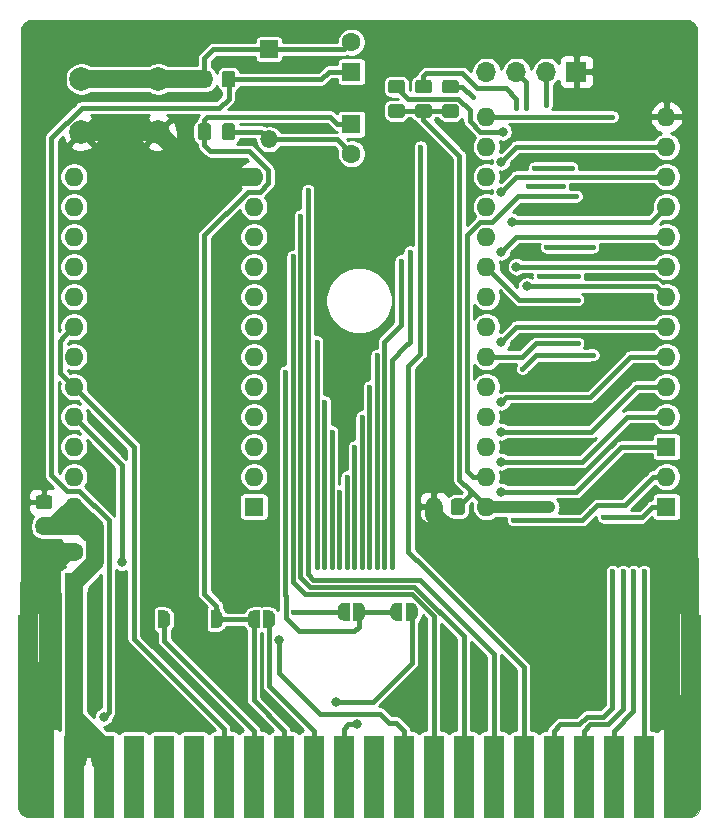
<source format=gbr>
G04 #@! TF.GenerationSoftware,KiCad,Pcbnew,(5.1.5)-3*
G04 #@! TF.CreationDate,2020-10-02T02:33:27-04:00*
G04 #@! TF.ProjectId,commodore-326173-01,636f6d6d-6f64-46f7-9265-2d3332363137,rev?*
G04 #@! TF.SameCoordinates,Original*
G04 #@! TF.FileFunction,Copper,L1,Top*
G04 #@! TF.FilePolarity,Positive*
%FSLAX46Y46*%
G04 Gerber Fmt 4.6, Leading zero omitted, Abs format (unit mm)*
G04 Created by KiCad (PCBNEW (5.1.5)-3) date 2020-10-02 02:33:27*
%MOMM*%
%LPD*%
G04 APERTURE LIST*
%ADD10C,0.100000*%
%ADD11C,0.500000*%
%ADD12C,1.950000*%
%ADD13R,1.600000X1.600000*%
%ADD14O,1.600000X1.600000*%
%ADD15C,1.600000*%
%ADD16R,1.500000X1.500000*%
%ADD17O,1.500000X1.500000*%
%ADD18C,2.000000*%
%ADD19R,1.750000X7.000000*%
%ADD20R,1.700000X1.700000*%
%ADD21O,1.700000X1.700000*%
%ADD22C,0.400000*%
%ADD23C,0.800000*%
%ADD24C,1.500000*%
%ADD25C,0.400000*%
%ADD26C,0.250000*%
%ADD27C,1.000000*%
%ADD28C,0.288000*%
G04 APERTURE END LIST*
D10*
G36*
X114744500Y-148209000D02*
G01*
X114046000Y-148209000D01*
X113601500Y-147955000D01*
X113347500Y-147510500D01*
X113347500Y-147256500D01*
X113347500Y-131127500D01*
X114744500Y-131127500D01*
X114744500Y-148209000D01*
G37*
X114744500Y-148209000D02*
X114046000Y-148209000D01*
X113601500Y-147955000D01*
X113347500Y-147510500D01*
X113347500Y-147256500D01*
X113347500Y-131127500D01*
X114744500Y-131127500D01*
X114744500Y-148209000D01*
G36*
X169735500Y-148209000D02*
G01*
X170434000Y-148209000D01*
X170878500Y-147955000D01*
X171132500Y-147510500D01*
X171132500Y-147256500D01*
X171132500Y-131127500D01*
X169735500Y-131127500D01*
X169735500Y-148209000D01*
G37*
X169735500Y-148209000D02*
X170434000Y-148209000D01*
X170878500Y-147955000D01*
X171132500Y-147510500D01*
X171132500Y-147256500D01*
X171132500Y-131127500D01*
X169735500Y-131127500D01*
X169735500Y-148209000D01*
D11*
X115366800Y-141541500D02*
G75*
G02X114541300Y-140716000I0J825500D01*
G01*
X169951400Y-140716000D02*
G75*
G02X169125900Y-141541500I-825500J0D01*
G01*
D12*
X118224300Y-143344900D02*
G75*
G02X120535700Y-143395700I1155700J-25400D01*
G01*
D13*
X168275000Y-116840000D03*
D14*
X153035000Y-88900000D03*
X168275000Y-114300000D03*
X153035000Y-91440000D03*
X168275000Y-111760000D03*
X153035000Y-93980000D03*
X168275000Y-109220000D03*
X153035000Y-96520000D03*
X168275000Y-106680000D03*
X153035000Y-99060000D03*
X168275000Y-104140000D03*
X153035000Y-101600000D03*
X168275000Y-101600000D03*
X153035000Y-104140000D03*
X168275000Y-99060000D03*
X153035000Y-106680000D03*
X168275000Y-96520000D03*
X153035000Y-109220000D03*
X168275000Y-93980000D03*
X153035000Y-111760000D03*
X168275000Y-91440000D03*
X153035000Y-114300000D03*
X168275000Y-88900000D03*
X153035000Y-116840000D03*
D13*
X118110000Y-128270000D03*
D15*
X118110000Y-125770000D03*
D13*
X141605000Y-89535000D03*
D15*
X141605000Y-92035000D03*
X141605000Y-82590000D03*
D13*
X141605000Y-85090000D03*
D16*
X134620000Y-83185000D03*
D17*
X134620000Y-90805000D03*
G04 #@! TA.AperFunction,SMDPad,CuDef*
D10*
G36*
X145400000Y-131559398D02*
G01*
X145375466Y-131559398D01*
X145326635Y-131554588D01*
X145278510Y-131545016D01*
X145231555Y-131530772D01*
X145186222Y-131511995D01*
X145142949Y-131488864D01*
X145102150Y-131461604D01*
X145064221Y-131430476D01*
X145029524Y-131395779D01*
X144998396Y-131357850D01*
X144971136Y-131317051D01*
X144948005Y-131273778D01*
X144929228Y-131228445D01*
X144914984Y-131181490D01*
X144905412Y-131133365D01*
X144900602Y-131084534D01*
X144900602Y-131060000D01*
X144900000Y-131060000D01*
X144900000Y-130560000D01*
X144900602Y-130560000D01*
X144900602Y-130535466D01*
X144905412Y-130486635D01*
X144914984Y-130438510D01*
X144929228Y-130391555D01*
X144948005Y-130346222D01*
X144971136Y-130302949D01*
X144998396Y-130262150D01*
X145029524Y-130224221D01*
X145064221Y-130189524D01*
X145102150Y-130158396D01*
X145142949Y-130131136D01*
X145186222Y-130108005D01*
X145231555Y-130089228D01*
X145278510Y-130074984D01*
X145326635Y-130065412D01*
X145375466Y-130060602D01*
X145400000Y-130060602D01*
X145400000Y-130060000D01*
X145900000Y-130060000D01*
X145900000Y-131560000D01*
X145400000Y-131560000D01*
X145400000Y-131559398D01*
G37*
G04 #@! TD.AperFunction*
G04 #@! TA.AperFunction,SMDPad,CuDef*
G36*
X146200000Y-130060000D02*
G01*
X146700000Y-130060000D01*
X146700000Y-130060602D01*
X146724534Y-130060602D01*
X146773365Y-130065412D01*
X146821490Y-130074984D01*
X146868445Y-130089228D01*
X146913778Y-130108005D01*
X146957051Y-130131136D01*
X146997850Y-130158396D01*
X147035779Y-130189524D01*
X147070476Y-130224221D01*
X147101604Y-130262150D01*
X147128864Y-130302949D01*
X147151995Y-130346222D01*
X147170772Y-130391555D01*
X147185016Y-130438510D01*
X147194588Y-130486635D01*
X147199398Y-130535466D01*
X147199398Y-130560000D01*
X147200000Y-130560000D01*
X147200000Y-131060000D01*
X147199398Y-131060000D01*
X147199398Y-131084534D01*
X147194588Y-131133365D01*
X147185016Y-131181490D01*
X147170772Y-131228445D01*
X147151995Y-131273778D01*
X147128864Y-131317051D01*
X147101604Y-131357850D01*
X147070476Y-131395779D01*
X147035779Y-131430476D01*
X146997850Y-131461604D01*
X146957051Y-131488864D01*
X146913778Y-131511995D01*
X146868445Y-131530772D01*
X146821490Y-131545016D01*
X146773365Y-131554588D01*
X146724534Y-131559398D01*
X146700000Y-131559398D01*
X146700000Y-131560000D01*
X146200000Y-131560000D01*
X146200000Y-130060000D01*
G37*
G04 #@! TD.AperFunction*
G04 #@! TA.AperFunction,SMDPad,CuDef*
G36*
X141455000Y-131560000D02*
G01*
X140955000Y-131560000D01*
X140955000Y-131559398D01*
X140930466Y-131559398D01*
X140881635Y-131554588D01*
X140833510Y-131545016D01*
X140786555Y-131530772D01*
X140741222Y-131511995D01*
X140697949Y-131488864D01*
X140657150Y-131461604D01*
X140619221Y-131430476D01*
X140584524Y-131395779D01*
X140553396Y-131357850D01*
X140526136Y-131317051D01*
X140503005Y-131273778D01*
X140484228Y-131228445D01*
X140469984Y-131181490D01*
X140460412Y-131133365D01*
X140455602Y-131084534D01*
X140455602Y-131060000D01*
X140455000Y-131060000D01*
X140455000Y-130560000D01*
X140455602Y-130560000D01*
X140455602Y-130535466D01*
X140460412Y-130486635D01*
X140469984Y-130438510D01*
X140484228Y-130391555D01*
X140503005Y-130346222D01*
X140526136Y-130302949D01*
X140553396Y-130262150D01*
X140584524Y-130224221D01*
X140619221Y-130189524D01*
X140657150Y-130158396D01*
X140697949Y-130131136D01*
X140741222Y-130108005D01*
X140786555Y-130089228D01*
X140833510Y-130074984D01*
X140881635Y-130065412D01*
X140930466Y-130060602D01*
X140955000Y-130060602D01*
X140955000Y-130060000D01*
X141455000Y-130060000D01*
X141455000Y-131560000D01*
G37*
G04 #@! TD.AperFunction*
G04 #@! TA.AperFunction,SMDPad,CuDef*
G36*
X142255000Y-130060602D02*
G01*
X142279534Y-130060602D01*
X142328365Y-130065412D01*
X142376490Y-130074984D01*
X142423445Y-130089228D01*
X142468778Y-130108005D01*
X142512051Y-130131136D01*
X142552850Y-130158396D01*
X142590779Y-130189524D01*
X142625476Y-130224221D01*
X142656604Y-130262150D01*
X142683864Y-130302949D01*
X142706995Y-130346222D01*
X142725772Y-130391555D01*
X142740016Y-130438510D01*
X142749588Y-130486635D01*
X142754398Y-130535466D01*
X142754398Y-130560000D01*
X142755000Y-130560000D01*
X142755000Y-131060000D01*
X142754398Y-131060000D01*
X142754398Y-131084534D01*
X142749588Y-131133365D01*
X142740016Y-131181490D01*
X142725772Y-131228445D01*
X142706995Y-131273778D01*
X142683864Y-131317051D01*
X142656604Y-131357850D01*
X142625476Y-131395779D01*
X142590779Y-131430476D01*
X142552850Y-131461604D01*
X142512051Y-131488864D01*
X142468778Y-131511995D01*
X142423445Y-131530772D01*
X142376490Y-131545016D01*
X142328365Y-131554588D01*
X142279534Y-131559398D01*
X142255000Y-131559398D01*
X142255000Y-131560000D01*
X141755000Y-131560000D01*
X141755000Y-130060000D01*
X142255000Y-130060000D01*
X142255000Y-130060602D01*
G37*
G04 #@! TD.AperFunction*
G04 #@! TA.AperFunction,SMDPad,CuDef*
G36*
X124945000Y-132195000D02*
G01*
X124445000Y-132195000D01*
X124445000Y-132194398D01*
X124420466Y-132194398D01*
X124371635Y-132189588D01*
X124323510Y-132180016D01*
X124276555Y-132165772D01*
X124231222Y-132146995D01*
X124187949Y-132123864D01*
X124147150Y-132096604D01*
X124109221Y-132065476D01*
X124074524Y-132030779D01*
X124043396Y-131992850D01*
X124016136Y-131952051D01*
X123993005Y-131908778D01*
X123974228Y-131863445D01*
X123959984Y-131816490D01*
X123950412Y-131768365D01*
X123945602Y-131719534D01*
X123945602Y-131695000D01*
X123945000Y-131695000D01*
X123945000Y-131195000D01*
X123945602Y-131195000D01*
X123945602Y-131170466D01*
X123950412Y-131121635D01*
X123959984Y-131073510D01*
X123974228Y-131026555D01*
X123993005Y-130981222D01*
X124016136Y-130937949D01*
X124043396Y-130897150D01*
X124074524Y-130859221D01*
X124109221Y-130824524D01*
X124147150Y-130793396D01*
X124187949Y-130766136D01*
X124231222Y-130743005D01*
X124276555Y-130724228D01*
X124323510Y-130709984D01*
X124371635Y-130700412D01*
X124420466Y-130695602D01*
X124445000Y-130695602D01*
X124445000Y-130695000D01*
X124945000Y-130695000D01*
X124945000Y-132195000D01*
G37*
G04 #@! TD.AperFunction*
G04 #@! TA.AperFunction,SMDPad,CuDef*
G36*
X125745000Y-130695602D02*
G01*
X125769534Y-130695602D01*
X125818365Y-130700412D01*
X125866490Y-130709984D01*
X125913445Y-130724228D01*
X125958778Y-130743005D01*
X126002051Y-130766136D01*
X126042850Y-130793396D01*
X126080779Y-130824524D01*
X126115476Y-130859221D01*
X126146604Y-130897150D01*
X126173864Y-130937949D01*
X126196995Y-130981222D01*
X126215772Y-131026555D01*
X126230016Y-131073510D01*
X126239588Y-131121635D01*
X126244398Y-131170466D01*
X126244398Y-131195000D01*
X126245000Y-131195000D01*
X126245000Y-131695000D01*
X126244398Y-131695000D01*
X126244398Y-131719534D01*
X126239588Y-131768365D01*
X126230016Y-131816490D01*
X126215772Y-131863445D01*
X126196995Y-131908778D01*
X126173864Y-131952051D01*
X126146604Y-131992850D01*
X126115476Y-132030779D01*
X126080779Y-132065476D01*
X126042850Y-132096604D01*
X126002051Y-132123864D01*
X125958778Y-132146995D01*
X125913445Y-132165772D01*
X125866490Y-132180016D01*
X125818365Y-132189588D01*
X125769534Y-132194398D01*
X125745000Y-132194398D01*
X125745000Y-132195000D01*
X125245000Y-132195000D01*
X125245000Y-130695000D01*
X125745000Y-130695000D01*
X125745000Y-130695602D01*
G37*
G04 #@! TD.AperFunction*
G04 #@! TA.AperFunction,SMDPad,CuDef*
G36*
X130190000Y-130695602D02*
G01*
X130214534Y-130695602D01*
X130263365Y-130700412D01*
X130311490Y-130709984D01*
X130358445Y-130724228D01*
X130403778Y-130743005D01*
X130447051Y-130766136D01*
X130487850Y-130793396D01*
X130525779Y-130824524D01*
X130560476Y-130859221D01*
X130591604Y-130897150D01*
X130618864Y-130937949D01*
X130641995Y-130981222D01*
X130660772Y-131026555D01*
X130675016Y-131073510D01*
X130684588Y-131121635D01*
X130689398Y-131170466D01*
X130689398Y-131195000D01*
X130690000Y-131195000D01*
X130690000Y-131695000D01*
X130689398Y-131695000D01*
X130689398Y-131719534D01*
X130684588Y-131768365D01*
X130675016Y-131816490D01*
X130660772Y-131863445D01*
X130641995Y-131908778D01*
X130618864Y-131952051D01*
X130591604Y-131992850D01*
X130560476Y-132030779D01*
X130525779Y-132065476D01*
X130487850Y-132096604D01*
X130447051Y-132123864D01*
X130403778Y-132146995D01*
X130358445Y-132165772D01*
X130311490Y-132180016D01*
X130263365Y-132189588D01*
X130214534Y-132194398D01*
X130190000Y-132194398D01*
X130190000Y-132195000D01*
X129690000Y-132195000D01*
X129690000Y-130695000D01*
X130190000Y-130695000D01*
X130190000Y-130695602D01*
G37*
G04 #@! TD.AperFunction*
G04 #@! TA.AperFunction,SMDPad,CuDef*
G36*
X129390000Y-132195000D02*
G01*
X128890000Y-132195000D01*
X128890000Y-132194398D01*
X128865466Y-132194398D01*
X128816635Y-132189588D01*
X128768510Y-132180016D01*
X128721555Y-132165772D01*
X128676222Y-132146995D01*
X128632949Y-132123864D01*
X128592150Y-132096604D01*
X128554221Y-132065476D01*
X128519524Y-132030779D01*
X128488396Y-131992850D01*
X128461136Y-131952051D01*
X128438005Y-131908778D01*
X128419228Y-131863445D01*
X128404984Y-131816490D01*
X128395412Y-131768365D01*
X128390602Y-131719534D01*
X128390602Y-131695000D01*
X128390000Y-131695000D01*
X128390000Y-131195000D01*
X128390602Y-131195000D01*
X128390602Y-131170466D01*
X128395412Y-131121635D01*
X128404984Y-131073510D01*
X128419228Y-131026555D01*
X128438005Y-130981222D01*
X128461136Y-130937949D01*
X128488396Y-130897150D01*
X128519524Y-130859221D01*
X128554221Y-130824524D01*
X128592150Y-130793396D01*
X128632949Y-130766136D01*
X128676222Y-130743005D01*
X128721555Y-130724228D01*
X128768510Y-130709984D01*
X128816635Y-130700412D01*
X128865466Y-130695602D01*
X128890000Y-130695602D01*
X128890000Y-130695000D01*
X129390000Y-130695000D01*
X129390000Y-132195000D01*
G37*
G04 #@! TD.AperFunction*
G04 #@! TA.AperFunction,SMDPad,CuDef*
G36*
X133835000Y-132195000D02*
G01*
X133335000Y-132195000D01*
X133335000Y-132194398D01*
X133310466Y-132194398D01*
X133261635Y-132189588D01*
X133213510Y-132180016D01*
X133166555Y-132165772D01*
X133121222Y-132146995D01*
X133077949Y-132123864D01*
X133037150Y-132096604D01*
X132999221Y-132065476D01*
X132964524Y-132030779D01*
X132933396Y-131992850D01*
X132906136Y-131952051D01*
X132883005Y-131908778D01*
X132864228Y-131863445D01*
X132849984Y-131816490D01*
X132840412Y-131768365D01*
X132835602Y-131719534D01*
X132835602Y-131695000D01*
X132835000Y-131695000D01*
X132835000Y-131195000D01*
X132835602Y-131195000D01*
X132835602Y-131170466D01*
X132840412Y-131121635D01*
X132849984Y-131073510D01*
X132864228Y-131026555D01*
X132883005Y-130981222D01*
X132906136Y-130937949D01*
X132933396Y-130897150D01*
X132964524Y-130859221D01*
X132999221Y-130824524D01*
X133037150Y-130793396D01*
X133077949Y-130766136D01*
X133121222Y-130743005D01*
X133166555Y-130724228D01*
X133213510Y-130709984D01*
X133261635Y-130700412D01*
X133310466Y-130695602D01*
X133335000Y-130695602D01*
X133335000Y-130695000D01*
X133835000Y-130695000D01*
X133835000Y-132195000D01*
G37*
G04 #@! TD.AperFunction*
G04 #@! TA.AperFunction,SMDPad,CuDef*
G36*
X134635000Y-130695602D02*
G01*
X134659534Y-130695602D01*
X134708365Y-130700412D01*
X134756490Y-130709984D01*
X134803445Y-130724228D01*
X134848778Y-130743005D01*
X134892051Y-130766136D01*
X134932850Y-130793396D01*
X134970779Y-130824524D01*
X135005476Y-130859221D01*
X135036604Y-130897150D01*
X135063864Y-130937949D01*
X135086995Y-130981222D01*
X135105772Y-131026555D01*
X135120016Y-131073510D01*
X135129588Y-131121635D01*
X135134398Y-131170466D01*
X135134398Y-131195000D01*
X135135000Y-131195000D01*
X135135000Y-131695000D01*
X135134398Y-131695000D01*
X135134398Y-131719534D01*
X135129588Y-131768365D01*
X135120016Y-131816490D01*
X135105772Y-131863445D01*
X135086995Y-131908778D01*
X135063864Y-131952051D01*
X135036604Y-131992850D01*
X135005476Y-132030779D01*
X134970779Y-132065476D01*
X134932850Y-132096604D01*
X134892051Y-132123864D01*
X134848778Y-132146995D01*
X134803445Y-132165772D01*
X134756490Y-132180016D01*
X134708365Y-132189588D01*
X134659534Y-132194398D01*
X134635000Y-132194398D01*
X134635000Y-132195000D01*
X134135000Y-132195000D01*
X134135000Y-130695000D01*
X134635000Y-130695000D01*
X134635000Y-130695602D01*
G37*
G04 #@! TD.AperFunction*
D18*
X118745000Y-90225000D03*
X118745000Y-85725000D03*
X125245000Y-90225000D03*
X125245000Y-85725000D03*
D13*
X168275000Y-121920000D03*
D14*
X153035000Y-88900000D03*
X168275000Y-119380000D03*
X153035000Y-91440000D03*
X168275000Y-116840000D03*
X153035000Y-93980000D03*
X168275000Y-114300000D03*
X153035000Y-96520000D03*
X168275000Y-111760000D03*
X153035000Y-99060000D03*
X168275000Y-109220000D03*
X153035000Y-101600000D03*
X168275000Y-106680000D03*
X153035000Y-104140000D03*
X168275000Y-104140000D03*
X153035000Y-106680000D03*
X168275000Y-101600000D03*
X153035000Y-109220000D03*
X168275000Y-99060000D03*
X153035000Y-111760000D03*
X168275000Y-96520000D03*
X153035000Y-114300000D03*
X168275000Y-93980000D03*
X153035000Y-116840000D03*
X168275000Y-91440000D03*
X153035000Y-119380000D03*
X168275000Y-88900000D03*
X153035000Y-121920000D03*
D19*
X115570000Y-144780000D03*
X118110000Y-144780000D03*
X120650000Y-144780000D03*
X123190000Y-144780000D03*
X125730000Y-144780000D03*
X128270000Y-144780000D03*
X130810000Y-144780000D03*
X133350000Y-144780000D03*
X135890000Y-144780000D03*
X138430000Y-144780000D03*
X151130000Y-144780000D03*
X148590000Y-144780000D03*
X143510000Y-144780000D03*
X146050000Y-144780000D03*
X140970000Y-144780000D03*
X153670000Y-144780000D03*
X161290000Y-144780000D03*
X156210000Y-144780000D03*
X163830000Y-144780000D03*
X158750000Y-144780000D03*
X168910000Y-144780000D03*
X166370000Y-144780000D03*
G04 #@! TA.AperFunction,SMDPad,CuDef*
D10*
G36*
X131549505Y-89471204D02*
G01*
X131573773Y-89474804D01*
X131597572Y-89480765D01*
X131620671Y-89489030D01*
X131642850Y-89499520D01*
X131663893Y-89512132D01*
X131683599Y-89526747D01*
X131701777Y-89543223D01*
X131718253Y-89561401D01*
X131732868Y-89581107D01*
X131745480Y-89602150D01*
X131755970Y-89624329D01*
X131764235Y-89647428D01*
X131770196Y-89671227D01*
X131773796Y-89695495D01*
X131775000Y-89719999D01*
X131775000Y-90620001D01*
X131773796Y-90644505D01*
X131770196Y-90668773D01*
X131764235Y-90692572D01*
X131755970Y-90715671D01*
X131745480Y-90737850D01*
X131732868Y-90758893D01*
X131718253Y-90778599D01*
X131701777Y-90796777D01*
X131683599Y-90813253D01*
X131663893Y-90827868D01*
X131642850Y-90840480D01*
X131620671Y-90850970D01*
X131597572Y-90859235D01*
X131573773Y-90865196D01*
X131549505Y-90868796D01*
X131525001Y-90870000D01*
X130874999Y-90870000D01*
X130850495Y-90868796D01*
X130826227Y-90865196D01*
X130802428Y-90859235D01*
X130779329Y-90850970D01*
X130757150Y-90840480D01*
X130736107Y-90827868D01*
X130716401Y-90813253D01*
X130698223Y-90796777D01*
X130681747Y-90778599D01*
X130667132Y-90758893D01*
X130654520Y-90737850D01*
X130644030Y-90715671D01*
X130635765Y-90692572D01*
X130629804Y-90668773D01*
X130626204Y-90644505D01*
X130625000Y-90620001D01*
X130625000Y-89719999D01*
X130626204Y-89695495D01*
X130629804Y-89671227D01*
X130635765Y-89647428D01*
X130644030Y-89624329D01*
X130654520Y-89602150D01*
X130667132Y-89581107D01*
X130681747Y-89561401D01*
X130698223Y-89543223D01*
X130716401Y-89526747D01*
X130736107Y-89512132D01*
X130757150Y-89499520D01*
X130779329Y-89489030D01*
X130802428Y-89480765D01*
X130826227Y-89474804D01*
X130850495Y-89471204D01*
X130874999Y-89470000D01*
X131525001Y-89470000D01*
X131549505Y-89471204D01*
G37*
G04 #@! TD.AperFunction*
G04 #@! TA.AperFunction,SMDPad,CuDef*
G36*
X129499505Y-89471204D02*
G01*
X129523773Y-89474804D01*
X129547572Y-89480765D01*
X129570671Y-89489030D01*
X129592850Y-89499520D01*
X129613893Y-89512132D01*
X129633599Y-89526747D01*
X129651777Y-89543223D01*
X129668253Y-89561401D01*
X129682868Y-89581107D01*
X129695480Y-89602150D01*
X129705970Y-89624329D01*
X129714235Y-89647428D01*
X129720196Y-89671227D01*
X129723796Y-89695495D01*
X129725000Y-89719999D01*
X129725000Y-90620001D01*
X129723796Y-90644505D01*
X129720196Y-90668773D01*
X129714235Y-90692572D01*
X129705970Y-90715671D01*
X129695480Y-90737850D01*
X129682868Y-90758893D01*
X129668253Y-90778599D01*
X129651777Y-90796777D01*
X129633599Y-90813253D01*
X129613893Y-90827868D01*
X129592850Y-90840480D01*
X129570671Y-90850970D01*
X129547572Y-90859235D01*
X129523773Y-90865196D01*
X129499505Y-90868796D01*
X129475001Y-90870000D01*
X128824999Y-90870000D01*
X128800495Y-90868796D01*
X128776227Y-90865196D01*
X128752428Y-90859235D01*
X128729329Y-90850970D01*
X128707150Y-90840480D01*
X128686107Y-90827868D01*
X128666401Y-90813253D01*
X128648223Y-90796777D01*
X128631747Y-90778599D01*
X128617132Y-90758893D01*
X128604520Y-90737850D01*
X128594030Y-90715671D01*
X128585765Y-90692572D01*
X128579804Y-90668773D01*
X128576204Y-90644505D01*
X128575000Y-90620001D01*
X128575000Y-89719999D01*
X128576204Y-89695495D01*
X128579804Y-89671227D01*
X128585765Y-89647428D01*
X128594030Y-89624329D01*
X128604520Y-89602150D01*
X128617132Y-89581107D01*
X128631747Y-89561401D01*
X128648223Y-89543223D01*
X128666401Y-89526747D01*
X128686107Y-89512132D01*
X128707150Y-89499520D01*
X128729329Y-89489030D01*
X128752428Y-89480765D01*
X128776227Y-89474804D01*
X128800495Y-89471204D01*
X128824999Y-89470000D01*
X129475001Y-89470000D01*
X129499505Y-89471204D01*
G37*
G04 #@! TD.AperFunction*
G04 #@! TA.AperFunction,SMDPad,CuDef*
G36*
X129499505Y-85026204D02*
G01*
X129523773Y-85029804D01*
X129547572Y-85035765D01*
X129570671Y-85044030D01*
X129592850Y-85054520D01*
X129613893Y-85067132D01*
X129633599Y-85081747D01*
X129651777Y-85098223D01*
X129668253Y-85116401D01*
X129682868Y-85136107D01*
X129695480Y-85157150D01*
X129705970Y-85179329D01*
X129714235Y-85202428D01*
X129720196Y-85226227D01*
X129723796Y-85250495D01*
X129725000Y-85274999D01*
X129725000Y-86175001D01*
X129723796Y-86199505D01*
X129720196Y-86223773D01*
X129714235Y-86247572D01*
X129705970Y-86270671D01*
X129695480Y-86292850D01*
X129682868Y-86313893D01*
X129668253Y-86333599D01*
X129651777Y-86351777D01*
X129633599Y-86368253D01*
X129613893Y-86382868D01*
X129592850Y-86395480D01*
X129570671Y-86405970D01*
X129547572Y-86414235D01*
X129523773Y-86420196D01*
X129499505Y-86423796D01*
X129475001Y-86425000D01*
X128824999Y-86425000D01*
X128800495Y-86423796D01*
X128776227Y-86420196D01*
X128752428Y-86414235D01*
X128729329Y-86405970D01*
X128707150Y-86395480D01*
X128686107Y-86382868D01*
X128666401Y-86368253D01*
X128648223Y-86351777D01*
X128631747Y-86333599D01*
X128617132Y-86313893D01*
X128604520Y-86292850D01*
X128594030Y-86270671D01*
X128585765Y-86247572D01*
X128579804Y-86223773D01*
X128576204Y-86199505D01*
X128575000Y-86175001D01*
X128575000Y-85274999D01*
X128576204Y-85250495D01*
X128579804Y-85226227D01*
X128585765Y-85202428D01*
X128594030Y-85179329D01*
X128604520Y-85157150D01*
X128617132Y-85136107D01*
X128631747Y-85116401D01*
X128648223Y-85098223D01*
X128666401Y-85081747D01*
X128686107Y-85067132D01*
X128707150Y-85054520D01*
X128729329Y-85044030D01*
X128752428Y-85035765D01*
X128776227Y-85029804D01*
X128800495Y-85026204D01*
X128824999Y-85025000D01*
X129475001Y-85025000D01*
X129499505Y-85026204D01*
G37*
G04 #@! TD.AperFunction*
G04 #@! TA.AperFunction,SMDPad,CuDef*
G36*
X131549505Y-85026204D02*
G01*
X131573773Y-85029804D01*
X131597572Y-85035765D01*
X131620671Y-85044030D01*
X131642850Y-85054520D01*
X131663893Y-85067132D01*
X131683599Y-85081747D01*
X131701777Y-85098223D01*
X131718253Y-85116401D01*
X131732868Y-85136107D01*
X131745480Y-85157150D01*
X131755970Y-85179329D01*
X131764235Y-85202428D01*
X131770196Y-85226227D01*
X131773796Y-85250495D01*
X131775000Y-85274999D01*
X131775000Y-86175001D01*
X131773796Y-86199505D01*
X131770196Y-86223773D01*
X131764235Y-86247572D01*
X131755970Y-86270671D01*
X131745480Y-86292850D01*
X131732868Y-86313893D01*
X131718253Y-86333599D01*
X131701777Y-86351777D01*
X131683599Y-86368253D01*
X131663893Y-86382868D01*
X131642850Y-86395480D01*
X131620671Y-86405970D01*
X131597572Y-86414235D01*
X131573773Y-86420196D01*
X131549505Y-86423796D01*
X131525001Y-86425000D01*
X130874999Y-86425000D01*
X130850495Y-86423796D01*
X130826227Y-86420196D01*
X130802428Y-86414235D01*
X130779329Y-86405970D01*
X130757150Y-86395480D01*
X130736107Y-86382868D01*
X130716401Y-86368253D01*
X130698223Y-86351777D01*
X130681747Y-86333599D01*
X130667132Y-86313893D01*
X130654520Y-86292850D01*
X130644030Y-86270671D01*
X130635765Y-86247572D01*
X130629804Y-86223773D01*
X130626204Y-86199505D01*
X130625000Y-86175001D01*
X130625000Y-85274999D01*
X130626204Y-85250495D01*
X130629804Y-85226227D01*
X130635765Y-85202428D01*
X130644030Y-85179329D01*
X130654520Y-85157150D01*
X130667132Y-85136107D01*
X130681747Y-85116401D01*
X130698223Y-85098223D01*
X130716401Y-85081747D01*
X130736107Y-85067132D01*
X130757150Y-85054520D01*
X130779329Y-85044030D01*
X130802428Y-85035765D01*
X130826227Y-85029804D01*
X130850495Y-85026204D01*
X130874999Y-85025000D01*
X131525001Y-85025000D01*
X131549505Y-85026204D01*
G37*
G04 #@! TD.AperFunction*
G04 #@! TA.AperFunction,SMDPad,CuDef*
G36*
X145889505Y-87827204D02*
G01*
X145913773Y-87830804D01*
X145937572Y-87836765D01*
X145960671Y-87845030D01*
X145982850Y-87855520D01*
X146003893Y-87868132D01*
X146023599Y-87882747D01*
X146041777Y-87899223D01*
X146058253Y-87917401D01*
X146072868Y-87937107D01*
X146085480Y-87958150D01*
X146095970Y-87980329D01*
X146104235Y-88003428D01*
X146110196Y-88027227D01*
X146113796Y-88051495D01*
X146115000Y-88075999D01*
X146115000Y-88726001D01*
X146113796Y-88750505D01*
X146110196Y-88774773D01*
X146104235Y-88798572D01*
X146095970Y-88821671D01*
X146085480Y-88843850D01*
X146072868Y-88864893D01*
X146058253Y-88884599D01*
X146041777Y-88902777D01*
X146023599Y-88919253D01*
X146003893Y-88933868D01*
X145982850Y-88946480D01*
X145960671Y-88956970D01*
X145937572Y-88965235D01*
X145913773Y-88971196D01*
X145889505Y-88974796D01*
X145865001Y-88976000D01*
X144964999Y-88976000D01*
X144940495Y-88974796D01*
X144916227Y-88971196D01*
X144892428Y-88965235D01*
X144869329Y-88956970D01*
X144847150Y-88946480D01*
X144826107Y-88933868D01*
X144806401Y-88919253D01*
X144788223Y-88902777D01*
X144771747Y-88884599D01*
X144757132Y-88864893D01*
X144744520Y-88843850D01*
X144734030Y-88821671D01*
X144725765Y-88798572D01*
X144719804Y-88774773D01*
X144716204Y-88750505D01*
X144715000Y-88726001D01*
X144715000Y-88075999D01*
X144716204Y-88051495D01*
X144719804Y-88027227D01*
X144725765Y-88003428D01*
X144734030Y-87980329D01*
X144744520Y-87958150D01*
X144757132Y-87937107D01*
X144771747Y-87917401D01*
X144788223Y-87899223D01*
X144806401Y-87882747D01*
X144826107Y-87868132D01*
X144847150Y-87855520D01*
X144869329Y-87845030D01*
X144892428Y-87836765D01*
X144916227Y-87830804D01*
X144940495Y-87827204D01*
X144964999Y-87826000D01*
X145865001Y-87826000D01*
X145889505Y-87827204D01*
G37*
G04 #@! TD.AperFunction*
G04 #@! TA.AperFunction,SMDPad,CuDef*
G36*
X145889505Y-85777204D02*
G01*
X145913773Y-85780804D01*
X145937572Y-85786765D01*
X145960671Y-85795030D01*
X145982850Y-85805520D01*
X146003893Y-85818132D01*
X146023599Y-85832747D01*
X146041777Y-85849223D01*
X146058253Y-85867401D01*
X146072868Y-85887107D01*
X146085480Y-85908150D01*
X146095970Y-85930329D01*
X146104235Y-85953428D01*
X146110196Y-85977227D01*
X146113796Y-86001495D01*
X146115000Y-86025999D01*
X146115000Y-86676001D01*
X146113796Y-86700505D01*
X146110196Y-86724773D01*
X146104235Y-86748572D01*
X146095970Y-86771671D01*
X146085480Y-86793850D01*
X146072868Y-86814893D01*
X146058253Y-86834599D01*
X146041777Y-86852777D01*
X146023599Y-86869253D01*
X146003893Y-86883868D01*
X145982850Y-86896480D01*
X145960671Y-86906970D01*
X145937572Y-86915235D01*
X145913773Y-86921196D01*
X145889505Y-86924796D01*
X145865001Y-86926000D01*
X144964999Y-86926000D01*
X144940495Y-86924796D01*
X144916227Y-86921196D01*
X144892428Y-86915235D01*
X144869329Y-86906970D01*
X144847150Y-86896480D01*
X144826107Y-86883868D01*
X144806401Y-86869253D01*
X144788223Y-86852777D01*
X144771747Y-86834599D01*
X144757132Y-86814893D01*
X144744520Y-86793850D01*
X144734030Y-86771671D01*
X144725765Y-86748572D01*
X144719804Y-86724773D01*
X144716204Y-86700505D01*
X144715000Y-86676001D01*
X144715000Y-86025999D01*
X144716204Y-86001495D01*
X144719804Y-85977227D01*
X144725765Y-85953428D01*
X144734030Y-85930329D01*
X144744520Y-85908150D01*
X144757132Y-85887107D01*
X144771747Y-85867401D01*
X144788223Y-85849223D01*
X144806401Y-85832747D01*
X144826107Y-85818132D01*
X144847150Y-85805520D01*
X144869329Y-85795030D01*
X144892428Y-85786765D01*
X144916227Y-85780804D01*
X144940495Y-85777204D01*
X144964999Y-85776000D01*
X145865001Y-85776000D01*
X145889505Y-85777204D01*
G37*
G04 #@! TD.AperFunction*
G04 #@! TA.AperFunction,SMDPad,CuDef*
G36*
X150971505Y-121221204D02*
G01*
X150995773Y-121224804D01*
X151019572Y-121230765D01*
X151042671Y-121239030D01*
X151064850Y-121249520D01*
X151085893Y-121262132D01*
X151105599Y-121276747D01*
X151123777Y-121293223D01*
X151140253Y-121311401D01*
X151154868Y-121331107D01*
X151167480Y-121352150D01*
X151177970Y-121374329D01*
X151186235Y-121397428D01*
X151192196Y-121421227D01*
X151195796Y-121445495D01*
X151197000Y-121469999D01*
X151197000Y-122370001D01*
X151195796Y-122394505D01*
X151192196Y-122418773D01*
X151186235Y-122442572D01*
X151177970Y-122465671D01*
X151167480Y-122487850D01*
X151154868Y-122508893D01*
X151140253Y-122528599D01*
X151123777Y-122546777D01*
X151105599Y-122563253D01*
X151085893Y-122577868D01*
X151064850Y-122590480D01*
X151042671Y-122600970D01*
X151019572Y-122609235D01*
X150995773Y-122615196D01*
X150971505Y-122618796D01*
X150947001Y-122620000D01*
X150296999Y-122620000D01*
X150272495Y-122618796D01*
X150248227Y-122615196D01*
X150224428Y-122609235D01*
X150201329Y-122600970D01*
X150179150Y-122590480D01*
X150158107Y-122577868D01*
X150138401Y-122563253D01*
X150120223Y-122546777D01*
X150103747Y-122528599D01*
X150089132Y-122508893D01*
X150076520Y-122487850D01*
X150066030Y-122465671D01*
X150057765Y-122442572D01*
X150051804Y-122418773D01*
X150048204Y-122394505D01*
X150047000Y-122370001D01*
X150047000Y-121469999D01*
X150048204Y-121445495D01*
X150051804Y-121421227D01*
X150057765Y-121397428D01*
X150066030Y-121374329D01*
X150076520Y-121352150D01*
X150089132Y-121331107D01*
X150103747Y-121311401D01*
X150120223Y-121293223D01*
X150138401Y-121276747D01*
X150158107Y-121262132D01*
X150179150Y-121249520D01*
X150201329Y-121239030D01*
X150224428Y-121230765D01*
X150248227Y-121224804D01*
X150272495Y-121221204D01*
X150296999Y-121220000D01*
X150947001Y-121220000D01*
X150971505Y-121221204D01*
G37*
G04 #@! TD.AperFunction*
G04 #@! TA.AperFunction,SMDPad,CuDef*
G36*
X148921505Y-121221204D02*
G01*
X148945773Y-121224804D01*
X148969572Y-121230765D01*
X148992671Y-121239030D01*
X149014850Y-121249520D01*
X149035893Y-121262132D01*
X149055599Y-121276747D01*
X149073777Y-121293223D01*
X149090253Y-121311401D01*
X149104868Y-121331107D01*
X149117480Y-121352150D01*
X149127970Y-121374329D01*
X149136235Y-121397428D01*
X149142196Y-121421227D01*
X149145796Y-121445495D01*
X149147000Y-121469999D01*
X149147000Y-122370001D01*
X149145796Y-122394505D01*
X149142196Y-122418773D01*
X149136235Y-122442572D01*
X149127970Y-122465671D01*
X149117480Y-122487850D01*
X149104868Y-122508893D01*
X149090253Y-122528599D01*
X149073777Y-122546777D01*
X149055599Y-122563253D01*
X149035893Y-122577868D01*
X149014850Y-122590480D01*
X148992671Y-122600970D01*
X148969572Y-122609235D01*
X148945773Y-122615196D01*
X148921505Y-122618796D01*
X148897001Y-122620000D01*
X148246999Y-122620000D01*
X148222495Y-122618796D01*
X148198227Y-122615196D01*
X148174428Y-122609235D01*
X148151329Y-122600970D01*
X148129150Y-122590480D01*
X148108107Y-122577868D01*
X148088401Y-122563253D01*
X148070223Y-122546777D01*
X148053747Y-122528599D01*
X148039132Y-122508893D01*
X148026520Y-122487850D01*
X148016030Y-122465671D01*
X148007765Y-122442572D01*
X148001804Y-122418773D01*
X147998204Y-122394505D01*
X147997000Y-122370001D01*
X147997000Y-121469999D01*
X147998204Y-121445495D01*
X148001804Y-121421227D01*
X148007765Y-121397428D01*
X148016030Y-121374329D01*
X148026520Y-121352150D01*
X148039132Y-121331107D01*
X148053747Y-121311401D01*
X148070223Y-121293223D01*
X148088401Y-121276747D01*
X148108107Y-121262132D01*
X148129150Y-121249520D01*
X148151329Y-121239030D01*
X148174428Y-121230765D01*
X148198227Y-121224804D01*
X148222495Y-121221204D01*
X148246999Y-121220000D01*
X148897001Y-121220000D01*
X148921505Y-121221204D01*
G37*
G04 #@! TD.AperFunction*
G04 #@! TA.AperFunction,SMDPad,CuDef*
G36*
X116044505Y-120956204D02*
G01*
X116068773Y-120959804D01*
X116092572Y-120965765D01*
X116115671Y-120974030D01*
X116137850Y-120984520D01*
X116158893Y-120997132D01*
X116178599Y-121011747D01*
X116196777Y-121028223D01*
X116213253Y-121046401D01*
X116227868Y-121066107D01*
X116240480Y-121087150D01*
X116250970Y-121109329D01*
X116259235Y-121132428D01*
X116265196Y-121156227D01*
X116268796Y-121180495D01*
X116270000Y-121204999D01*
X116270000Y-121855001D01*
X116268796Y-121879505D01*
X116265196Y-121903773D01*
X116259235Y-121927572D01*
X116250970Y-121950671D01*
X116240480Y-121972850D01*
X116227868Y-121993893D01*
X116213253Y-122013599D01*
X116196777Y-122031777D01*
X116178599Y-122048253D01*
X116158893Y-122062868D01*
X116137850Y-122075480D01*
X116115671Y-122085970D01*
X116092572Y-122094235D01*
X116068773Y-122100196D01*
X116044505Y-122103796D01*
X116020001Y-122105000D01*
X115119999Y-122105000D01*
X115095495Y-122103796D01*
X115071227Y-122100196D01*
X115047428Y-122094235D01*
X115024329Y-122085970D01*
X115002150Y-122075480D01*
X114981107Y-122062868D01*
X114961401Y-122048253D01*
X114943223Y-122031777D01*
X114926747Y-122013599D01*
X114912132Y-121993893D01*
X114899520Y-121972850D01*
X114889030Y-121950671D01*
X114880765Y-121927572D01*
X114874804Y-121903773D01*
X114871204Y-121879505D01*
X114870000Y-121855001D01*
X114870000Y-121204999D01*
X114871204Y-121180495D01*
X114874804Y-121156227D01*
X114880765Y-121132428D01*
X114889030Y-121109329D01*
X114899520Y-121087150D01*
X114912132Y-121066107D01*
X114926747Y-121046401D01*
X114943223Y-121028223D01*
X114961401Y-121011747D01*
X114981107Y-120997132D01*
X115002150Y-120984520D01*
X115024329Y-120974030D01*
X115047428Y-120965765D01*
X115071227Y-120959804D01*
X115095495Y-120956204D01*
X115119999Y-120955000D01*
X116020001Y-120955000D01*
X116044505Y-120956204D01*
G37*
G04 #@! TD.AperFunction*
G04 #@! TA.AperFunction,SMDPad,CuDef*
G36*
X116044505Y-123006204D02*
G01*
X116068773Y-123009804D01*
X116092572Y-123015765D01*
X116115671Y-123024030D01*
X116137850Y-123034520D01*
X116158893Y-123047132D01*
X116178599Y-123061747D01*
X116196777Y-123078223D01*
X116213253Y-123096401D01*
X116227868Y-123116107D01*
X116240480Y-123137150D01*
X116250970Y-123159329D01*
X116259235Y-123182428D01*
X116265196Y-123206227D01*
X116268796Y-123230495D01*
X116270000Y-123254999D01*
X116270000Y-123905001D01*
X116268796Y-123929505D01*
X116265196Y-123953773D01*
X116259235Y-123977572D01*
X116250970Y-124000671D01*
X116240480Y-124022850D01*
X116227868Y-124043893D01*
X116213253Y-124063599D01*
X116196777Y-124081777D01*
X116178599Y-124098253D01*
X116158893Y-124112868D01*
X116137850Y-124125480D01*
X116115671Y-124135970D01*
X116092572Y-124144235D01*
X116068773Y-124150196D01*
X116044505Y-124153796D01*
X116020001Y-124155000D01*
X115119999Y-124155000D01*
X115095495Y-124153796D01*
X115071227Y-124150196D01*
X115047428Y-124144235D01*
X115024329Y-124135970D01*
X115002150Y-124125480D01*
X114981107Y-124112868D01*
X114961401Y-124098253D01*
X114943223Y-124081777D01*
X114926747Y-124063599D01*
X114912132Y-124043893D01*
X114899520Y-124022850D01*
X114889030Y-124000671D01*
X114880765Y-123977572D01*
X114874804Y-123953773D01*
X114871204Y-123929505D01*
X114870000Y-123905001D01*
X114870000Y-123254999D01*
X114871204Y-123230495D01*
X114874804Y-123206227D01*
X114880765Y-123182428D01*
X114889030Y-123159329D01*
X114899520Y-123137150D01*
X114912132Y-123116107D01*
X114926747Y-123096401D01*
X114943223Y-123078223D01*
X114961401Y-123061747D01*
X114981107Y-123047132D01*
X115002150Y-123034520D01*
X115024329Y-123024030D01*
X115047428Y-123015765D01*
X115071227Y-123009804D01*
X115095495Y-123006204D01*
X115119999Y-123005000D01*
X116020001Y-123005000D01*
X116044505Y-123006204D01*
G37*
G04 #@! TD.AperFunction*
D20*
X160655000Y-85090000D03*
D21*
X158115000Y-85090000D03*
X155575000Y-85090000D03*
X153035000Y-85090000D03*
D13*
X133350000Y-121920000D03*
D14*
X118110000Y-93980000D03*
X133350000Y-119380000D03*
X118110000Y-96520000D03*
X133350000Y-116840000D03*
X118110000Y-99060000D03*
X133350000Y-114300000D03*
X118110000Y-101600000D03*
X133350000Y-111760000D03*
X118110000Y-104140000D03*
X133350000Y-109220000D03*
X118110000Y-106680000D03*
X133350000Y-106680000D03*
X118110000Y-109220000D03*
X133350000Y-104140000D03*
X118110000Y-111760000D03*
X133350000Y-101600000D03*
X118110000Y-114300000D03*
X133350000Y-99060000D03*
X118110000Y-116840000D03*
X133350000Y-96520000D03*
X118110000Y-119380000D03*
X133350000Y-93980000D03*
X118110000Y-121920000D03*
G04 #@! TA.AperFunction,SMDPad,CuDef*
D10*
G36*
X148175505Y-85777204D02*
G01*
X148199773Y-85780804D01*
X148223572Y-85786765D01*
X148246671Y-85795030D01*
X148268850Y-85805520D01*
X148289893Y-85818132D01*
X148309599Y-85832747D01*
X148327777Y-85849223D01*
X148344253Y-85867401D01*
X148358868Y-85887107D01*
X148371480Y-85908150D01*
X148381970Y-85930329D01*
X148390235Y-85953428D01*
X148396196Y-85977227D01*
X148399796Y-86001495D01*
X148401000Y-86025999D01*
X148401000Y-86676001D01*
X148399796Y-86700505D01*
X148396196Y-86724773D01*
X148390235Y-86748572D01*
X148381970Y-86771671D01*
X148371480Y-86793850D01*
X148358868Y-86814893D01*
X148344253Y-86834599D01*
X148327777Y-86852777D01*
X148309599Y-86869253D01*
X148289893Y-86883868D01*
X148268850Y-86896480D01*
X148246671Y-86906970D01*
X148223572Y-86915235D01*
X148199773Y-86921196D01*
X148175505Y-86924796D01*
X148151001Y-86926000D01*
X147250999Y-86926000D01*
X147226495Y-86924796D01*
X147202227Y-86921196D01*
X147178428Y-86915235D01*
X147155329Y-86906970D01*
X147133150Y-86896480D01*
X147112107Y-86883868D01*
X147092401Y-86869253D01*
X147074223Y-86852777D01*
X147057747Y-86834599D01*
X147043132Y-86814893D01*
X147030520Y-86793850D01*
X147020030Y-86771671D01*
X147011765Y-86748572D01*
X147005804Y-86724773D01*
X147002204Y-86700505D01*
X147001000Y-86676001D01*
X147001000Y-86025999D01*
X147002204Y-86001495D01*
X147005804Y-85977227D01*
X147011765Y-85953428D01*
X147020030Y-85930329D01*
X147030520Y-85908150D01*
X147043132Y-85887107D01*
X147057747Y-85867401D01*
X147074223Y-85849223D01*
X147092401Y-85832747D01*
X147112107Y-85818132D01*
X147133150Y-85805520D01*
X147155329Y-85795030D01*
X147178428Y-85786765D01*
X147202227Y-85780804D01*
X147226495Y-85777204D01*
X147250999Y-85776000D01*
X148151001Y-85776000D01*
X148175505Y-85777204D01*
G37*
G04 #@! TD.AperFunction*
G04 #@! TA.AperFunction,SMDPad,CuDef*
G36*
X148175505Y-87827204D02*
G01*
X148199773Y-87830804D01*
X148223572Y-87836765D01*
X148246671Y-87845030D01*
X148268850Y-87855520D01*
X148289893Y-87868132D01*
X148309599Y-87882747D01*
X148327777Y-87899223D01*
X148344253Y-87917401D01*
X148358868Y-87937107D01*
X148371480Y-87958150D01*
X148381970Y-87980329D01*
X148390235Y-88003428D01*
X148396196Y-88027227D01*
X148399796Y-88051495D01*
X148401000Y-88075999D01*
X148401000Y-88726001D01*
X148399796Y-88750505D01*
X148396196Y-88774773D01*
X148390235Y-88798572D01*
X148381970Y-88821671D01*
X148371480Y-88843850D01*
X148358868Y-88864893D01*
X148344253Y-88884599D01*
X148327777Y-88902777D01*
X148309599Y-88919253D01*
X148289893Y-88933868D01*
X148268850Y-88946480D01*
X148246671Y-88956970D01*
X148223572Y-88965235D01*
X148199773Y-88971196D01*
X148175505Y-88974796D01*
X148151001Y-88976000D01*
X147250999Y-88976000D01*
X147226495Y-88974796D01*
X147202227Y-88971196D01*
X147178428Y-88965235D01*
X147155329Y-88956970D01*
X147133150Y-88946480D01*
X147112107Y-88933868D01*
X147092401Y-88919253D01*
X147074223Y-88902777D01*
X147057747Y-88884599D01*
X147043132Y-88864893D01*
X147030520Y-88843850D01*
X147020030Y-88821671D01*
X147011765Y-88798572D01*
X147005804Y-88774773D01*
X147002204Y-88750505D01*
X147001000Y-88726001D01*
X147001000Y-88075999D01*
X147002204Y-88051495D01*
X147005804Y-88027227D01*
X147011765Y-88003428D01*
X147020030Y-87980329D01*
X147030520Y-87958150D01*
X147043132Y-87937107D01*
X147057747Y-87917401D01*
X147074223Y-87899223D01*
X147092401Y-87882747D01*
X147112107Y-87868132D01*
X147133150Y-87855520D01*
X147155329Y-87845030D01*
X147178428Y-87836765D01*
X147202227Y-87830804D01*
X147226495Y-87827204D01*
X147250999Y-87826000D01*
X148151001Y-87826000D01*
X148175505Y-87827204D01*
G37*
G04 #@! TD.AperFunction*
G04 #@! TA.AperFunction,SMDPad,CuDef*
G36*
X150461505Y-87836204D02*
G01*
X150485773Y-87839804D01*
X150509572Y-87845765D01*
X150532671Y-87854030D01*
X150554850Y-87864520D01*
X150575893Y-87877132D01*
X150595599Y-87891747D01*
X150613777Y-87908223D01*
X150630253Y-87926401D01*
X150644868Y-87946107D01*
X150657480Y-87967150D01*
X150667970Y-87989329D01*
X150676235Y-88012428D01*
X150682196Y-88036227D01*
X150685796Y-88060495D01*
X150687000Y-88084999D01*
X150687000Y-88735001D01*
X150685796Y-88759505D01*
X150682196Y-88783773D01*
X150676235Y-88807572D01*
X150667970Y-88830671D01*
X150657480Y-88852850D01*
X150644868Y-88873893D01*
X150630253Y-88893599D01*
X150613777Y-88911777D01*
X150595599Y-88928253D01*
X150575893Y-88942868D01*
X150554850Y-88955480D01*
X150532671Y-88965970D01*
X150509572Y-88974235D01*
X150485773Y-88980196D01*
X150461505Y-88983796D01*
X150437001Y-88985000D01*
X149536999Y-88985000D01*
X149512495Y-88983796D01*
X149488227Y-88980196D01*
X149464428Y-88974235D01*
X149441329Y-88965970D01*
X149419150Y-88955480D01*
X149398107Y-88942868D01*
X149378401Y-88928253D01*
X149360223Y-88911777D01*
X149343747Y-88893599D01*
X149329132Y-88873893D01*
X149316520Y-88852850D01*
X149306030Y-88830671D01*
X149297765Y-88807572D01*
X149291804Y-88783773D01*
X149288204Y-88759505D01*
X149287000Y-88735001D01*
X149287000Y-88084999D01*
X149288204Y-88060495D01*
X149291804Y-88036227D01*
X149297765Y-88012428D01*
X149306030Y-87989329D01*
X149316520Y-87967150D01*
X149329132Y-87946107D01*
X149343747Y-87926401D01*
X149360223Y-87908223D01*
X149378401Y-87891747D01*
X149398107Y-87877132D01*
X149419150Y-87864520D01*
X149441329Y-87854030D01*
X149464428Y-87845765D01*
X149488227Y-87839804D01*
X149512495Y-87836204D01*
X149536999Y-87835000D01*
X150437001Y-87835000D01*
X150461505Y-87836204D01*
G37*
G04 #@! TD.AperFunction*
G04 #@! TA.AperFunction,SMDPad,CuDef*
G36*
X150461505Y-85786204D02*
G01*
X150485773Y-85789804D01*
X150509572Y-85795765D01*
X150532671Y-85804030D01*
X150554850Y-85814520D01*
X150575893Y-85827132D01*
X150595599Y-85841747D01*
X150613777Y-85858223D01*
X150630253Y-85876401D01*
X150644868Y-85896107D01*
X150657480Y-85917150D01*
X150667970Y-85939329D01*
X150676235Y-85962428D01*
X150682196Y-85986227D01*
X150685796Y-86010495D01*
X150687000Y-86034999D01*
X150687000Y-86685001D01*
X150685796Y-86709505D01*
X150682196Y-86733773D01*
X150676235Y-86757572D01*
X150667970Y-86780671D01*
X150657480Y-86802850D01*
X150644868Y-86823893D01*
X150630253Y-86843599D01*
X150613777Y-86861777D01*
X150595599Y-86878253D01*
X150575893Y-86892868D01*
X150554850Y-86905480D01*
X150532671Y-86915970D01*
X150509572Y-86924235D01*
X150485773Y-86930196D01*
X150461505Y-86933796D01*
X150437001Y-86935000D01*
X149536999Y-86935000D01*
X149512495Y-86933796D01*
X149488227Y-86930196D01*
X149464428Y-86924235D01*
X149441329Y-86915970D01*
X149419150Y-86905480D01*
X149398107Y-86892868D01*
X149378401Y-86878253D01*
X149360223Y-86861777D01*
X149343747Y-86843599D01*
X149329132Y-86823893D01*
X149316520Y-86802850D01*
X149306030Y-86780671D01*
X149297765Y-86757572D01*
X149291804Y-86733773D01*
X149288204Y-86709505D01*
X149287000Y-86685001D01*
X149287000Y-86034999D01*
X149288204Y-86010495D01*
X149291804Y-85986227D01*
X149297765Y-85962428D01*
X149306030Y-85939329D01*
X149316520Y-85917150D01*
X149329132Y-85896107D01*
X149343747Y-85876401D01*
X149360223Y-85858223D01*
X149378401Y-85841747D01*
X149398107Y-85827132D01*
X149419150Y-85814520D01*
X149441329Y-85804030D01*
X149464428Y-85795765D01*
X149488227Y-85789804D01*
X149512495Y-85786204D01*
X149536999Y-85785000D01*
X150437001Y-85785000D01*
X150461505Y-85786204D01*
G37*
G04 #@! TD.AperFunction*
D22*
X162306000Y-104902000D03*
D23*
X170180000Y-139700000D03*
X115570000Y-121158000D03*
X114300000Y-139523533D03*
X124841000Y-130048000D03*
X170180000Y-105410000D03*
D22*
X148971000Y-110109000D03*
X147574000Y-112649000D03*
X149098000Y-102870000D03*
X148844000Y-99695000D03*
X148844000Y-98425000D03*
X148971000Y-97155000D03*
X148717000Y-95885000D03*
X149098000Y-94615000D03*
X149098000Y-93345000D03*
X148971000Y-92075000D03*
X146558000Y-90297000D03*
X160401000Y-87630000D03*
X149352000Y-114935000D03*
X149352000Y-113665000D03*
X147320000Y-121920000D03*
X153289000Y-124333000D03*
D23*
X158369000Y-121920000D03*
X114300000Y-127762000D03*
X114300000Y-129794000D03*
X168148000Y-140335000D03*
X170233290Y-128089710D03*
X122936000Y-135255000D03*
X119761000Y-131826000D03*
X125095000Y-139573000D03*
X156210000Y-100457000D03*
D22*
X156972000Y-96647000D03*
X150876000Y-90170000D03*
X120650000Y-120523000D03*
X122555000Y-117475000D03*
X119888000Y-114554000D03*
X154813000Y-135636000D03*
X152400000Y-134620000D03*
X149860000Y-133604000D03*
X147828000Y-132461000D03*
X134747000Y-138557000D03*
X137160000Y-89916000D03*
X158623000Y-116713000D03*
X134112000Y-127381000D03*
X131445000Y-135382000D03*
X154051000Y-129159000D03*
X157734000Y-131699000D03*
D23*
X120650000Y-139700000D03*
D22*
X136017000Y-110490000D03*
D23*
X142113000Y-140335000D03*
X140335000Y-138430000D03*
D22*
X136652000Y-130810000D03*
D23*
X154305000Y-120650000D03*
D22*
X140589000Y-127000000D03*
X140589000Y-120650000D03*
X163703000Y-127381000D03*
X163703000Y-88900000D03*
D23*
X154305000Y-118110000D03*
D22*
X141224000Y-127000000D03*
X141224000Y-119380000D03*
X147447000Y-91440000D03*
D23*
X154305000Y-115570000D03*
D22*
X141859000Y-127000000D03*
X141859000Y-116840000D03*
X137922000Y-95123000D03*
D23*
X154305000Y-113030000D03*
D22*
X142494000Y-127000000D03*
X142494000Y-114300000D03*
X137287000Y-97282000D03*
D23*
X154305000Y-107950000D03*
D22*
X143129000Y-127000000D03*
X143129000Y-111760000D03*
X136652000Y-100711000D03*
X143764000Y-127000000D03*
X143764000Y-109093000D03*
D23*
X156464000Y-103251000D03*
D22*
X162082000Y-109063000D03*
X156083000Y-110236000D03*
X144399000Y-127000000D03*
X145796000Y-101092000D03*
D23*
X155575000Y-101600000D03*
D22*
X138684000Y-127000000D03*
X138684000Y-107950000D03*
D23*
X154305000Y-100330000D03*
D22*
X145034000Y-127000000D03*
X146558000Y-100330000D03*
X166370000Y-127381000D03*
D23*
X155194000Y-97790000D03*
D22*
X161925000Y-122301000D03*
X155321000Y-123063000D03*
D23*
X154305000Y-95250000D03*
D22*
X165481000Y-127381000D03*
X139319000Y-127000000D03*
X139319000Y-113030000D03*
D23*
X154305000Y-92710000D03*
D22*
X164592000Y-127381000D03*
X139954000Y-127000000D03*
X139954000Y-115570000D03*
X160782000Y-108077000D03*
X160782000Y-104394000D03*
X160782000Y-102362000D03*
X157480000Y-102362000D03*
X162941000Y-122809000D03*
X160655000Y-95631000D03*
X158115000Y-87884000D03*
X158115000Y-99949000D03*
X162052000Y-99949000D03*
X160274000Y-93218000D03*
X157099000Y-93218000D03*
X156424999Y-88127841D03*
D23*
X154432000Y-90170000D03*
D22*
X159512000Y-94742000D03*
X156591000Y-94742000D03*
X155575000Y-88138000D03*
X151892000Y-87249000D03*
D23*
X135509000Y-133223000D03*
X122174000Y-126619000D03*
D24*
X168801999Y-142298534D02*
X168801999Y-139681001D01*
X169418000Y-141224000D02*
X169418000Y-138606467D01*
X115697000Y-142571533D02*
X115697000Y-139954000D01*
X170434000Y-131546097D02*
X170434000Y-142621000D01*
X114300000Y-128448630D02*
X114300000Y-129794000D01*
X118110000Y-125770000D02*
X116978630Y-125770000D01*
X116978630Y-125770000D02*
X114300000Y-128448630D01*
X114300000Y-139523533D02*
X114300000Y-139523533D01*
X115570000Y-144780000D02*
X114300000Y-143510000D01*
X115570000Y-144145000D02*
X114300000Y-142875000D01*
X115570000Y-144780000D02*
X115570000Y-144145000D01*
X114300000Y-142875000D02*
X114300000Y-146964903D01*
D25*
X124445000Y-130697408D02*
X124460000Y-130682408D01*
X124445000Y-131445000D02*
X124445000Y-130697408D01*
X124460000Y-130682408D02*
X124460000Y-130429000D01*
X124460000Y-130429000D02*
X124841000Y-130048000D01*
X127493000Y-130048000D02*
X128890000Y-131445000D01*
X124841000Y-130048000D02*
X127493000Y-130048000D01*
X124841000Y-130048000D02*
X124841000Y-130048000D01*
D24*
X129000000Y-93980000D02*
X125245000Y-90225000D01*
X133350000Y-93980000D02*
X129000000Y-93980000D01*
X125245000Y-90225000D02*
X118745000Y-90225000D01*
X168910000Y-144018000D02*
X170233290Y-142694710D01*
X168910000Y-144780000D02*
X168910000Y-144018000D01*
X170233290Y-142694710D02*
X170233290Y-142489106D01*
X168148000Y-124333000D02*
X170233290Y-126418290D01*
X170233290Y-126418290D02*
X170233290Y-139524922D01*
D25*
X162306000Y-104902000D02*
X166624000Y-104902000D01*
X166624000Y-104902000D02*
X167132000Y-105410000D01*
X167132000Y-105410000D02*
X170180000Y-105410000D01*
X170180000Y-105410000D02*
X170180000Y-105410000D01*
D24*
X148572000Y-122620000D02*
X148572000Y-121920000D01*
X150285000Y-124333000D02*
X148572000Y-122620000D01*
X168148000Y-124333000D02*
X153289000Y-124333000D01*
X153289000Y-124333000D02*
X150285000Y-124333000D01*
X119798999Y-124497999D02*
X118999000Y-123698000D01*
D26*
X118110000Y-144780000D02*
X118110000Y-142240000D01*
X118110000Y-142240000D02*
X119380000Y-140970000D01*
X119380000Y-140970000D02*
X120650000Y-142240000D01*
X120650000Y-142240000D02*
X120650000Y-144780000D01*
X118110000Y-144640739D02*
X118084463Y-144639420D01*
X118110000Y-144780000D02*
X118110000Y-144640739D01*
X120650000Y-144694870D02*
X120654214Y-144694838D01*
X120650000Y-144780000D02*
X120650000Y-144694870D01*
D24*
X118110000Y-139700000D02*
X120650000Y-142240000D01*
X118110000Y-132715000D02*
X118110000Y-142000000D01*
X118110000Y-128270000D02*
X118110000Y-132715000D01*
X118909999Y-122719999D02*
X118110000Y-121920000D01*
X119860001Y-123670001D02*
X118909999Y-122719999D01*
X119860001Y-126610001D02*
X119860001Y-123670001D01*
X118200002Y-128270000D02*
X119860001Y-126610001D01*
X118110000Y-128270000D02*
X118200002Y-128270000D01*
X116450000Y-123580000D02*
X115570000Y-123580000D01*
X118110000Y-121920000D02*
X116450000Y-123580000D01*
X119770000Y-123580000D02*
X119860001Y-123670001D01*
X115570000Y-123580000D02*
X119770000Y-123580000D01*
D25*
X153035000Y-121920000D02*
X152235001Y-121120001D01*
X152235001Y-121120001D02*
X151638000Y-120523000D01*
X151638000Y-120523000D02*
X151638000Y-120904000D01*
X151638000Y-120904000D02*
X150622000Y-121920000D01*
D27*
X153035000Y-121920000D02*
X154166370Y-121920000D01*
X154166370Y-121920000D02*
X158369000Y-121920000D01*
X158369000Y-121920000D02*
X158369000Y-121920000D01*
D25*
X147701000Y-89154000D02*
X147701000Y-88401000D01*
X150749000Y-92202000D02*
X147701000Y-89154000D01*
X151638000Y-120523000D02*
X150749000Y-119634000D01*
X150749000Y-119634000D02*
X150749000Y-92202000D01*
X149978000Y-88401000D02*
X149987000Y-88410000D01*
X145415000Y-88401000D02*
X149978000Y-88401000D01*
D24*
X114699999Y-139123534D02*
X114699999Y-136506001D01*
X114300000Y-139523533D02*
X114699999Y-139123534D01*
X114699999Y-136506001D02*
X115570000Y-135636000D01*
X114300000Y-136906000D02*
X115729617Y-138335617D01*
X114300000Y-136906000D02*
X114300000Y-142875000D01*
X114300000Y-135890000D02*
X114300000Y-136906000D01*
X115729617Y-140175383D02*
X115723745Y-140181254D01*
X115729617Y-138335617D02*
X115729617Y-140175383D01*
X114300000Y-129794000D02*
X114300000Y-139523533D01*
D25*
X130190000Y-131445000D02*
X133335000Y-131445000D01*
X133335000Y-138325000D02*
X133335000Y-132192592D01*
X133335000Y-132192592D02*
X133335000Y-131445000D01*
X135890000Y-140880000D02*
X133335000Y-138325000D01*
X135890000Y-144780000D02*
X135890000Y-140880000D01*
X129150000Y-89470000D02*
X129159000Y-89461000D01*
X129150000Y-90170000D02*
X129150000Y-89470000D01*
X129159000Y-89461000D02*
X129159000Y-89154000D01*
X129159000Y-89154000D02*
X129413000Y-88900000D01*
X140405000Y-89535000D02*
X141605000Y-89535000D01*
X139770000Y-88900000D02*
X140405000Y-89535000D01*
X129413000Y-88900000D02*
X139770000Y-88900000D01*
X129667000Y-91821000D02*
X129150000Y-91304000D01*
X129150000Y-91304000D02*
X129150000Y-90170000D01*
X129150000Y-129277000D02*
X129150000Y-98943998D01*
X130175000Y-130302000D02*
X129150000Y-129277000D01*
X133856002Y-95250000D02*
X134550001Y-94556001D01*
X130175000Y-130682408D02*
X130175000Y-130302000D01*
X130190000Y-131445000D02*
X130190000Y-130697408D01*
X132967002Y-91821000D02*
X129667000Y-91821000D01*
X130190000Y-130697408D02*
X130175000Y-130682408D01*
X129150000Y-98943998D02*
X132843998Y-95250000D01*
X134550001Y-94556001D02*
X134550001Y-93403999D01*
X132843998Y-95250000D02*
X133856002Y-95250000D01*
X134550001Y-93403999D02*
X132967002Y-91821000D01*
X133985000Y-90170000D02*
X134620000Y-90805000D01*
X131200000Y-90170000D02*
X133985000Y-90170000D01*
X140375000Y-90805000D02*
X141605000Y-92035000D01*
X134620000Y-90805000D02*
X140375000Y-90805000D01*
X141010000Y-83185000D02*
X141605000Y-82590000D01*
X134620000Y-83185000D02*
X141010000Y-83185000D01*
X129150000Y-83956000D02*
X129150000Y-85725000D01*
X134620000Y-83185000D02*
X129921000Y-83185000D01*
X129921000Y-83185000D02*
X129150000Y-83956000D01*
D24*
X118745000Y-85725000D02*
X125245000Y-85725000D01*
X125245000Y-85725000D02*
X129150000Y-85725000D01*
D25*
X131200000Y-85725000D02*
X139065000Y-85725000D01*
X139700000Y-85090000D02*
X141605000Y-85090000D01*
X139065000Y-85725000D02*
X139700000Y-85090000D01*
X130429000Y-88138000D02*
X131200000Y-87367000D01*
X118759998Y-88138000D02*
X130429000Y-88138000D01*
X116205000Y-90692998D02*
X118759998Y-88138000D01*
X116205000Y-119251002D02*
X116205000Y-90692998D01*
X121049999Y-139300001D02*
X121049999Y-123083997D01*
X120650000Y-139700000D02*
X121049999Y-139300001D01*
X131200000Y-87367000D02*
X131200000Y-85725000D01*
X121049999Y-123083997D02*
X118546003Y-120580001D01*
X118546003Y-120580001D02*
X117533999Y-120580001D01*
X117533999Y-120580001D02*
X116205000Y-119251002D01*
X142255000Y-130810000D02*
X145400000Y-130810000D01*
X142255000Y-131557592D02*
X142240000Y-131572592D01*
X142255000Y-130810000D02*
X142255000Y-131557592D01*
X142240000Y-131572592D02*
X142240000Y-132080000D01*
X142240000Y-132080000D02*
X141859000Y-132461000D01*
X141859000Y-132461000D02*
X137160000Y-132461000D01*
X136051999Y-131352999D02*
X136051999Y-129447999D01*
X137160000Y-132461000D02*
X136051999Y-131352999D01*
X136051999Y-129447999D02*
X136017000Y-129413000D01*
X136017000Y-129413000D02*
X136017000Y-110490000D01*
X136017000Y-110490000D02*
X136017000Y-110490000D01*
X146700000Y-131557592D02*
X146700000Y-130810000D01*
X146700000Y-135150000D02*
X146700000Y-131557592D01*
X140970000Y-144780000D02*
X140970000Y-140880000D01*
X146812000Y-130698000D02*
X146700000Y-130810000D01*
X140970000Y-140880000D02*
X140970000Y-140716000D01*
X140970000Y-140716000D02*
X141351000Y-140335000D01*
X141351000Y-140335000D02*
X142113000Y-140335000D01*
X142113000Y-140335000D02*
X142113000Y-140335000D01*
X143420000Y-138430000D02*
X146700000Y-135150000D01*
X140335000Y-138430000D02*
X143420000Y-138430000D01*
X136652000Y-130810000D02*
X140955000Y-130810000D01*
X125745000Y-132192592D02*
X125745000Y-131445000D01*
X125745000Y-133275000D02*
X125745000Y-132192592D01*
X133350000Y-140880000D02*
X125745000Y-133275000D01*
X133350000Y-144780000D02*
X133350000Y-140880000D01*
X134635000Y-137085000D02*
X134635000Y-131445000D01*
X138430000Y-144780000D02*
X138430000Y-140880000D01*
X138430000Y-140880000D02*
X134635000Y-137085000D01*
X154305000Y-120650000D02*
X160655000Y-120650000D01*
X164465000Y-116840000D02*
X168275000Y-116840000D01*
X160655000Y-120650000D02*
X164465000Y-116840000D01*
X140589000Y-127000000D02*
X140589000Y-126717158D01*
X140589000Y-126717158D02*
X140589000Y-120650000D01*
X140589000Y-120650000D02*
X140589000Y-120650000D01*
X158750000Y-140880000D02*
X159295000Y-140335000D01*
X158750000Y-144780000D02*
X158750000Y-140880000D01*
X159295000Y-140335000D02*
X160528000Y-140335000D01*
X160528000Y-140335000D02*
X160909000Y-140335000D01*
X160909000Y-140335000D02*
X161544000Y-139700000D01*
X161544000Y-139700000D02*
X162941000Y-139700000D01*
X162941000Y-139700000D02*
X163703000Y-138938000D01*
X163703000Y-138938000D02*
X163703000Y-127381000D01*
X163703000Y-127381000D02*
X163703000Y-127381000D01*
X163703000Y-88900000D02*
X153035000Y-88900000D01*
X154305000Y-118110000D02*
X161163000Y-118110000D01*
X164973000Y-114300000D02*
X168275000Y-114300000D01*
X161163000Y-118110000D02*
X164973000Y-114300000D01*
X141224000Y-127000000D02*
X141224000Y-119380000D01*
X141224000Y-119380000D02*
X141224000Y-119380000D01*
X156210000Y-144780000D02*
X156210000Y-135509000D01*
X156210000Y-135509000D02*
X150368000Y-129667000D01*
X150368000Y-129667000D02*
X147828000Y-127127000D01*
X147828000Y-127127000D02*
X146431000Y-125730000D01*
X146431000Y-125730000D02*
X146431000Y-109982000D01*
X146431000Y-109982000D02*
X147447000Y-108966000D01*
X147447000Y-108966000D02*
X147447000Y-91440000D01*
X147447000Y-91440000D02*
X147447000Y-91440000D01*
X154305000Y-115570000D02*
X161925000Y-115570000D01*
X165735000Y-111760000D02*
X168275000Y-111760000D01*
X161925000Y-115570000D02*
X165735000Y-111760000D01*
X141859000Y-127000000D02*
X141859000Y-116840000D01*
X141859000Y-116840000D02*
X141859000Y-116840000D01*
X153670000Y-144780000D02*
X153670000Y-134366000D01*
X153670000Y-134366000D02*
X147389980Y-128085980D01*
X147389980Y-128085980D02*
X147192468Y-128085980D01*
X147192468Y-128085980D02*
X138372980Y-128085980D01*
X138372980Y-128085980D02*
X137922000Y-127635000D01*
X137922000Y-127635000D02*
X137922000Y-95123000D01*
X137922000Y-95123000D02*
X137922000Y-95123000D01*
X154704999Y-112630001D02*
X161816999Y-112630001D01*
X154305000Y-113030000D02*
X154704999Y-112630001D01*
X165227000Y-109220000D02*
X168275000Y-109220000D01*
X161816999Y-112630001D02*
X165227000Y-109220000D01*
X142494000Y-127000000D02*
X142494000Y-114300000D01*
X142494000Y-114300000D02*
X142494000Y-114300000D01*
X151130000Y-132872054D02*
X146943936Y-128685990D01*
X151130000Y-144780000D02*
X151130000Y-132872054D01*
X146943936Y-128685990D02*
X138083990Y-128685990D01*
X138083990Y-128685990D02*
X137287000Y-127889000D01*
X137287000Y-127889000D02*
X137287000Y-97282000D01*
X137287000Y-97282000D02*
X137287000Y-97282000D01*
X155575000Y-106680000D02*
X168275000Y-106680000D01*
X154305000Y-107950000D02*
X155575000Y-106680000D01*
X143129000Y-127000000D02*
X143129000Y-111760000D01*
X143129000Y-111760000D02*
X143129000Y-111760000D01*
X148590000Y-131180596D02*
X146695404Y-129286000D01*
X148590000Y-144780000D02*
X148590000Y-131180596D01*
X146695404Y-129286000D02*
X137668000Y-129286000D01*
X137668000Y-129286000D02*
X136652000Y-128270000D01*
X136652000Y-128270000D02*
X136652000Y-100711000D01*
X136652000Y-100711000D02*
X136652000Y-100711000D01*
X167386000Y-103251000D02*
X168275000Y-104140000D01*
X156464000Y-103251000D02*
X167386000Y-103251000D01*
X143764000Y-127000000D02*
X143764000Y-109093000D01*
X143764000Y-109093000D02*
X143764000Y-109093000D01*
X156464000Y-103251000D02*
X156464000Y-103251000D01*
X161799158Y-109063000D02*
X161769158Y-109093000D01*
X162082000Y-109063000D02*
X161799158Y-109063000D01*
X161769158Y-109093000D02*
X157226000Y-109093000D01*
X157226000Y-109093000D02*
X156083000Y-110236000D01*
X156083000Y-110236000D02*
X156083000Y-110236000D01*
X155575000Y-101600000D02*
X155575000Y-101600000D01*
X144399000Y-127000000D02*
X144399000Y-107950000D01*
X144399000Y-107950000D02*
X145796000Y-106553000D01*
X145796000Y-106553000D02*
X145796000Y-101092000D01*
X145796000Y-101092000D02*
X145796000Y-101092000D01*
X155575000Y-101600000D02*
X168275000Y-101600000D01*
X138684000Y-127000000D02*
X138684000Y-107950000D01*
X138684000Y-107950000D02*
X138684000Y-107950000D01*
X155575000Y-99060000D02*
X168275000Y-99060000D01*
X154305000Y-100330000D02*
X155575000Y-99060000D01*
X145034000Y-127000000D02*
X145034000Y-109474000D01*
X145034000Y-109474000D02*
X146177000Y-108331000D01*
X146177000Y-108331000D02*
X146558000Y-107950000D01*
X146558000Y-107950000D02*
X146558000Y-100330000D01*
X146558000Y-100330000D02*
X146558000Y-100330000D01*
X167005000Y-97790000D02*
X168275000Y-96520000D01*
X166370000Y-144780000D02*
X166370000Y-127381000D01*
X166370000Y-127381000D02*
X166370000Y-127381000D01*
X155194000Y-97790000D02*
X167005000Y-97790000D01*
X167143630Y-119380000D02*
X164730630Y-121793000D01*
X168275000Y-119380000D02*
X167143630Y-119380000D01*
X164730630Y-121793000D02*
X162433000Y-121793000D01*
X161743999Y-122482001D02*
X162433000Y-121793000D01*
X161163000Y-123063000D02*
X161925000Y-122301000D01*
X155321000Y-123063000D02*
X161163000Y-123063000D01*
X155575000Y-93980000D02*
X168275000Y-93980000D01*
X154305000Y-95250000D02*
X155575000Y-93980000D01*
X163830000Y-140880000D02*
X165481000Y-139229000D01*
X163830000Y-144780000D02*
X163830000Y-140880000D01*
X165481000Y-139229000D02*
X165481000Y-127381000D01*
X165481000Y-127381000D02*
X165481000Y-127381000D01*
X139319000Y-127000000D02*
X139319000Y-113030000D01*
X139319000Y-113030000D02*
X139319000Y-113030000D01*
X155575000Y-91440000D02*
X168275000Y-91440000D01*
X154305000Y-92710000D02*
X155575000Y-91440000D01*
X161290000Y-140880000D02*
X161835000Y-140335000D01*
X161290000Y-144780000D02*
X161290000Y-140880000D01*
X161835000Y-140335000D02*
X163322000Y-140335000D01*
X163322000Y-140335000D02*
X164592000Y-139065000D01*
X164592000Y-139065000D02*
X164592000Y-127381000D01*
X164592000Y-127381000D02*
X164592000Y-127381000D01*
X139954000Y-127000000D02*
X139954000Y-115570000D01*
X139954000Y-115570000D02*
X139954000Y-115570000D01*
X116909999Y-107880001D02*
X117310001Y-107479999D01*
X116909999Y-110559999D02*
X116909999Y-107880001D01*
X117310001Y-107479999D02*
X118110000Y-106680000D01*
X118110000Y-111760000D02*
X116909999Y-110559999D01*
X123190000Y-116840000D02*
X121793000Y-115443000D01*
X123190000Y-133096000D02*
X123190000Y-116840000D01*
X121793000Y-115443000D02*
X118110000Y-111760000D01*
X130810000Y-144780000D02*
X130810000Y-140716000D01*
X130810000Y-140716000D02*
X123190000Y-133096000D01*
X153035000Y-109220000D02*
X156083000Y-109220000D01*
X156083000Y-109220000D02*
X157226000Y-108077000D01*
X157226000Y-108077000D02*
X160782000Y-108077000D01*
X160782000Y-108077000D02*
X160782000Y-108077000D01*
X153035000Y-101600000D02*
X155829000Y-104394000D01*
X155829000Y-104394000D02*
X160782000Y-104394000D01*
X160782000Y-104394000D02*
X160782000Y-104394000D01*
X160782000Y-102362000D02*
X157480000Y-102362000D01*
X157480000Y-102362000D02*
X157480000Y-102362000D01*
X167075000Y-121920000D02*
X166186000Y-122809000D01*
X168275000Y-121920000D02*
X167075000Y-121920000D01*
X166186000Y-122809000D02*
X162941000Y-122809000D01*
X151903630Y-119380000D02*
X151384000Y-118860370D01*
X153035000Y-119380000D02*
X151903630Y-119380000D01*
X151384000Y-118860370D02*
X151384000Y-117221000D01*
X151384000Y-117221000D02*
X151384000Y-107188000D01*
X151384000Y-98934998D02*
X152528998Y-97790000D01*
X151384000Y-107188000D02*
X151384000Y-98934998D01*
X152528998Y-97790000D02*
X153289000Y-97790000D01*
X153289000Y-97790000D02*
X153543000Y-97790000D01*
X153543000Y-97790000D02*
X155702000Y-95631000D01*
X155702000Y-95631000D02*
X160655000Y-95631000D01*
X160655000Y-95631000D02*
X160655000Y-95631000D01*
X158115000Y-85090000D02*
X158115000Y-86292081D01*
X158115000Y-86292081D02*
X158115000Y-87884000D01*
X158115000Y-87884000D02*
X158115000Y-87884000D01*
X158115000Y-99949000D02*
X162052000Y-99949000D01*
X162052000Y-99949000D02*
X162052000Y-99949000D01*
X156424999Y-85939999D02*
X156424999Y-87844999D01*
X155575000Y-85090000D02*
X156424999Y-85939999D01*
X157099000Y-93218000D02*
X160274000Y-93218000D01*
X156424999Y-87844999D02*
X156424999Y-88127841D01*
X151638000Y-89279002D02*
X152528998Y-90170000D01*
X145415000Y-86351000D02*
X145415000Y-86360000D01*
X150647256Y-87376000D02*
X151638000Y-88366744D01*
X145415000Y-86360000D02*
X146431000Y-87376000D01*
X146431000Y-87376000D02*
X150647256Y-87376000D01*
X152528998Y-90170000D02*
X154178000Y-90170000D01*
X151638000Y-88366744D02*
X151638000Y-89279002D01*
X154178000Y-90170000D02*
X154432000Y-90170000D01*
X154432000Y-90170000D02*
X154432000Y-90170000D01*
X147701000Y-86351000D02*
X147701000Y-85776000D01*
X147701000Y-85776000D02*
X147701000Y-85471000D01*
X147701000Y-85471000D02*
X147955000Y-85217000D01*
X147955000Y-85217000D02*
X151003000Y-85217000D01*
X151003000Y-85217000D02*
X152273000Y-86487000D01*
X152273000Y-86487000D02*
X154686000Y-86487000D01*
X154686000Y-86487000D02*
X155575000Y-87376000D01*
X159512000Y-94742000D02*
X156591000Y-94742000D01*
X156591000Y-94742000D02*
X156591000Y-94742000D01*
X155575000Y-87376000D02*
X155575000Y-88138000D01*
X155575000Y-88138000D02*
X155575000Y-88138000D01*
X149987000Y-86360000D02*
X150368000Y-86360000D01*
X151003000Y-86360000D02*
X149987000Y-86360000D01*
X151892000Y-87249000D02*
X151003000Y-86360000D01*
X146050000Y-140880000D02*
X145378000Y-140208000D01*
X146050000Y-144780000D02*
X146050000Y-140880000D01*
X145378000Y-140208000D02*
X144780000Y-140208000D01*
X144780000Y-140208000D02*
X144018000Y-139446000D01*
X144018000Y-139446000D02*
X138938000Y-139446000D01*
X138938000Y-139446000D02*
X135509000Y-136017000D01*
X135509000Y-136017000D02*
X135509000Y-133223000D01*
X135509000Y-133223000D02*
X135509000Y-133223000D01*
X122174000Y-118364000D02*
X118110000Y-114300000D01*
X122174000Y-126619000D02*
X122174000Y-118364000D01*
D28*
G36*
X155578001Y-135770784D02*
G01*
X155578000Y-140845910D01*
X155335000Y-140845910D01*
X155250313Y-140854251D01*
X155168881Y-140878953D01*
X155093833Y-140919067D01*
X155028052Y-140973052D01*
X154974067Y-141038833D01*
X154940000Y-141102568D01*
X154905933Y-141038833D01*
X154851948Y-140973052D01*
X154786167Y-140919067D01*
X154711119Y-140878953D01*
X154629687Y-140854251D01*
X154545000Y-140845910D01*
X154302000Y-140845910D01*
X154302000Y-134494783D01*
X155578001Y-135770784D01*
G37*
X155578001Y-135770784D02*
X155578000Y-140845910D01*
X155335000Y-140845910D01*
X155250313Y-140854251D01*
X155168881Y-140878953D01*
X155093833Y-140919067D01*
X155028052Y-140973052D01*
X154974067Y-141038833D01*
X154940000Y-141102568D01*
X154905933Y-141038833D01*
X154851948Y-140973052D01*
X154786167Y-140919067D01*
X154711119Y-140878953D01*
X154629687Y-140854251D01*
X154545000Y-140845910D01*
X154302000Y-140845910D01*
X154302000Y-134494783D01*
X155578001Y-135770784D01*
G36*
X153038001Y-134627784D02*
G01*
X153038000Y-140845910D01*
X152795000Y-140845910D01*
X152710313Y-140854251D01*
X152628881Y-140878953D01*
X152553833Y-140919067D01*
X152488052Y-140973052D01*
X152434067Y-141038833D01*
X152400000Y-141102568D01*
X152365933Y-141038833D01*
X152311948Y-140973052D01*
X152246167Y-140919067D01*
X152171119Y-140878953D01*
X152089687Y-140854251D01*
X152005000Y-140845910D01*
X151762000Y-140845910D01*
X151762000Y-133351783D01*
X153038001Y-134627784D01*
G37*
X153038001Y-134627784D02*
X153038000Y-140845910D01*
X152795000Y-140845910D01*
X152710313Y-140854251D01*
X152628881Y-140878953D01*
X152553833Y-140919067D01*
X152488052Y-140973052D01*
X152434067Y-141038833D01*
X152400000Y-141102568D01*
X152365933Y-141038833D01*
X152311948Y-140973052D01*
X152246167Y-140919067D01*
X152171119Y-140878953D01*
X152089687Y-140854251D01*
X152005000Y-140845910D01*
X151762000Y-140845910D01*
X151762000Y-133351783D01*
X153038001Y-134627784D01*
G36*
X134003001Y-132606397D02*
G01*
X134003000Y-137053968D01*
X133999944Y-137085000D01*
X134003000Y-137116032D01*
X134003000Y-137116038D01*
X134012145Y-137208892D01*
X134048284Y-137328025D01*
X134106969Y-137437818D01*
X134185947Y-137534053D01*
X134210061Y-137553843D01*
X137506868Y-140850651D01*
X137470313Y-140854251D01*
X137388881Y-140878953D01*
X137313833Y-140919067D01*
X137248052Y-140973052D01*
X137194067Y-141038833D01*
X137160000Y-141102568D01*
X137125933Y-141038833D01*
X137071948Y-140973052D01*
X137006167Y-140919067D01*
X136931119Y-140878953D01*
X136849687Y-140854251D01*
X136765000Y-140845910D01*
X136521700Y-140845910D01*
X136512855Y-140756106D01*
X136476716Y-140636974D01*
X136469250Y-140623006D01*
X136418031Y-140527181D01*
X136339053Y-140430947D01*
X136314944Y-140411161D01*
X133967000Y-138063218D01*
X133967000Y-132606397D01*
X133985000Y-132600937D01*
X134003001Y-132606397D01*
G37*
X134003001Y-132606397D02*
X134003000Y-137053968D01*
X133999944Y-137085000D01*
X134003000Y-137116032D01*
X134003000Y-137116038D01*
X134012145Y-137208892D01*
X134048284Y-137328025D01*
X134106969Y-137437818D01*
X134185947Y-137534053D01*
X134210061Y-137553843D01*
X137506868Y-140850651D01*
X137470313Y-140854251D01*
X137388881Y-140878953D01*
X137313833Y-140919067D01*
X137248052Y-140973052D01*
X137194067Y-141038833D01*
X137160000Y-141102568D01*
X137125933Y-141038833D01*
X137071948Y-140973052D01*
X137006167Y-140919067D01*
X136931119Y-140878953D01*
X136849687Y-140854251D01*
X136765000Y-140845910D01*
X136521700Y-140845910D01*
X136512855Y-140756106D01*
X136476716Y-140636974D01*
X136469250Y-140623006D01*
X136418031Y-140527181D01*
X136339053Y-140430947D01*
X136314944Y-140411161D01*
X133967000Y-138063218D01*
X133967000Y-132606397D01*
X133985000Y-132600937D01*
X134003001Y-132606397D01*
G36*
X170411183Y-80975909D02*
G01*
X170598391Y-81163117D01*
X170751300Y-81367379D01*
X170751301Y-130645500D01*
X169735500Y-130645500D01*
X169690332Y-130649929D01*
X169645182Y-130654038D01*
X169643561Y-130654515D01*
X169641879Y-130654680D01*
X169598484Y-130667782D01*
X169554940Y-130680597D01*
X169553440Y-130681381D01*
X169551824Y-130681869D01*
X169511748Y-130703178D01*
X169471575Y-130724180D01*
X169470261Y-130725237D01*
X169468765Y-130726032D01*
X169433583Y-130754726D01*
X169398262Y-130783124D01*
X169397175Y-130784419D01*
X169395866Y-130785487D01*
X169366969Y-130820418D01*
X169337795Y-130855186D01*
X169336980Y-130856668D01*
X169335904Y-130857969D01*
X169314326Y-130897877D01*
X169292477Y-130937620D01*
X169291967Y-130939229D01*
X169291162Y-130940717D01*
X169277738Y-130984082D01*
X169264033Y-131027287D01*
X169263845Y-131028966D01*
X169263345Y-131030580D01*
X169258606Y-131075671D01*
X169253547Y-131120770D01*
X169253524Y-131124018D01*
X169253512Y-131124135D01*
X169253523Y-131124252D01*
X169253500Y-131127500D01*
X169253500Y-140627631D01*
X169183000Y-140628000D01*
X169020000Y-140791000D01*
X169020000Y-140870019D01*
X168991111Y-140872953D01*
X168946495Y-140886593D01*
X168929988Y-140889981D01*
X168915529Y-140896059D01*
X168863823Y-140911866D01*
X168812625Y-140939317D01*
X168807286Y-140941561D01*
X168802817Y-140944575D01*
X168800000Y-140946086D01*
X168800000Y-140791000D01*
X168637000Y-140628000D01*
X168035000Y-140624845D01*
X167907186Y-140637434D01*
X167784283Y-140674716D01*
X167671015Y-140735259D01*
X167571735Y-140816735D01*
X167490259Y-140916015D01*
X167487877Y-140920471D01*
X167486167Y-140919067D01*
X167411119Y-140878953D01*
X167329687Y-140854251D01*
X167245000Y-140845910D01*
X167002000Y-140845910D01*
X167002000Y-127412039D01*
X167005057Y-127381000D01*
X167002000Y-127349961D01*
X167002000Y-127318753D01*
X166995912Y-127288146D01*
X166992855Y-127257107D01*
X166983802Y-127227263D01*
X166977713Y-127196652D01*
X166965769Y-127167816D01*
X166956716Y-127137974D01*
X166942014Y-127110467D01*
X166930071Y-127081636D01*
X166912736Y-127055692D01*
X166898031Y-127028181D01*
X166878242Y-127004069D01*
X166860906Y-126978123D01*
X166838839Y-126956056D01*
X166819053Y-126931947D01*
X166794944Y-126912161D01*
X166772877Y-126890094D01*
X166746931Y-126872758D01*
X166722819Y-126852969D01*
X166695308Y-126838264D01*
X166669364Y-126820929D01*
X166640533Y-126808986D01*
X166613026Y-126794284D01*
X166583184Y-126785231D01*
X166554348Y-126773287D01*
X166523737Y-126767198D01*
X166493893Y-126758145D01*
X166462854Y-126755088D01*
X166432247Y-126749000D01*
X166401039Y-126749000D01*
X166370000Y-126745943D01*
X166338961Y-126749000D01*
X166307753Y-126749000D01*
X166277146Y-126755088D01*
X166246107Y-126758145D01*
X166216263Y-126767198D01*
X166185652Y-126773287D01*
X166156816Y-126785231D01*
X166126974Y-126794284D01*
X166099467Y-126808986D01*
X166070636Y-126820929D01*
X166044692Y-126838264D01*
X166017181Y-126852969D01*
X165993069Y-126872758D01*
X165967123Y-126890094D01*
X165945056Y-126912161D01*
X165925500Y-126928210D01*
X165905944Y-126912161D01*
X165883877Y-126890094D01*
X165857931Y-126872758D01*
X165833819Y-126852969D01*
X165806308Y-126838264D01*
X165780364Y-126820929D01*
X165751533Y-126808986D01*
X165724026Y-126794284D01*
X165694184Y-126785231D01*
X165665348Y-126773287D01*
X165634737Y-126767198D01*
X165604893Y-126758145D01*
X165573854Y-126755088D01*
X165543247Y-126749000D01*
X165512039Y-126749000D01*
X165481000Y-126745943D01*
X165449961Y-126749000D01*
X165418753Y-126749000D01*
X165388146Y-126755088D01*
X165357107Y-126758145D01*
X165327263Y-126767198D01*
X165296652Y-126773287D01*
X165267816Y-126785231D01*
X165237974Y-126794284D01*
X165210467Y-126808986D01*
X165181636Y-126820929D01*
X165155692Y-126838264D01*
X165128181Y-126852969D01*
X165104069Y-126872758D01*
X165078123Y-126890094D01*
X165056056Y-126912161D01*
X165036500Y-126928210D01*
X165016944Y-126912161D01*
X164994877Y-126890094D01*
X164968931Y-126872758D01*
X164944819Y-126852969D01*
X164917308Y-126838264D01*
X164891364Y-126820929D01*
X164862533Y-126808986D01*
X164835026Y-126794284D01*
X164805184Y-126785231D01*
X164776348Y-126773287D01*
X164745737Y-126767198D01*
X164715893Y-126758145D01*
X164684854Y-126755088D01*
X164654247Y-126749000D01*
X164623039Y-126749000D01*
X164592000Y-126745943D01*
X164560961Y-126749000D01*
X164529753Y-126749000D01*
X164499146Y-126755088D01*
X164468107Y-126758145D01*
X164438263Y-126767198D01*
X164407652Y-126773287D01*
X164378816Y-126785231D01*
X164348974Y-126794284D01*
X164321467Y-126808986D01*
X164292636Y-126820929D01*
X164266692Y-126838264D01*
X164239181Y-126852969D01*
X164215069Y-126872758D01*
X164189123Y-126890094D01*
X164167056Y-126912161D01*
X164147500Y-126928210D01*
X164127944Y-126912161D01*
X164105877Y-126890094D01*
X164079931Y-126872758D01*
X164055819Y-126852969D01*
X164028308Y-126838264D01*
X164002364Y-126820929D01*
X163973533Y-126808986D01*
X163946026Y-126794284D01*
X163916184Y-126785231D01*
X163887348Y-126773287D01*
X163856737Y-126767198D01*
X163826893Y-126758145D01*
X163795854Y-126755088D01*
X163765247Y-126749000D01*
X163734039Y-126749000D01*
X163703000Y-126745943D01*
X163671961Y-126749000D01*
X163640753Y-126749000D01*
X163610146Y-126755088D01*
X163579107Y-126758145D01*
X163549263Y-126767198D01*
X163518652Y-126773287D01*
X163489816Y-126785231D01*
X163459974Y-126794284D01*
X163432467Y-126808986D01*
X163403636Y-126820929D01*
X163377692Y-126838264D01*
X163350181Y-126852969D01*
X163326069Y-126872758D01*
X163300123Y-126890094D01*
X163278056Y-126912161D01*
X163253947Y-126931947D01*
X163234161Y-126956056D01*
X163212094Y-126978123D01*
X163194758Y-127004069D01*
X163174969Y-127028181D01*
X163160264Y-127055692D01*
X163142929Y-127081636D01*
X163130986Y-127110467D01*
X163116284Y-127137974D01*
X163107231Y-127167816D01*
X163095287Y-127196652D01*
X163089198Y-127227263D01*
X163080145Y-127257107D01*
X163077088Y-127288146D01*
X163071000Y-127318753D01*
X163071000Y-127349961D01*
X163067943Y-127381000D01*
X163071000Y-127412039D01*
X163071000Y-127443247D01*
X163071001Y-127443252D01*
X163071000Y-138676217D01*
X162679218Y-139068000D01*
X161575039Y-139068000D01*
X161544000Y-139064943D01*
X161420106Y-139077145D01*
X161300974Y-139113284D01*
X161191181Y-139171969D01*
X161094947Y-139250947D01*
X161075161Y-139275056D01*
X160647218Y-139703000D01*
X159326028Y-139703000D01*
X159294999Y-139699944D01*
X159263970Y-139703000D01*
X159263961Y-139703000D01*
X159171107Y-139712145D01*
X159051974Y-139748284D01*
X158942181Y-139806969D01*
X158845947Y-139885947D01*
X158826161Y-139910056D01*
X158325056Y-140411162D01*
X158300948Y-140430947D01*
X158281162Y-140455056D01*
X158281161Y-140455057D01*
X158221970Y-140527181D01*
X158163284Y-140636975D01*
X158127145Y-140756107D01*
X158118301Y-140845910D01*
X157875000Y-140845910D01*
X157790313Y-140854251D01*
X157708881Y-140878953D01*
X157633833Y-140919067D01*
X157568052Y-140973052D01*
X157514067Y-141038833D01*
X157480000Y-141102568D01*
X157445933Y-141038833D01*
X157391948Y-140973052D01*
X157326167Y-140919067D01*
X157251119Y-140878953D01*
X157169687Y-140854251D01*
X157085000Y-140845910D01*
X156842000Y-140845910D01*
X156842000Y-135540039D01*
X156845057Y-135509000D01*
X156832855Y-135385106D01*
X156796716Y-135265974D01*
X156738031Y-135156181D01*
X156659053Y-135059947D01*
X156634944Y-135040161D01*
X150836844Y-129242062D01*
X150836839Y-129242056D01*
X148296843Y-126702061D01*
X148296839Y-126702056D01*
X147063000Y-125468218D01*
X147063000Y-122620000D01*
X147341845Y-122620000D01*
X147354434Y-122747814D01*
X147391716Y-122870717D01*
X147452259Y-122983985D01*
X147533735Y-123083265D01*
X147633015Y-123164741D01*
X147746283Y-123225284D01*
X147869186Y-123262566D01*
X147997000Y-123275155D01*
X148299000Y-123272000D01*
X148462000Y-123109000D01*
X148462000Y-122030000D01*
X147508000Y-122030000D01*
X147345000Y-122193000D01*
X147341845Y-122620000D01*
X147063000Y-122620000D01*
X147063000Y-121220000D01*
X147341845Y-121220000D01*
X147345000Y-121647000D01*
X147508000Y-121810000D01*
X148462000Y-121810000D01*
X148462000Y-120731000D01*
X148299000Y-120568000D01*
X147997000Y-120564845D01*
X147869186Y-120577434D01*
X147746283Y-120614716D01*
X147633015Y-120675259D01*
X147533735Y-120756735D01*
X147452259Y-120856015D01*
X147391716Y-120969283D01*
X147354434Y-121092186D01*
X147341845Y-121220000D01*
X147063000Y-121220000D01*
X147063000Y-110243782D01*
X147871945Y-109434838D01*
X147896053Y-109415053D01*
X147975031Y-109318819D01*
X148033716Y-109209026D01*
X148050030Y-109155247D01*
X148069855Y-109089894D01*
X148070982Y-109078447D01*
X148079000Y-108997039D01*
X148079000Y-108997032D01*
X148082056Y-108966000D01*
X148079000Y-108934968D01*
X148079000Y-91471039D01*
X148082057Y-91440000D01*
X148079000Y-91408961D01*
X148079000Y-91377753D01*
X148072912Y-91347146D01*
X148069855Y-91316107D01*
X148060802Y-91286263D01*
X148054713Y-91255652D01*
X148042769Y-91226816D01*
X148033716Y-91196974D01*
X148019014Y-91169467D01*
X148007071Y-91140636D01*
X147989736Y-91114692D01*
X147975031Y-91087181D01*
X147955242Y-91063069D01*
X147937906Y-91037123D01*
X147915839Y-91015056D01*
X147896053Y-90990947D01*
X147871944Y-90971161D01*
X147849877Y-90949094D01*
X147823931Y-90931758D01*
X147799819Y-90911969D01*
X147772308Y-90897264D01*
X147746364Y-90879929D01*
X147717533Y-90867986D01*
X147690026Y-90853284D01*
X147660184Y-90844231D01*
X147631348Y-90832287D01*
X147600737Y-90826198D01*
X147570893Y-90817145D01*
X147539854Y-90814088D01*
X147509247Y-90808000D01*
X147478039Y-90808000D01*
X147447000Y-90804943D01*
X147415961Y-90808000D01*
X147384753Y-90808000D01*
X147354146Y-90814088D01*
X147323107Y-90817145D01*
X147293263Y-90826198D01*
X147262652Y-90832287D01*
X147233816Y-90844231D01*
X147203974Y-90853284D01*
X147176467Y-90867986D01*
X147147636Y-90879929D01*
X147121692Y-90897264D01*
X147094181Y-90911969D01*
X147070069Y-90931758D01*
X147044123Y-90949094D01*
X147022056Y-90971161D01*
X146997947Y-90990947D01*
X146978161Y-91015056D01*
X146956094Y-91037123D01*
X146938758Y-91063069D01*
X146918969Y-91087181D01*
X146904264Y-91114692D01*
X146886929Y-91140636D01*
X146874986Y-91169467D01*
X146860284Y-91196974D01*
X146851231Y-91226816D01*
X146839287Y-91255652D01*
X146833198Y-91286263D01*
X146824145Y-91316107D01*
X146821088Y-91347146D01*
X146815000Y-91377753D01*
X146815000Y-91408961D01*
X146811943Y-91440000D01*
X146815000Y-91471039D01*
X146815000Y-91502247D01*
X146815001Y-91502252D01*
X146815001Y-99750753D01*
X146801026Y-99743284D01*
X146771184Y-99734231D01*
X146742348Y-99722287D01*
X146711737Y-99716198D01*
X146681893Y-99707145D01*
X146650854Y-99704088D01*
X146620247Y-99698000D01*
X146589039Y-99698000D01*
X146558000Y-99694943D01*
X146526961Y-99698000D01*
X146495753Y-99698000D01*
X146465146Y-99704088D01*
X146434107Y-99707145D01*
X146404263Y-99716198D01*
X146373652Y-99722287D01*
X146344816Y-99734231D01*
X146314974Y-99743284D01*
X146287467Y-99757986D01*
X146258636Y-99769929D01*
X146232692Y-99787264D01*
X146205181Y-99801969D01*
X146181069Y-99821758D01*
X146155123Y-99839094D01*
X146133056Y-99861161D01*
X146108947Y-99880947D01*
X146089161Y-99905056D01*
X146067094Y-99927123D01*
X146049758Y-99953069D01*
X146029969Y-99977181D01*
X146015264Y-100004692D01*
X145997929Y-100030636D01*
X145985986Y-100059467D01*
X145971284Y-100086974D01*
X145962231Y-100116816D01*
X145950287Y-100145652D01*
X145944198Y-100176263D01*
X145935145Y-100206107D01*
X145932088Y-100237146D01*
X145926000Y-100267753D01*
X145926000Y-100298961D01*
X145922943Y-100330000D01*
X145926000Y-100361039D01*
X145926000Y-100392247D01*
X145926001Y-100392252D01*
X145926001Y-100470998D01*
X145919893Y-100469145D01*
X145888854Y-100466088D01*
X145858247Y-100460000D01*
X145827039Y-100460000D01*
X145796000Y-100456943D01*
X145764961Y-100460000D01*
X145733753Y-100460000D01*
X145703146Y-100466088D01*
X145672107Y-100469145D01*
X145642263Y-100478198D01*
X145611652Y-100484287D01*
X145582816Y-100496231D01*
X145552974Y-100505284D01*
X145525467Y-100519986D01*
X145496636Y-100531929D01*
X145470692Y-100549264D01*
X145443181Y-100563969D01*
X145419069Y-100583758D01*
X145393123Y-100601094D01*
X145371056Y-100623161D01*
X145346947Y-100642947D01*
X145327161Y-100667056D01*
X145305094Y-100689123D01*
X145287758Y-100715069D01*
X145267969Y-100739181D01*
X145253264Y-100766692D01*
X145235929Y-100792636D01*
X145223986Y-100821467D01*
X145209284Y-100848974D01*
X145200231Y-100878816D01*
X145188287Y-100907652D01*
X145182198Y-100938263D01*
X145173145Y-100968107D01*
X145170088Y-100999146D01*
X145164000Y-101029753D01*
X145164000Y-101060961D01*
X145160943Y-101092000D01*
X145164000Y-101123039D01*
X145164000Y-101154247D01*
X145164001Y-101154252D01*
X145164000Y-106291217D01*
X143974057Y-107481161D01*
X143949948Y-107500947D01*
X143930162Y-107525056D01*
X143930161Y-107525057D01*
X143870970Y-107597181D01*
X143812284Y-107706975D01*
X143776145Y-107826107D01*
X143763944Y-107950000D01*
X143767001Y-107981038D01*
X143767001Y-108458239D01*
X143764000Y-108457943D01*
X143732961Y-108461000D01*
X143701753Y-108461000D01*
X143671146Y-108467088D01*
X143640107Y-108470145D01*
X143610263Y-108479198D01*
X143579652Y-108485287D01*
X143550816Y-108497231D01*
X143520974Y-108506284D01*
X143493467Y-108520986D01*
X143464636Y-108532929D01*
X143438692Y-108550264D01*
X143411181Y-108564969D01*
X143387069Y-108584758D01*
X143361123Y-108602094D01*
X143339056Y-108624161D01*
X143314947Y-108643947D01*
X143295161Y-108668056D01*
X143273094Y-108690123D01*
X143255758Y-108716069D01*
X143235969Y-108740181D01*
X143221264Y-108767692D01*
X143203929Y-108793636D01*
X143191986Y-108822467D01*
X143177284Y-108849974D01*
X143168231Y-108879816D01*
X143156287Y-108908652D01*
X143150198Y-108939263D01*
X143141145Y-108969107D01*
X143138088Y-109000146D01*
X143132000Y-109030753D01*
X143132000Y-109061961D01*
X143128943Y-109093000D01*
X143132000Y-109124039D01*
X143132000Y-109155247D01*
X143132001Y-109155252D01*
X143132001Y-111125239D01*
X143129000Y-111124943D01*
X143097961Y-111128000D01*
X143066753Y-111128000D01*
X143036146Y-111134088D01*
X143005107Y-111137145D01*
X142975263Y-111146198D01*
X142944652Y-111152287D01*
X142915816Y-111164231D01*
X142885974Y-111173284D01*
X142858467Y-111187986D01*
X142829636Y-111199929D01*
X142803692Y-111217264D01*
X142776181Y-111231969D01*
X142752069Y-111251758D01*
X142726123Y-111269094D01*
X142704056Y-111291161D01*
X142679947Y-111310947D01*
X142660161Y-111335056D01*
X142638094Y-111357123D01*
X142620758Y-111383069D01*
X142600969Y-111407181D01*
X142586264Y-111434692D01*
X142568929Y-111460636D01*
X142556986Y-111489467D01*
X142542284Y-111516974D01*
X142533231Y-111546816D01*
X142521287Y-111575652D01*
X142515198Y-111606263D01*
X142506145Y-111636107D01*
X142503088Y-111667146D01*
X142497000Y-111697753D01*
X142497000Y-111728961D01*
X142493943Y-111760000D01*
X142497000Y-111791039D01*
X142497000Y-111822247D01*
X142497001Y-111822252D01*
X142497001Y-113665239D01*
X142494000Y-113664943D01*
X142462961Y-113668000D01*
X142431753Y-113668000D01*
X142401146Y-113674088D01*
X142370107Y-113677145D01*
X142340263Y-113686198D01*
X142309652Y-113692287D01*
X142280816Y-113704231D01*
X142250974Y-113713284D01*
X142223467Y-113727986D01*
X142194636Y-113739929D01*
X142168692Y-113757264D01*
X142141181Y-113771969D01*
X142117069Y-113791758D01*
X142091123Y-113809094D01*
X142069056Y-113831161D01*
X142044947Y-113850947D01*
X142025161Y-113875056D01*
X142003094Y-113897123D01*
X141985758Y-113923069D01*
X141965969Y-113947181D01*
X141951264Y-113974692D01*
X141933929Y-114000636D01*
X141921986Y-114029467D01*
X141907284Y-114056974D01*
X141898231Y-114086816D01*
X141886287Y-114115652D01*
X141880198Y-114146263D01*
X141871145Y-114176107D01*
X141868088Y-114207146D01*
X141862000Y-114237753D01*
X141862000Y-114268961D01*
X141858943Y-114300000D01*
X141862000Y-114331039D01*
X141862000Y-114362247D01*
X141862001Y-114362252D01*
X141862001Y-116205239D01*
X141859000Y-116204943D01*
X141827961Y-116208000D01*
X141796753Y-116208000D01*
X141766146Y-116214088D01*
X141735107Y-116217145D01*
X141705263Y-116226198D01*
X141674652Y-116232287D01*
X141645816Y-116244231D01*
X141615974Y-116253284D01*
X141588467Y-116267986D01*
X141559636Y-116279929D01*
X141533692Y-116297264D01*
X141506181Y-116311969D01*
X141482069Y-116331758D01*
X141456123Y-116349094D01*
X141434056Y-116371161D01*
X141409947Y-116390947D01*
X141390161Y-116415056D01*
X141368094Y-116437123D01*
X141350758Y-116463069D01*
X141330969Y-116487181D01*
X141316264Y-116514692D01*
X141298929Y-116540636D01*
X141286986Y-116569467D01*
X141272284Y-116596974D01*
X141263231Y-116626816D01*
X141251287Y-116655652D01*
X141245198Y-116686263D01*
X141236145Y-116716107D01*
X141233088Y-116747146D01*
X141227000Y-116777753D01*
X141227000Y-116808961D01*
X141223943Y-116840000D01*
X141227000Y-116871039D01*
X141227000Y-116902247D01*
X141227001Y-116902252D01*
X141227001Y-118745239D01*
X141224000Y-118744943D01*
X141192961Y-118748000D01*
X141161753Y-118748000D01*
X141131146Y-118754088D01*
X141100107Y-118757145D01*
X141070263Y-118766198D01*
X141039652Y-118772287D01*
X141010816Y-118784231D01*
X140980974Y-118793284D01*
X140953467Y-118807986D01*
X140924636Y-118819929D01*
X140898692Y-118837264D01*
X140871181Y-118851969D01*
X140847069Y-118871758D01*
X140821123Y-118889094D01*
X140799056Y-118911161D01*
X140774947Y-118930947D01*
X140755161Y-118955056D01*
X140733094Y-118977123D01*
X140715758Y-119003069D01*
X140695969Y-119027181D01*
X140681264Y-119054692D01*
X140663929Y-119080636D01*
X140651986Y-119109467D01*
X140637284Y-119136974D01*
X140628231Y-119166816D01*
X140616287Y-119195652D01*
X140610198Y-119226263D01*
X140601145Y-119256107D01*
X140598088Y-119287146D01*
X140592000Y-119317753D01*
X140592000Y-119348961D01*
X140588943Y-119380000D01*
X140592000Y-119411039D01*
X140592000Y-119442247D01*
X140592001Y-119442252D01*
X140592001Y-120015239D01*
X140589000Y-120014943D01*
X140586000Y-120015238D01*
X140586000Y-115601039D01*
X140589057Y-115570000D01*
X140586000Y-115538961D01*
X140586000Y-115507753D01*
X140579912Y-115477146D01*
X140576855Y-115446107D01*
X140567802Y-115416263D01*
X140561713Y-115385652D01*
X140549769Y-115356816D01*
X140540716Y-115326974D01*
X140526014Y-115299467D01*
X140514071Y-115270636D01*
X140496736Y-115244692D01*
X140482031Y-115217181D01*
X140462242Y-115193069D01*
X140444906Y-115167123D01*
X140422839Y-115145056D01*
X140403053Y-115120947D01*
X140378944Y-115101161D01*
X140356877Y-115079094D01*
X140330931Y-115061758D01*
X140306819Y-115041969D01*
X140279308Y-115027264D01*
X140253364Y-115009929D01*
X140224533Y-114997986D01*
X140197026Y-114983284D01*
X140167184Y-114974231D01*
X140138348Y-114962287D01*
X140107737Y-114956198D01*
X140077893Y-114947145D01*
X140046854Y-114944088D01*
X140016247Y-114938000D01*
X139985039Y-114938000D01*
X139954000Y-114934943D01*
X139951000Y-114935238D01*
X139951000Y-113061039D01*
X139954057Y-113030000D01*
X139951000Y-112998961D01*
X139951000Y-112967753D01*
X139944912Y-112937146D01*
X139941855Y-112906107D01*
X139932802Y-112876263D01*
X139926713Y-112845652D01*
X139914769Y-112816816D01*
X139905716Y-112786974D01*
X139891014Y-112759467D01*
X139879071Y-112730636D01*
X139861736Y-112704692D01*
X139847031Y-112677181D01*
X139827242Y-112653069D01*
X139809906Y-112627123D01*
X139787839Y-112605056D01*
X139768053Y-112580947D01*
X139743944Y-112561161D01*
X139721877Y-112539094D01*
X139695931Y-112521758D01*
X139671819Y-112501969D01*
X139644308Y-112487264D01*
X139618364Y-112469929D01*
X139589533Y-112457986D01*
X139562026Y-112443284D01*
X139532184Y-112434231D01*
X139503348Y-112422287D01*
X139472737Y-112416198D01*
X139442893Y-112407145D01*
X139411854Y-112404088D01*
X139381247Y-112398000D01*
X139350039Y-112398000D01*
X139319000Y-112394943D01*
X139316000Y-112395238D01*
X139316000Y-107981038D01*
X139319057Y-107950000D01*
X139316000Y-107918961D01*
X139316000Y-107887753D01*
X139309912Y-107857146D01*
X139306855Y-107826107D01*
X139297802Y-107796263D01*
X139291713Y-107765652D01*
X139279769Y-107736816D01*
X139270716Y-107706974D01*
X139256014Y-107679467D01*
X139244071Y-107650636D01*
X139226736Y-107624692D01*
X139212031Y-107597181D01*
X139192242Y-107573069D01*
X139174906Y-107547123D01*
X139152839Y-107525056D01*
X139133053Y-107500947D01*
X139108944Y-107481161D01*
X139086877Y-107459094D01*
X139060931Y-107441758D01*
X139036819Y-107421969D01*
X139009308Y-107407264D01*
X138983364Y-107389929D01*
X138954533Y-107377986D01*
X138927026Y-107363284D01*
X138897184Y-107354231D01*
X138868348Y-107342287D01*
X138837737Y-107336198D01*
X138807893Y-107327145D01*
X138776854Y-107324088D01*
X138746247Y-107318000D01*
X138715039Y-107318000D01*
X138684000Y-107314943D01*
X138652961Y-107318000D01*
X138621753Y-107318000D01*
X138591146Y-107324088D01*
X138560107Y-107327145D01*
X138554000Y-107328998D01*
X138554000Y-104177292D01*
X139395000Y-104177292D01*
X139395000Y-104737708D01*
X139504332Y-105287356D01*
X139718793Y-105805113D01*
X140030144Y-106271082D01*
X140426418Y-106667356D01*
X140892387Y-106978707D01*
X141410144Y-107193168D01*
X141959792Y-107302500D01*
X142520208Y-107302500D01*
X143069856Y-107193168D01*
X143587613Y-106978707D01*
X144053582Y-106667356D01*
X144449856Y-106271082D01*
X144761207Y-105805113D01*
X144975668Y-105287356D01*
X145085000Y-104737708D01*
X145085000Y-104177292D01*
X144975668Y-103627644D01*
X144761207Y-103109887D01*
X144449856Y-102643918D01*
X144053582Y-102247644D01*
X143587613Y-101936293D01*
X143069856Y-101721832D01*
X142520208Y-101612500D01*
X141959792Y-101612500D01*
X141410144Y-101721832D01*
X140892387Y-101936293D01*
X140426418Y-102247644D01*
X140030144Y-102643918D01*
X139718793Y-103109887D01*
X139504332Y-103627644D01*
X139395000Y-104177292D01*
X138554000Y-104177292D01*
X138554000Y-95154039D01*
X138557057Y-95123000D01*
X138554000Y-95091961D01*
X138554000Y-95060753D01*
X138547912Y-95030146D01*
X138544855Y-94999107D01*
X138535802Y-94969263D01*
X138529713Y-94938652D01*
X138517769Y-94909816D01*
X138508716Y-94879974D01*
X138494014Y-94852467D01*
X138482071Y-94823636D01*
X138464736Y-94797692D01*
X138450031Y-94770181D01*
X138430242Y-94746069D01*
X138412906Y-94720123D01*
X138390839Y-94698056D01*
X138371053Y-94673947D01*
X138346944Y-94654161D01*
X138324877Y-94632094D01*
X138298931Y-94614758D01*
X138274819Y-94594969D01*
X138247308Y-94580264D01*
X138221364Y-94562929D01*
X138192533Y-94550986D01*
X138165026Y-94536284D01*
X138135184Y-94527231D01*
X138106348Y-94515287D01*
X138075737Y-94509198D01*
X138045893Y-94500145D01*
X138014854Y-94497088D01*
X137984247Y-94491000D01*
X137953039Y-94491000D01*
X137922000Y-94487943D01*
X137890961Y-94491000D01*
X137859753Y-94491000D01*
X137829146Y-94497088D01*
X137798107Y-94500145D01*
X137768263Y-94509198D01*
X137737652Y-94515287D01*
X137708816Y-94527231D01*
X137678974Y-94536284D01*
X137651467Y-94550986D01*
X137622636Y-94562929D01*
X137596692Y-94580264D01*
X137569181Y-94594969D01*
X137545069Y-94614758D01*
X137519123Y-94632094D01*
X137497056Y-94654161D01*
X137472947Y-94673947D01*
X137453161Y-94698056D01*
X137431094Y-94720123D01*
X137413758Y-94746069D01*
X137393969Y-94770181D01*
X137379264Y-94797692D01*
X137361929Y-94823636D01*
X137349986Y-94852467D01*
X137335284Y-94879974D01*
X137326231Y-94909816D01*
X137314287Y-94938652D01*
X137308198Y-94969263D01*
X137299145Y-94999107D01*
X137296088Y-95030146D01*
X137290000Y-95060753D01*
X137290000Y-95091961D01*
X137286943Y-95123000D01*
X137290000Y-95154039D01*
X137290000Y-95185247D01*
X137290001Y-95185252D01*
X137290001Y-96647239D01*
X137287000Y-96646943D01*
X137255961Y-96650000D01*
X137224753Y-96650000D01*
X137194146Y-96656088D01*
X137163107Y-96659145D01*
X137133263Y-96668198D01*
X137102652Y-96674287D01*
X137073816Y-96686231D01*
X137043974Y-96695284D01*
X137016467Y-96709986D01*
X136987636Y-96721929D01*
X136961692Y-96739264D01*
X136934181Y-96753969D01*
X136910069Y-96773758D01*
X136884123Y-96791094D01*
X136862056Y-96813161D01*
X136837947Y-96832947D01*
X136818161Y-96857056D01*
X136796094Y-96879123D01*
X136778758Y-96905069D01*
X136758969Y-96929181D01*
X136744264Y-96956692D01*
X136726929Y-96982636D01*
X136714986Y-97011467D01*
X136700284Y-97038974D01*
X136691231Y-97068816D01*
X136679287Y-97097652D01*
X136673198Y-97128263D01*
X136664145Y-97158107D01*
X136661088Y-97189146D01*
X136655000Y-97219753D01*
X136655000Y-97250961D01*
X136651943Y-97282000D01*
X136655000Y-97313039D01*
X136655000Y-97344247D01*
X136655001Y-97344252D01*
X136655001Y-100076239D01*
X136652000Y-100075943D01*
X136620961Y-100079000D01*
X136589753Y-100079000D01*
X136559146Y-100085088D01*
X136528107Y-100088145D01*
X136498263Y-100097198D01*
X136467652Y-100103287D01*
X136438816Y-100115231D01*
X136408974Y-100124284D01*
X136381467Y-100138986D01*
X136352636Y-100150929D01*
X136326692Y-100168264D01*
X136299181Y-100182969D01*
X136275069Y-100202758D01*
X136249123Y-100220094D01*
X136227056Y-100242161D01*
X136202947Y-100261947D01*
X136183161Y-100286056D01*
X136161094Y-100308123D01*
X136143758Y-100334069D01*
X136123969Y-100358181D01*
X136109264Y-100385692D01*
X136091929Y-100411636D01*
X136079986Y-100440467D01*
X136065284Y-100467974D01*
X136056231Y-100497816D01*
X136044287Y-100526652D01*
X136038198Y-100557263D01*
X136029145Y-100587107D01*
X136026088Y-100618146D01*
X136020000Y-100648753D01*
X136020000Y-100679961D01*
X136016943Y-100711000D01*
X136020000Y-100742039D01*
X136020000Y-100773247D01*
X136020001Y-100773252D01*
X136020001Y-109855239D01*
X136017000Y-109854943D01*
X135985961Y-109858000D01*
X135954753Y-109858000D01*
X135924146Y-109864088D01*
X135893107Y-109867145D01*
X135863263Y-109876198D01*
X135832652Y-109882287D01*
X135803816Y-109894231D01*
X135773974Y-109903284D01*
X135746467Y-109917986D01*
X135717636Y-109929929D01*
X135691692Y-109947264D01*
X135664181Y-109961969D01*
X135640069Y-109981758D01*
X135614123Y-109999094D01*
X135592056Y-110021161D01*
X135567947Y-110040947D01*
X135548161Y-110065056D01*
X135526094Y-110087123D01*
X135508758Y-110113069D01*
X135488969Y-110137181D01*
X135474264Y-110164692D01*
X135456929Y-110190636D01*
X135444986Y-110219467D01*
X135430284Y-110246974D01*
X135421231Y-110276816D01*
X135409287Y-110305652D01*
X135403198Y-110336263D01*
X135394145Y-110366107D01*
X135391088Y-110397146D01*
X135385000Y-110427753D01*
X135385000Y-110458961D01*
X135381943Y-110490000D01*
X135385000Y-110521039D01*
X135385000Y-110552247D01*
X135385001Y-110552252D01*
X135385000Y-129381968D01*
X135381944Y-129413000D01*
X135385000Y-129444032D01*
X135385000Y-129444038D01*
X135394145Y-129536892D01*
X135420000Y-129622123D01*
X135419999Y-130692851D01*
X135382437Y-130636635D01*
X135328453Y-130570855D01*
X135259145Y-130501547D01*
X135193365Y-130447563D01*
X135111866Y-130393107D01*
X135036815Y-130352991D01*
X134946259Y-130315482D01*
X134864829Y-130290781D01*
X134768696Y-130271659D01*
X134684009Y-130263318D01*
X134659449Y-130263318D01*
X134635000Y-130260910D01*
X134135000Y-130260910D01*
X134050313Y-130269251D01*
X133985000Y-130289063D01*
X133919687Y-130269251D01*
X133835000Y-130260910D01*
X133335000Y-130260910D01*
X133310551Y-130263318D01*
X133285991Y-130263318D01*
X133201304Y-130271659D01*
X133105171Y-130290781D01*
X133023741Y-130315482D01*
X132933185Y-130352991D01*
X132858134Y-130393107D01*
X132776635Y-130447563D01*
X132710855Y-130501547D01*
X132641547Y-130570855D01*
X132587563Y-130636635D01*
X132533107Y-130718134D01*
X132492991Y-130793185D01*
X132484783Y-130813000D01*
X131040217Y-130813000D01*
X131032009Y-130793185D01*
X130991893Y-130718134D01*
X130937437Y-130636635D01*
X130883453Y-130570855D01*
X130814145Y-130501547D01*
X130807000Y-130495683D01*
X130807000Y-130333032D01*
X130810056Y-130302000D01*
X130807000Y-130270968D01*
X130807000Y-130270962D01*
X130797855Y-130178108D01*
X130797855Y-130178106D01*
X130761716Y-130058974D01*
X130717381Y-129976029D01*
X130703031Y-129949181D01*
X130624053Y-129852947D01*
X130599944Y-129833161D01*
X129782000Y-129015218D01*
X129782000Y-121120000D01*
X132115910Y-121120000D01*
X132115910Y-122720000D01*
X132124251Y-122804687D01*
X132148953Y-122886119D01*
X132189067Y-122961167D01*
X132243052Y-123026948D01*
X132308833Y-123080933D01*
X132383881Y-123121047D01*
X132465313Y-123145749D01*
X132550000Y-123154090D01*
X134150000Y-123154090D01*
X134234687Y-123145749D01*
X134316119Y-123121047D01*
X134391167Y-123080933D01*
X134456948Y-123026948D01*
X134510933Y-122961167D01*
X134551047Y-122886119D01*
X134575749Y-122804687D01*
X134584090Y-122720000D01*
X134584090Y-121120000D01*
X134575749Y-121035313D01*
X134551047Y-120953881D01*
X134510933Y-120878833D01*
X134456948Y-120813052D01*
X134391167Y-120759067D01*
X134316119Y-120718953D01*
X134234687Y-120694251D01*
X134150000Y-120685910D01*
X132550000Y-120685910D01*
X132465313Y-120694251D01*
X132383881Y-120718953D01*
X132308833Y-120759067D01*
X132243052Y-120813052D01*
X132189067Y-120878833D01*
X132148953Y-120953881D01*
X132124251Y-121035313D01*
X132115910Y-121120000D01*
X129782000Y-121120000D01*
X129782000Y-119258659D01*
X132118000Y-119258659D01*
X132118000Y-119501341D01*
X132165345Y-119739361D01*
X132258216Y-119963571D01*
X132393043Y-120165354D01*
X132564646Y-120336957D01*
X132766429Y-120471784D01*
X132990639Y-120564655D01*
X133228659Y-120612000D01*
X133471341Y-120612000D01*
X133709361Y-120564655D01*
X133933571Y-120471784D01*
X134135354Y-120336957D01*
X134306957Y-120165354D01*
X134441784Y-119963571D01*
X134534655Y-119739361D01*
X134582000Y-119501341D01*
X134582000Y-119258659D01*
X134534655Y-119020639D01*
X134441784Y-118796429D01*
X134306957Y-118594646D01*
X134135354Y-118423043D01*
X133933571Y-118288216D01*
X133709361Y-118195345D01*
X133471341Y-118148000D01*
X133228659Y-118148000D01*
X132990639Y-118195345D01*
X132766429Y-118288216D01*
X132564646Y-118423043D01*
X132393043Y-118594646D01*
X132258216Y-118796429D01*
X132165345Y-119020639D01*
X132118000Y-119258659D01*
X129782000Y-119258659D01*
X129782000Y-116718659D01*
X132118000Y-116718659D01*
X132118000Y-116961341D01*
X132165345Y-117199361D01*
X132258216Y-117423571D01*
X132393043Y-117625354D01*
X132564646Y-117796957D01*
X132766429Y-117931784D01*
X132990639Y-118024655D01*
X133228659Y-118072000D01*
X133471341Y-118072000D01*
X133709361Y-118024655D01*
X133933571Y-117931784D01*
X134135354Y-117796957D01*
X134306957Y-117625354D01*
X134441784Y-117423571D01*
X134534655Y-117199361D01*
X134582000Y-116961341D01*
X134582000Y-116718659D01*
X134534655Y-116480639D01*
X134441784Y-116256429D01*
X134306957Y-116054646D01*
X134135354Y-115883043D01*
X133933571Y-115748216D01*
X133709361Y-115655345D01*
X133471341Y-115608000D01*
X133228659Y-115608000D01*
X132990639Y-115655345D01*
X132766429Y-115748216D01*
X132564646Y-115883043D01*
X132393043Y-116054646D01*
X132258216Y-116256429D01*
X132165345Y-116480639D01*
X132118000Y-116718659D01*
X129782000Y-116718659D01*
X129782000Y-114178659D01*
X132118000Y-114178659D01*
X132118000Y-114421341D01*
X132165345Y-114659361D01*
X132258216Y-114883571D01*
X132393043Y-115085354D01*
X132564646Y-115256957D01*
X132766429Y-115391784D01*
X132990639Y-115484655D01*
X133228659Y-115532000D01*
X133471341Y-115532000D01*
X133709361Y-115484655D01*
X133933571Y-115391784D01*
X134135354Y-115256957D01*
X134306957Y-115085354D01*
X134441784Y-114883571D01*
X134534655Y-114659361D01*
X134582000Y-114421341D01*
X134582000Y-114178659D01*
X134534655Y-113940639D01*
X134441784Y-113716429D01*
X134306957Y-113514646D01*
X134135354Y-113343043D01*
X133933571Y-113208216D01*
X133709361Y-113115345D01*
X133471341Y-113068000D01*
X133228659Y-113068000D01*
X132990639Y-113115345D01*
X132766429Y-113208216D01*
X132564646Y-113343043D01*
X132393043Y-113514646D01*
X132258216Y-113716429D01*
X132165345Y-113940639D01*
X132118000Y-114178659D01*
X129782000Y-114178659D01*
X129782000Y-111638659D01*
X132118000Y-111638659D01*
X132118000Y-111881341D01*
X132165345Y-112119361D01*
X132258216Y-112343571D01*
X132393043Y-112545354D01*
X132564646Y-112716957D01*
X132766429Y-112851784D01*
X132990639Y-112944655D01*
X133228659Y-112992000D01*
X133471341Y-112992000D01*
X133709361Y-112944655D01*
X133933571Y-112851784D01*
X134135354Y-112716957D01*
X134306957Y-112545354D01*
X134441784Y-112343571D01*
X134534655Y-112119361D01*
X134582000Y-111881341D01*
X134582000Y-111638659D01*
X134534655Y-111400639D01*
X134441784Y-111176429D01*
X134306957Y-110974646D01*
X134135354Y-110803043D01*
X133933571Y-110668216D01*
X133709361Y-110575345D01*
X133471341Y-110528000D01*
X133228659Y-110528000D01*
X132990639Y-110575345D01*
X132766429Y-110668216D01*
X132564646Y-110803043D01*
X132393043Y-110974646D01*
X132258216Y-111176429D01*
X132165345Y-111400639D01*
X132118000Y-111638659D01*
X129782000Y-111638659D01*
X129782000Y-109098659D01*
X132118000Y-109098659D01*
X132118000Y-109341341D01*
X132165345Y-109579361D01*
X132258216Y-109803571D01*
X132393043Y-110005354D01*
X132564646Y-110176957D01*
X132766429Y-110311784D01*
X132990639Y-110404655D01*
X133228659Y-110452000D01*
X133471341Y-110452000D01*
X133709361Y-110404655D01*
X133933571Y-110311784D01*
X134135354Y-110176957D01*
X134306957Y-110005354D01*
X134441784Y-109803571D01*
X134534655Y-109579361D01*
X134582000Y-109341341D01*
X134582000Y-109098659D01*
X134534655Y-108860639D01*
X134441784Y-108636429D01*
X134306957Y-108434646D01*
X134135354Y-108263043D01*
X133933571Y-108128216D01*
X133709361Y-108035345D01*
X133471341Y-107988000D01*
X133228659Y-107988000D01*
X132990639Y-108035345D01*
X132766429Y-108128216D01*
X132564646Y-108263043D01*
X132393043Y-108434646D01*
X132258216Y-108636429D01*
X132165345Y-108860639D01*
X132118000Y-109098659D01*
X129782000Y-109098659D01*
X129782000Y-106558659D01*
X132118000Y-106558659D01*
X132118000Y-106801341D01*
X132165345Y-107039361D01*
X132258216Y-107263571D01*
X132393043Y-107465354D01*
X132564646Y-107636957D01*
X132766429Y-107771784D01*
X132990639Y-107864655D01*
X133228659Y-107912000D01*
X133471341Y-107912000D01*
X133709361Y-107864655D01*
X133933571Y-107771784D01*
X134135354Y-107636957D01*
X134306957Y-107465354D01*
X134441784Y-107263571D01*
X134534655Y-107039361D01*
X134582000Y-106801341D01*
X134582000Y-106558659D01*
X134534655Y-106320639D01*
X134441784Y-106096429D01*
X134306957Y-105894646D01*
X134135354Y-105723043D01*
X133933571Y-105588216D01*
X133709361Y-105495345D01*
X133471341Y-105448000D01*
X133228659Y-105448000D01*
X132990639Y-105495345D01*
X132766429Y-105588216D01*
X132564646Y-105723043D01*
X132393043Y-105894646D01*
X132258216Y-106096429D01*
X132165345Y-106320639D01*
X132118000Y-106558659D01*
X129782000Y-106558659D01*
X129782000Y-104018659D01*
X132118000Y-104018659D01*
X132118000Y-104261341D01*
X132165345Y-104499361D01*
X132258216Y-104723571D01*
X132393043Y-104925354D01*
X132564646Y-105096957D01*
X132766429Y-105231784D01*
X132990639Y-105324655D01*
X133228659Y-105372000D01*
X133471341Y-105372000D01*
X133709361Y-105324655D01*
X133933571Y-105231784D01*
X134135354Y-105096957D01*
X134306957Y-104925354D01*
X134441784Y-104723571D01*
X134534655Y-104499361D01*
X134582000Y-104261341D01*
X134582000Y-104018659D01*
X134534655Y-103780639D01*
X134441784Y-103556429D01*
X134306957Y-103354646D01*
X134135354Y-103183043D01*
X133933571Y-103048216D01*
X133709361Y-102955345D01*
X133471341Y-102908000D01*
X133228659Y-102908000D01*
X132990639Y-102955345D01*
X132766429Y-103048216D01*
X132564646Y-103183043D01*
X132393043Y-103354646D01*
X132258216Y-103556429D01*
X132165345Y-103780639D01*
X132118000Y-104018659D01*
X129782000Y-104018659D01*
X129782000Y-101478659D01*
X132118000Y-101478659D01*
X132118000Y-101721341D01*
X132165345Y-101959361D01*
X132258216Y-102183571D01*
X132393043Y-102385354D01*
X132564646Y-102556957D01*
X132766429Y-102691784D01*
X132990639Y-102784655D01*
X133228659Y-102832000D01*
X133471341Y-102832000D01*
X133709361Y-102784655D01*
X133933571Y-102691784D01*
X134135354Y-102556957D01*
X134306957Y-102385354D01*
X134441784Y-102183571D01*
X134534655Y-101959361D01*
X134582000Y-101721341D01*
X134582000Y-101478659D01*
X134534655Y-101240639D01*
X134441784Y-101016429D01*
X134306957Y-100814646D01*
X134135354Y-100643043D01*
X133933571Y-100508216D01*
X133709361Y-100415345D01*
X133471341Y-100368000D01*
X133228659Y-100368000D01*
X132990639Y-100415345D01*
X132766429Y-100508216D01*
X132564646Y-100643043D01*
X132393043Y-100814646D01*
X132258216Y-101016429D01*
X132165345Y-101240639D01*
X132118000Y-101478659D01*
X129782000Y-101478659D01*
X129782000Y-99205780D01*
X130049121Y-98938659D01*
X132118000Y-98938659D01*
X132118000Y-99181341D01*
X132165345Y-99419361D01*
X132258216Y-99643571D01*
X132393043Y-99845354D01*
X132564646Y-100016957D01*
X132766429Y-100151784D01*
X132990639Y-100244655D01*
X133228659Y-100292000D01*
X133471341Y-100292000D01*
X133709361Y-100244655D01*
X133933571Y-100151784D01*
X134135354Y-100016957D01*
X134306957Y-99845354D01*
X134441784Y-99643571D01*
X134534655Y-99419361D01*
X134582000Y-99181341D01*
X134582000Y-98938659D01*
X134534655Y-98700639D01*
X134441784Y-98476429D01*
X134306957Y-98274646D01*
X134135354Y-98103043D01*
X133933571Y-97968216D01*
X133709361Y-97875345D01*
X133471341Y-97828000D01*
X133228659Y-97828000D01*
X132990639Y-97875345D01*
X132766429Y-97968216D01*
X132564646Y-98103043D01*
X132393043Y-98274646D01*
X132258216Y-98476429D01*
X132165345Y-98700639D01*
X132118000Y-98938659D01*
X130049121Y-98938659D01*
X132155901Y-96831880D01*
X132165345Y-96879361D01*
X132258216Y-97103571D01*
X132393043Y-97305354D01*
X132564646Y-97476957D01*
X132766429Y-97611784D01*
X132990639Y-97704655D01*
X133228659Y-97752000D01*
X133471341Y-97752000D01*
X133709361Y-97704655D01*
X133933571Y-97611784D01*
X134135354Y-97476957D01*
X134306957Y-97305354D01*
X134441784Y-97103571D01*
X134534655Y-96879361D01*
X134582000Y-96641341D01*
X134582000Y-96398659D01*
X134534655Y-96160639D01*
X134441784Y-95936429D01*
X134306957Y-95734646D01*
X134286550Y-95714239D01*
X134305055Y-95699053D01*
X134324845Y-95674939D01*
X134974946Y-95024839D01*
X134999054Y-95005054D01*
X135078032Y-94908820D01*
X135136717Y-94799027D01*
X135142137Y-94781161D01*
X135172856Y-94679895D01*
X135174492Y-94663284D01*
X135182001Y-94587040D01*
X135182001Y-94587033D01*
X135185057Y-94556001D01*
X135182001Y-94524969D01*
X135182001Y-93435038D01*
X135185058Y-93403999D01*
X135172856Y-93280105D01*
X135136717Y-93160973D01*
X135106318Y-93104100D01*
X135078032Y-93051180D01*
X134999054Y-92954946D01*
X134974945Y-92935160D01*
X133435845Y-91396061D01*
X133416055Y-91371947D01*
X133319821Y-91292969D01*
X133210028Y-91234284D01*
X133090895Y-91198145D01*
X132998041Y-91189000D01*
X132998034Y-91189000D01*
X132967002Y-91185944D01*
X132935970Y-91189000D01*
X131904686Y-91189000D01*
X131905060Y-91188800D01*
X132008725Y-91103725D01*
X132093800Y-91000060D01*
X132157017Y-90881791D01*
X132181221Y-90802000D01*
X133438000Y-90802000D01*
X133438000Y-90921417D01*
X133483424Y-91149777D01*
X133572525Y-91364887D01*
X133701881Y-91558481D01*
X133866519Y-91723119D01*
X134060113Y-91852475D01*
X134275223Y-91941576D01*
X134503583Y-91987000D01*
X134736417Y-91987000D01*
X134964777Y-91941576D01*
X135179887Y-91852475D01*
X135373481Y-91723119D01*
X135538119Y-91558481D01*
X135619290Y-91437000D01*
X140113218Y-91437000D01*
X140408982Y-91732764D01*
X140373000Y-91913659D01*
X140373000Y-92156341D01*
X140420345Y-92394361D01*
X140513216Y-92618571D01*
X140648043Y-92820354D01*
X140819646Y-92991957D01*
X141021429Y-93126784D01*
X141245639Y-93219655D01*
X141483659Y-93267000D01*
X141726341Y-93267000D01*
X141964361Y-93219655D01*
X142188571Y-93126784D01*
X142390354Y-92991957D01*
X142561957Y-92820354D01*
X142696784Y-92618571D01*
X142789655Y-92394361D01*
X142837000Y-92156341D01*
X142837000Y-91913659D01*
X142789655Y-91675639D01*
X142696784Y-91451429D01*
X142561957Y-91249646D01*
X142390354Y-91078043D01*
X142188571Y-90943216D01*
X141964361Y-90850345D01*
X141726341Y-90803000D01*
X141483659Y-90803000D01*
X141302764Y-90838982D01*
X141232872Y-90769090D01*
X142405000Y-90769090D01*
X142489687Y-90760749D01*
X142571119Y-90736047D01*
X142646167Y-90695933D01*
X142711948Y-90641948D01*
X142765933Y-90576167D01*
X142806047Y-90501119D01*
X142830749Y-90419687D01*
X142839090Y-90335000D01*
X142839090Y-88735000D01*
X142830749Y-88650313D01*
X142806047Y-88568881D01*
X142765933Y-88493833D01*
X142711948Y-88428052D01*
X142646167Y-88374067D01*
X142571119Y-88333953D01*
X142489687Y-88309251D01*
X142405000Y-88300910D01*
X140805000Y-88300910D01*
X140720313Y-88309251D01*
X140638881Y-88333953D01*
X140563833Y-88374067D01*
X140498052Y-88428052D01*
X140444067Y-88493833D01*
X140403953Y-88568881D01*
X140387361Y-88623578D01*
X140238843Y-88475061D01*
X140219053Y-88450947D01*
X140122819Y-88371969D01*
X140013026Y-88313284D01*
X139893893Y-88277145D01*
X139801039Y-88268000D01*
X139801032Y-88268000D01*
X139770000Y-88264944D01*
X139738968Y-88268000D01*
X131192782Y-88268000D01*
X131624945Y-87835838D01*
X131649053Y-87816053D01*
X131728031Y-87719819D01*
X131786716Y-87610026D01*
X131799534Y-87567770D01*
X131822855Y-87490894D01*
X131835057Y-87367000D01*
X131832000Y-87335961D01*
X131832000Y-86782852D01*
X131905060Y-86743800D01*
X132008725Y-86658725D01*
X132093800Y-86555060D01*
X132157017Y-86436791D01*
X132181221Y-86357000D01*
X139033968Y-86357000D01*
X139065000Y-86360056D01*
X139096032Y-86357000D01*
X139096039Y-86357000D01*
X139188893Y-86347855D01*
X139308026Y-86311716D01*
X139417819Y-86253031D01*
X139514053Y-86174053D01*
X139533843Y-86149939D01*
X139961783Y-85722000D01*
X140370910Y-85722000D01*
X140370910Y-85890000D01*
X140379251Y-85974687D01*
X140403953Y-86056119D01*
X140444067Y-86131167D01*
X140498052Y-86196948D01*
X140563833Y-86250933D01*
X140638881Y-86291047D01*
X140720313Y-86315749D01*
X140805000Y-86324090D01*
X142405000Y-86324090D01*
X142489687Y-86315749D01*
X142571119Y-86291047D01*
X142646167Y-86250933D01*
X142711948Y-86196948D01*
X142765933Y-86131167D01*
X142806047Y-86056119D01*
X142815183Y-86025999D01*
X144280910Y-86025999D01*
X144280910Y-86676001D01*
X144294055Y-86809460D01*
X144332983Y-86937791D01*
X144396200Y-87056060D01*
X144481275Y-87159725D01*
X144584940Y-87244800D01*
X144703209Y-87308017D01*
X144831540Y-87346945D01*
X144964999Y-87360090D01*
X145521307Y-87360090D01*
X145553127Y-87391910D01*
X144964999Y-87391910D01*
X144831540Y-87405055D01*
X144703209Y-87443983D01*
X144584940Y-87507200D01*
X144481275Y-87592275D01*
X144396200Y-87695940D01*
X144332983Y-87814209D01*
X144294055Y-87942540D01*
X144280910Y-88075999D01*
X144280910Y-88726001D01*
X144294055Y-88859460D01*
X144332983Y-88987791D01*
X144396200Y-89106060D01*
X144481275Y-89209725D01*
X144584940Y-89294800D01*
X144703209Y-89358017D01*
X144831540Y-89396945D01*
X144964999Y-89410090D01*
X145865001Y-89410090D01*
X145998460Y-89396945D01*
X146126791Y-89358017D01*
X146245060Y-89294800D01*
X146348725Y-89209725D01*
X146433800Y-89106060D01*
X146472852Y-89033000D01*
X146643148Y-89033000D01*
X146682200Y-89106060D01*
X146767275Y-89209725D01*
X146870940Y-89294800D01*
X146989209Y-89358017D01*
X147113927Y-89395849D01*
X147114284Y-89397025D01*
X147172969Y-89506818D01*
X147251947Y-89603053D01*
X147276061Y-89622843D01*
X150117001Y-92463784D01*
X150117000Y-119602968D01*
X150113944Y-119634000D01*
X150117000Y-119665032D01*
X150117000Y-119665038D01*
X150126145Y-119757892D01*
X150162284Y-119877025D01*
X150220969Y-119986818D01*
X150299947Y-120083053D01*
X150324061Y-120102843D01*
X150934717Y-120713500D01*
X150862307Y-120785910D01*
X150296999Y-120785910D01*
X150163540Y-120799055D01*
X150035209Y-120837983D01*
X149916940Y-120901200D01*
X149813275Y-120986275D01*
X149772507Y-121035951D01*
X149752284Y-120969283D01*
X149691741Y-120856015D01*
X149610265Y-120756735D01*
X149510985Y-120675259D01*
X149397717Y-120614716D01*
X149274814Y-120577434D01*
X149147000Y-120564845D01*
X148845000Y-120568000D01*
X148682000Y-120731000D01*
X148682000Y-121810000D01*
X148702000Y-121810000D01*
X148702000Y-122030000D01*
X148682000Y-122030000D01*
X148682000Y-123109000D01*
X148845000Y-123272000D01*
X149147000Y-123275155D01*
X149274814Y-123262566D01*
X149397717Y-123225284D01*
X149510985Y-123164741D01*
X149610265Y-123083265D01*
X149691741Y-122983985D01*
X149752284Y-122870717D01*
X149772507Y-122804049D01*
X149813275Y-122853725D01*
X149916940Y-122938800D01*
X150035209Y-123002017D01*
X150163540Y-123040945D01*
X150296999Y-123054090D01*
X150947001Y-123054090D01*
X151080460Y-123040945D01*
X151208791Y-123002017D01*
X151327060Y-122938800D01*
X151430725Y-122853725D01*
X151515800Y-122750060D01*
X151579017Y-122631791D01*
X151617945Y-122503460D01*
X151631090Y-122370001D01*
X151631090Y-121804693D01*
X151828500Y-121607282D01*
X151838982Y-121617764D01*
X151803000Y-121798659D01*
X151803000Y-122041341D01*
X151850345Y-122279361D01*
X151943216Y-122503571D01*
X152078043Y-122705354D01*
X152249646Y-122876957D01*
X152451429Y-123011784D01*
X152675639Y-123104655D01*
X152913659Y-123152000D01*
X153156341Y-123152000D01*
X153394361Y-123104655D01*
X153618571Y-123011784D01*
X153820354Y-122876957D01*
X153845311Y-122852000D01*
X154724327Y-122852000D01*
X154713287Y-122878652D01*
X154707198Y-122909263D01*
X154698145Y-122939107D01*
X154695088Y-122970146D01*
X154689000Y-123000753D01*
X154689000Y-123031961D01*
X154685943Y-123063000D01*
X154689000Y-123094039D01*
X154689000Y-123125247D01*
X154695088Y-123155854D01*
X154698145Y-123186893D01*
X154707198Y-123216737D01*
X154713287Y-123247348D01*
X154725231Y-123276184D01*
X154734284Y-123306026D01*
X154748986Y-123333533D01*
X154760929Y-123362364D01*
X154778264Y-123388308D01*
X154792969Y-123415819D01*
X154812758Y-123439931D01*
X154830094Y-123465877D01*
X154852161Y-123487944D01*
X154871947Y-123512053D01*
X154896056Y-123531839D01*
X154918123Y-123553906D01*
X154944069Y-123571242D01*
X154968181Y-123591031D01*
X154995692Y-123605736D01*
X155021636Y-123623071D01*
X155050467Y-123635014D01*
X155077974Y-123649716D01*
X155107816Y-123658769D01*
X155136652Y-123670713D01*
X155167263Y-123676802D01*
X155197107Y-123685855D01*
X155228146Y-123688912D01*
X155258753Y-123695000D01*
X161131968Y-123695000D01*
X161163000Y-123698056D01*
X161194032Y-123695000D01*
X161194039Y-123695000D01*
X161286893Y-123685855D01*
X161406026Y-123649716D01*
X161515819Y-123591031D01*
X161612053Y-123512053D01*
X161631843Y-123487939D01*
X162306377Y-122813406D01*
X162309000Y-122840039D01*
X162309000Y-122871247D01*
X162315088Y-122901854D01*
X162318145Y-122932893D01*
X162327198Y-122962737D01*
X162333287Y-122993348D01*
X162345231Y-123022184D01*
X162354284Y-123052026D01*
X162368986Y-123079533D01*
X162380929Y-123108364D01*
X162398264Y-123134308D01*
X162412969Y-123161819D01*
X162432758Y-123185931D01*
X162450094Y-123211877D01*
X162472161Y-123233944D01*
X162491947Y-123258053D01*
X162516056Y-123277839D01*
X162538123Y-123299906D01*
X162564069Y-123317242D01*
X162588181Y-123337031D01*
X162615692Y-123351736D01*
X162641636Y-123369071D01*
X162670467Y-123381014D01*
X162697974Y-123395716D01*
X162727816Y-123404769D01*
X162756652Y-123416713D01*
X162787263Y-123422802D01*
X162817107Y-123431855D01*
X162848146Y-123434912D01*
X162878753Y-123441000D01*
X166154968Y-123441000D01*
X166186000Y-123444056D01*
X166217032Y-123441000D01*
X166217039Y-123441000D01*
X166309893Y-123431855D01*
X166429026Y-123395716D01*
X166538819Y-123337031D01*
X166635053Y-123258053D01*
X166654843Y-123233939D01*
X167057361Y-122831422D01*
X167073953Y-122886119D01*
X167114067Y-122961167D01*
X167168052Y-123026948D01*
X167233833Y-123080933D01*
X167308881Y-123121047D01*
X167390313Y-123145749D01*
X167475000Y-123154090D01*
X169075000Y-123154090D01*
X169159687Y-123145749D01*
X169241119Y-123121047D01*
X169316167Y-123080933D01*
X169381948Y-123026948D01*
X169435933Y-122961167D01*
X169476047Y-122886119D01*
X169500749Y-122804687D01*
X169509090Y-122720000D01*
X169509090Y-121120000D01*
X169500749Y-121035313D01*
X169476047Y-120953881D01*
X169435933Y-120878833D01*
X169381948Y-120813052D01*
X169316167Y-120759067D01*
X169241119Y-120718953D01*
X169159687Y-120694251D01*
X169075000Y-120685910D01*
X167475000Y-120685910D01*
X167390313Y-120694251D01*
X167308881Y-120718953D01*
X167233833Y-120759067D01*
X167168052Y-120813052D01*
X167114067Y-120878833D01*
X167073953Y-120953881D01*
X167049251Y-121035313D01*
X167040910Y-121120000D01*
X167040910Y-121288300D01*
X166962553Y-121296018D01*
X166951106Y-121297145D01*
X166862048Y-121324161D01*
X166831974Y-121333284D01*
X166722181Y-121391969D01*
X166625947Y-121470947D01*
X166606161Y-121495056D01*
X165924218Y-122177000D01*
X165240412Y-122177000D01*
X167291613Y-120125799D01*
X167318043Y-120165354D01*
X167489646Y-120336957D01*
X167691429Y-120471784D01*
X167915639Y-120564655D01*
X168153659Y-120612000D01*
X168396341Y-120612000D01*
X168634361Y-120564655D01*
X168858571Y-120471784D01*
X169060354Y-120336957D01*
X169231957Y-120165354D01*
X169366784Y-119963571D01*
X169459655Y-119739361D01*
X169507000Y-119501341D01*
X169507000Y-119258659D01*
X169459655Y-119020639D01*
X169366784Y-118796429D01*
X169231957Y-118594646D01*
X169060354Y-118423043D01*
X168858571Y-118288216D01*
X168634361Y-118195345D01*
X168396341Y-118148000D01*
X168153659Y-118148000D01*
X167915639Y-118195345D01*
X167691429Y-118288216D01*
X167489646Y-118423043D01*
X167318043Y-118594646D01*
X167215575Y-118748000D01*
X167174658Y-118748000D01*
X167143629Y-118744944D01*
X167112600Y-118748000D01*
X167112591Y-118748000D01*
X167019737Y-118757145D01*
X166900604Y-118793284D01*
X166790811Y-118851969D01*
X166694577Y-118930947D01*
X166674791Y-118955056D01*
X164468848Y-121161000D01*
X162464039Y-121161000D01*
X162433000Y-121157943D01*
X162309106Y-121170145D01*
X162201278Y-121202855D01*
X162189974Y-121206284D01*
X162080181Y-121264969D01*
X161983947Y-121343947D01*
X161964161Y-121368056D01*
X161522125Y-121810093D01*
X161522123Y-121810094D01*
X161500056Y-121832161D01*
X160901218Y-122431000D01*
X159152648Y-122431000D01*
X159234221Y-122278386D01*
X159287514Y-122102704D01*
X159305509Y-121920000D01*
X159287514Y-121737296D01*
X159234221Y-121561614D01*
X159147679Y-121399703D01*
X159051082Y-121282000D01*
X160623968Y-121282000D01*
X160655000Y-121285056D01*
X160686032Y-121282000D01*
X160686039Y-121282000D01*
X160778893Y-121272855D01*
X160898026Y-121236716D01*
X161007819Y-121178031D01*
X161104053Y-121099053D01*
X161123843Y-121074939D01*
X164726783Y-117472000D01*
X167040910Y-117472000D01*
X167040910Y-117640000D01*
X167049251Y-117724687D01*
X167073953Y-117806119D01*
X167114067Y-117881167D01*
X167168052Y-117946948D01*
X167233833Y-118000933D01*
X167308881Y-118041047D01*
X167390313Y-118065749D01*
X167475000Y-118074090D01*
X169075000Y-118074090D01*
X169159687Y-118065749D01*
X169241119Y-118041047D01*
X169316167Y-118000933D01*
X169381948Y-117946948D01*
X169435933Y-117881167D01*
X169476047Y-117806119D01*
X169500749Y-117724687D01*
X169509090Y-117640000D01*
X169509090Y-116040000D01*
X169500749Y-115955313D01*
X169476047Y-115873881D01*
X169435933Y-115798833D01*
X169381948Y-115733052D01*
X169316167Y-115679067D01*
X169241119Y-115638953D01*
X169159687Y-115614251D01*
X169075000Y-115605910D01*
X167475000Y-115605910D01*
X167390313Y-115614251D01*
X167308881Y-115638953D01*
X167233833Y-115679067D01*
X167168052Y-115733052D01*
X167114067Y-115798833D01*
X167073953Y-115873881D01*
X167049251Y-115955313D01*
X167040910Y-116040000D01*
X167040910Y-116208000D01*
X164496039Y-116208000D01*
X164465000Y-116204943D01*
X164341106Y-116217145D01*
X164221974Y-116253284D01*
X164112181Y-116311969D01*
X164015947Y-116390947D01*
X163996161Y-116415056D01*
X160393218Y-120018000D01*
X154849626Y-120018000D01*
X154835369Y-120003743D01*
X154699100Y-119912691D01*
X154547686Y-119849973D01*
X154386945Y-119818000D01*
X154223055Y-119818000D01*
X154183852Y-119825798D01*
X154219655Y-119739361D01*
X154267000Y-119501341D01*
X154267000Y-119258659D01*
X154219655Y-119020639D01*
X154183852Y-118934202D01*
X154223055Y-118942000D01*
X154386945Y-118942000D01*
X154547686Y-118910027D01*
X154699100Y-118847309D01*
X154835369Y-118756257D01*
X154849626Y-118742000D01*
X161131968Y-118742000D01*
X161163000Y-118745056D01*
X161194032Y-118742000D01*
X161194039Y-118742000D01*
X161286893Y-118732855D01*
X161406026Y-118696716D01*
X161515819Y-118638031D01*
X161612053Y-118559053D01*
X161631843Y-118534939D01*
X165234783Y-114932000D01*
X167215575Y-114932000D01*
X167318043Y-115085354D01*
X167489646Y-115256957D01*
X167691429Y-115391784D01*
X167915639Y-115484655D01*
X168153659Y-115532000D01*
X168396341Y-115532000D01*
X168634361Y-115484655D01*
X168858571Y-115391784D01*
X169060354Y-115256957D01*
X169231957Y-115085354D01*
X169366784Y-114883571D01*
X169459655Y-114659361D01*
X169507000Y-114421341D01*
X169507000Y-114178659D01*
X169459655Y-113940639D01*
X169366784Y-113716429D01*
X169231957Y-113514646D01*
X169060354Y-113343043D01*
X168858571Y-113208216D01*
X168634361Y-113115345D01*
X168396341Y-113068000D01*
X168153659Y-113068000D01*
X167915639Y-113115345D01*
X167691429Y-113208216D01*
X167489646Y-113343043D01*
X167318043Y-113514646D01*
X167215575Y-113668000D01*
X165004039Y-113668000D01*
X164973000Y-113664943D01*
X164849106Y-113677145D01*
X164729974Y-113713284D01*
X164620181Y-113771969D01*
X164601401Y-113787381D01*
X165996783Y-112392000D01*
X167215575Y-112392000D01*
X167318043Y-112545354D01*
X167489646Y-112716957D01*
X167691429Y-112851784D01*
X167915639Y-112944655D01*
X168153659Y-112992000D01*
X168396341Y-112992000D01*
X168634361Y-112944655D01*
X168858571Y-112851784D01*
X169060354Y-112716957D01*
X169231957Y-112545354D01*
X169366784Y-112343571D01*
X169459655Y-112119361D01*
X169507000Y-111881341D01*
X169507000Y-111638659D01*
X169459655Y-111400639D01*
X169366784Y-111176429D01*
X169231957Y-110974646D01*
X169060354Y-110803043D01*
X168858571Y-110668216D01*
X168634361Y-110575345D01*
X168396341Y-110528000D01*
X168153659Y-110528000D01*
X167915639Y-110575345D01*
X167691429Y-110668216D01*
X167489646Y-110803043D01*
X167318043Y-110974646D01*
X167215575Y-111128000D01*
X165766039Y-111128000D01*
X165735000Y-111124943D01*
X165611106Y-111137145D01*
X165491974Y-111173284D01*
X165382181Y-111231969D01*
X165285947Y-111310947D01*
X165266161Y-111335056D01*
X161663218Y-114938000D01*
X154849626Y-114938000D01*
X154835369Y-114923743D01*
X154699100Y-114832691D01*
X154547686Y-114769973D01*
X154386945Y-114738000D01*
X154223055Y-114738000D01*
X154183852Y-114745798D01*
X154219655Y-114659361D01*
X154267000Y-114421341D01*
X154267000Y-114178659D01*
X154219655Y-113940639D01*
X154183852Y-113854202D01*
X154223055Y-113862000D01*
X154386945Y-113862000D01*
X154547686Y-113830027D01*
X154699100Y-113767309D01*
X154835369Y-113676257D01*
X154951257Y-113560369D01*
X155042309Y-113424100D01*
X155105027Y-113272686D01*
X155107152Y-113262001D01*
X161785967Y-113262001D01*
X161816999Y-113265057D01*
X161848031Y-113262001D01*
X161848038Y-113262001D01*
X161940892Y-113252856D01*
X162060025Y-113216717D01*
X162169818Y-113158032D01*
X162266052Y-113079054D01*
X162285842Y-113054940D01*
X165488783Y-109852000D01*
X167215575Y-109852000D01*
X167318043Y-110005354D01*
X167489646Y-110176957D01*
X167691429Y-110311784D01*
X167915639Y-110404655D01*
X168153659Y-110452000D01*
X168396341Y-110452000D01*
X168634361Y-110404655D01*
X168858571Y-110311784D01*
X169060354Y-110176957D01*
X169231957Y-110005354D01*
X169366784Y-109803571D01*
X169459655Y-109579361D01*
X169507000Y-109341341D01*
X169507000Y-109098659D01*
X169459655Y-108860639D01*
X169366784Y-108636429D01*
X169231957Y-108434646D01*
X169060354Y-108263043D01*
X168858571Y-108128216D01*
X168634361Y-108035345D01*
X168396341Y-107988000D01*
X168153659Y-107988000D01*
X167915639Y-108035345D01*
X167691429Y-108128216D01*
X167489646Y-108263043D01*
X167318043Y-108434646D01*
X167215575Y-108588000D01*
X165258039Y-108588000D01*
X165227000Y-108584943D01*
X165103106Y-108597145D01*
X165014048Y-108624161D01*
X164983974Y-108633284D01*
X164874181Y-108691969D01*
X164777947Y-108770947D01*
X164758161Y-108795056D01*
X161555217Y-111998001D01*
X154736030Y-111998001D01*
X154704998Y-111994945D01*
X154673966Y-111998001D01*
X154673960Y-111998001D01*
X154593718Y-112005904D01*
X154581105Y-112007146D01*
X154461973Y-112043285D01*
X154352180Y-112101970D01*
X154255946Y-112180948D01*
X154241952Y-112198000D01*
X154223055Y-112198000D01*
X154183852Y-112205798D01*
X154219655Y-112119361D01*
X154267000Y-111881341D01*
X154267000Y-111638659D01*
X154219655Y-111400639D01*
X154126784Y-111176429D01*
X153991957Y-110974646D01*
X153820354Y-110803043D01*
X153618571Y-110668216D01*
X153394361Y-110575345D01*
X153156341Y-110528000D01*
X152913659Y-110528000D01*
X152675639Y-110575345D01*
X152451429Y-110668216D01*
X152249646Y-110803043D01*
X152078043Y-110974646D01*
X152016000Y-111067500D01*
X152016000Y-109912500D01*
X152078043Y-110005354D01*
X152249646Y-110176957D01*
X152451429Y-110311784D01*
X152675639Y-110404655D01*
X152913659Y-110452000D01*
X153156341Y-110452000D01*
X153394361Y-110404655D01*
X153618571Y-110311784D01*
X153820354Y-110176957D01*
X153991957Y-110005354D01*
X154094425Y-109852000D01*
X155579481Y-109852000D01*
X155574758Y-109859069D01*
X155554969Y-109883181D01*
X155540264Y-109910692D01*
X155522929Y-109936636D01*
X155510986Y-109965467D01*
X155496284Y-109992974D01*
X155487231Y-110022816D01*
X155475287Y-110051652D01*
X155469198Y-110082263D01*
X155460145Y-110112107D01*
X155457088Y-110143146D01*
X155451000Y-110173753D01*
X155451000Y-110204961D01*
X155447943Y-110236000D01*
X155451000Y-110267039D01*
X155451000Y-110298247D01*
X155457088Y-110328854D01*
X155460145Y-110359893D01*
X155469198Y-110389737D01*
X155475287Y-110420348D01*
X155487231Y-110449184D01*
X155496284Y-110479026D01*
X155510986Y-110506533D01*
X155522929Y-110535364D01*
X155540264Y-110561308D01*
X155554969Y-110588819D01*
X155574758Y-110612931D01*
X155592094Y-110638877D01*
X155614161Y-110660944D01*
X155633947Y-110685053D01*
X155658056Y-110704839D01*
X155680123Y-110726906D01*
X155706069Y-110744242D01*
X155730181Y-110764031D01*
X155757692Y-110778736D01*
X155783636Y-110796071D01*
X155812467Y-110808014D01*
X155839974Y-110822716D01*
X155869816Y-110831769D01*
X155898652Y-110843713D01*
X155929263Y-110849802D01*
X155959107Y-110858855D01*
X155990146Y-110861912D01*
X156020753Y-110868000D01*
X156051968Y-110868000D01*
X156083000Y-110871056D01*
X156114032Y-110868000D01*
X156145247Y-110868000D01*
X156175854Y-110861912D01*
X156206893Y-110858855D01*
X156236737Y-110849802D01*
X156267348Y-110843713D01*
X156296184Y-110831769D01*
X156326026Y-110822716D01*
X156353533Y-110808014D01*
X156382364Y-110796071D01*
X156408308Y-110778736D01*
X156435819Y-110764031D01*
X156459931Y-110744242D01*
X156485877Y-110726906D01*
X156507944Y-110704839D01*
X156532053Y-110685053D01*
X156551839Y-110660944D01*
X156573906Y-110638877D01*
X156573908Y-110638874D01*
X157487783Y-109725000D01*
X161738126Y-109725000D01*
X161769158Y-109728056D01*
X161800190Y-109725000D01*
X161800197Y-109725000D01*
X161893051Y-109715855D01*
X161961800Y-109695000D01*
X162144247Y-109695000D01*
X162174854Y-109688912D01*
X162205893Y-109685855D01*
X162235737Y-109676802D01*
X162266348Y-109670713D01*
X162295184Y-109658769D01*
X162325026Y-109649716D01*
X162352533Y-109635014D01*
X162381364Y-109623071D01*
X162407308Y-109605736D01*
X162434819Y-109591031D01*
X162458931Y-109571242D01*
X162484877Y-109553906D01*
X162506944Y-109531839D01*
X162531053Y-109512053D01*
X162550840Y-109487943D01*
X162572906Y-109465877D01*
X162590242Y-109439931D01*
X162610031Y-109415819D01*
X162624736Y-109388308D01*
X162642071Y-109362364D01*
X162654014Y-109333533D01*
X162668716Y-109306026D01*
X162677769Y-109276184D01*
X162689713Y-109247348D01*
X162695802Y-109216737D01*
X162704855Y-109186893D01*
X162707912Y-109155854D01*
X162714000Y-109125247D01*
X162714000Y-109094039D01*
X162717057Y-109063000D01*
X162714000Y-109031961D01*
X162714000Y-109000753D01*
X162707912Y-108970146D01*
X162704855Y-108939107D01*
X162695802Y-108909263D01*
X162689713Y-108878652D01*
X162677769Y-108849816D01*
X162668716Y-108819974D01*
X162654014Y-108792467D01*
X162642071Y-108763636D01*
X162624736Y-108737692D01*
X162610031Y-108710181D01*
X162590242Y-108686069D01*
X162572906Y-108660123D01*
X162550839Y-108638056D01*
X162531053Y-108613947D01*
X162506944Y-108594161D01*
X162484877Y-108572094D01*
X162458931Y-108554758D01*
X162434819Y-108534969D01*
X162407308Y-108520264D01*
X162381364Y-108502929D01*
X162352533Y-108490986D01*
X162325026Y-108476284D01*
X162295184Y-108467231D01*
X162266348Y-108455287D01*
X162235737Y-108449198D01*
X162205893Y-108440145D01*
X162174854Y-108437088D01*
X162144247Y-108431000D01*
X161830186Y-108431000D01*
X161799157Y-108427944D01*
X161768128Y-108431000D01*
X161768119Y-108431000D01*
X161675265Y-108440145D01*
X161606516Y-108461000D01*
X161285519Y-108461000D01*
X161290242Y-108453931D01*
X161310031Y-108429819D01*
X161324736Y-108402308D01*
X161342071Y-108376364D01*
X161354014Y-108347533D01*
X161368716Y-108320026D01*
X161377769Y-108290184D01*
X161389713Y-108261348D01*
X161395802Y-108230737D01*
X161404855Y-108200893D01*
X161407912Y-108169854D01*
X161414000Y-108139247D01*
X161414000Y-108108039D01*
X161417057Y-108077000D01*
X161414000Y-108045961D01*
X161414000Y-108014753D01*
X161407912Y-107984146D01*
X161404855Y-107953107D01*
X161395802Y-107923263D01*
X161389713Y-107892652D01*
X161377769Y-107863816D01*
X161368716Y-107833974D01*
X161354014Y-107806467D01*
X161342071Y-107777636D01*
X161324736Y-107751692D01*
X161310031Y-107724181D01*
X161290242Y-107700069D01*
X161272906Y-107674123D01*
X161250839Y-107652056D01*
X161231053Y-107627947D01*
X161206944Y-107608161D01*
X161184877Y-107586094D01*
X161158931Y-107568758D01*
X161134819Y-107548969D01*
X161107308Y-107534264D01*
X161081364Y-107516929D01*
X161052533Y-107504986D01*
X161025026Y-107490284D01*
X160995184Y-107481231D01*
X160966348Y-107469287D01*
X160935737Y-107463198D01*
X160905893Y-107454145D01*
X160874854Y-107451088D01*
X160844247Y-107445000D01*
X157257028Y-107445000D01*
X157225999Y-107441944D01*
X157194970Y-107445000D01*
X157194961Y-107445000D01*
X157102107Y-107454145D01*
X156982974Y-107490284D01*
X156873181Y-107548969D01*
X156776947Y-107627947D01*
X156757161Y-107652056D01*
X155821218Y-108588000D01*
X154843626Y-108588000D01*
X154951257Y-108480369D01*
X155042309Y-108344100D01*
X155105027Y-108192686D01*
X155137000Y-108031945D01*
X155137000Y-108011782D01*
X155836783Y-107312000D01*
X167215575Y-107312000D01*
X167318043Y-107465354D01*
X167489646Y-107636957D01*
X167691429Y-107771784D01*
X167915639Y-107864655D01*
X168153659Y-107912000D01*
X168396341Y-107912000D01*
X168634361Y-107864655D01*
X168858571Y-107771784D01*
X169060354Y-107636957D01*
X169231957Y-107465354D01*
X169366784Y-107263571D01*
X169459655Y-107039361D01*
X169507000Y-106801341D01*
X169507000Y-106558659D01*
X169459655Y-106320639D01*
X169366784Y-106096429D01*
X169231957Y-105894646D01*
X169060354Y-105723043D01*
X168858571Y-105588216D01*
X168634361Y-105495345D01*
X168396341Y-105448000D01*
X168153659Y-105448000D01*
X167915639Y-105495345D01*
X167691429Y-105588216D01*
X167489646Y-105723043D01*
X167318043Y-105894646D01*
X167215575Y-106048000D01*
X155606028Y-106048000D01*
X155574999Y-106044944D01*
X155543970Y-106048000D01*
X155543961Y-106048000D01*
X155451107Y-106057145D01*
X155331974Y-106093284D01*
X155222181Y-106151969D01*
X155125947Y-106230947D01*
X155106161Y-106255056D01*
X154243218Y-107118000D01*
X154223055Y-107118000D01*
X154183852Y-107125798D01*
X154219655Y-107039361D01*
X154267000Y-106801341D01*
X154267000Y-106558659D01*
X154219655Y-106320639D01*
X154126784Y-106096429D01*
X153991957Y-105894646D01*
X153820354Y-105723043D01*
X153618571Y-105588216D01*
X153394361Y-105495345D01*
X153156341Y-105448000D01*
X152913659Y-105448000D01*
X152675639Y-105495345D01*
X152451429Y-105588216D01*
X152249646Y-105723043D01*
X152078043Y-105894646D01*
X152016000Y-105987500D01*
X152016000Y-104832500D01*
X152078043Y-104925354D01*
X152249646Y-105096957D01*
X152451429Y-105231784D01*
X152675639Y-105324655D01*
X152913659Y-105372000D01*
X153156341Y-105372000D01*
X153394361Y-105324655D01*
X153618571Y-105231784D01*
X153820354Y-105096957D01*
X153991957Y-104925354D01*
X154126784Y-104723571D01*
X154219655Y-104499361D01*
X154267000Y-104261341D01*
X154267000Y-104018659D01*
X154219655Y-103780639D01*
X154147387Y-103606170D01*
X155360161Y-104818944D01*
X155379947Y-104843053D01*
X155476181Y-104922031D01*
X155585974Y-104980716D01*
X155705106Y-105016855D01*
X155829000Y-105029057D01*
X155860039Y-105026000D01*
X160844247Y-105026000D01*
X160874854Y-105019912D01*
X160905893Y-105016855D01*
X160935737Y-105007802D01*
X160966348Y-105001713D01*
X160995184Y-104989769D01*
X161025026Y-104980716D01*
X161052533Y-104966014D01*
X161081364Y-104954071D01*
X161107308Y-104936736D01*
X161134819Y-104922031D01*
X161158931Y-104902242D01*
X161184877Y-104884906D01*
X161206944Y-104862839D01*
X161231053Y-104843053D01*
X161250839Y-104818944D01*
X161272906Y-104796877D01*
X161290242Y-104770931D01*
X161310031Y-104746819D01*
X161324736Y-104719308D01*
X161342071Y-104693364D01*
X161354014Y-104664533D01*
X161368716Y-104637026D01*
X161377769Y-104607184D01*
X161389713Y-104578348D01*
X161395802Y-104547737D01*
X161404855Y-104517893D01*
X161407912Y-104486854D01*
X161414000Y-104456247D01*
X161414000Y-104425039D01*
X161417057Y-104394000D01*
X161414000Y-104362961D01*
X161414000Y-104331753D01*
X161407912Y-104301146D01*
X161404855Y-104270107D01*
X161395802Y-104240263D01*
X161389713Y-104209652D01*
X161377769Y-104180816D01*
X161368716Y-104150974D01*
X161354014Y-104123467D01*
X161342071Y-104094636D01*
X161324736Y-104068692D01*
X161310031Y-104041181D01*
X161290242Y-104017069D01*
X161272906Y-103991123D01*
X161250839Y-103969056D01*
X161231053Y-103944947D01*
X161206944Y-103925161D01*
X161184877Y-103903094D01*
X161158931Y-103885758D01*
X161155571Y-103883000D01*
X167069984Y-103883000D01*
X167043000Y-104018659D01*
X167043000Y-104261341D01*
X167090345Y-104499361D01*
X167183216Y-104723571D01*
X167318043Y-104925354D01*
X167489646Y-105096957D01*
X167691429Y-105231784D01*
X167915639Y-105324655D01*
X168153659Y-105372000D01*
X168396341Y-105372000D01*
X168634361Y-105324655D01*
X168858571Y-105231784D01*
X169060354Y-105096957D01*
X169231957Y-104925354D01*
X169366784Y-104723571D01*
X169459655Y-104499361D01*
X169507000Y-104261341D01*
X169507000Y-104018659D01*
X169459655Y-103780639D01*
X169366784Y-103556429D01*
X169231957Y-103354646D01*
X169060354Y-103183043D01*
X168858571Y-103048216D01*
X168634361Y-102955345D01*
X168396341Y-102908000D01*
X168153659Y-102908000D01*
X167972764Y-102943982D01*
X167854843Y-102826061D01*
X167835053Y-102801947D01*
X167738819Y-102722969D01*
X167629026Y-102664284D01*
X167509893Y-102628145D01*
X167417039Y-102619000D01*
X167417032Y-102619000D01*
X167386000Y-102615944D01*
X167354968Y-102619000D01*
X161361247Y-102619000D01*
X161368716Y-102605026D01*
X161377769Y-102575184D01*
X161389713Y-102546348D01*
X161395802Y-102515737D01*
X161404855Y-102485893D01*
X161407912Y-102454854D01*
X161414000Y-102424247D01*
X161414000Y-102393039D01*
X161417057Y-102362000D01*
X161414000Y-102330961D01*
X161414000Y-102299753D01*
X161407912Y-102269146D01*
X161404855Y-102238107D01*
X161403002Y-102232000D01*
X167215575Y-102232000D01*
X167318043Y-102385354D01*
X167489646Y-102556957D01*
X167691429Y-102691784D01*
X167915639Y-102784655D01*
X168153659Y-102832000D01*
X168396341Y-102832000D01*
X168634361Y-102784655D01*
X168858571Y-102691784D01*
X169060354Y-102556957D01*
X169231957Y-102385354D01*
X169366784Y-102183571D01*
X169459655Y-101959361D01*
X169507000Y-101721341D01*
X169507000Y-101478659D01*
X169459655Y-101240639D01*
X169366784Y-101016429D01*
X169231957Y-100814646D01*
X169060354Y-100643043D01*
X168858571Y-100508216D01*
X168634361Y-100415345D01*
X168396341Y-100368000D01*
X168153659Y-100368000D01*
X167915639Y-100415345D01*
X167691429Y-100508216D01*
X167489646Y-100643043D01*
X167318043Y-100814646D01*
X167215575Y-100968000D01*
X156119626Y-100968000D01*
X156105369Y-100953743D01*
X155969100Y-100862691D01*
X155817686Y-100799973D01*
X155656945Y-100768000D01*
X155493055Y-100768000D01*
X155332314Y-100799973D01*
X155180900Y-100862691D01*
X155044631Y-100953743D01*
X154928743Y-101069631D01*
X154837691Y-101205900D01*
X154774973Y-101357314D01*
X154743000Y-101518055D01*
X154743000Y-101681945D01*
X154774973Y-101842686D01*
X154837691Y-101994100D01*
X154928743Y-102130369D01*
X155044631Y-102246257D01*
X155180900Y-102337309D01*
X155332314Y-102400027D01*
X155493055Y-102432000D01*
X155656945Y-102432000D01*
X155817686Y-102400027D01*
X155969100Y-102337309D01*
X156105369Y-102246257D01*
X156119626Y-102232000D01*
X156858998Y-102232000D01*
X156857145Y-102238107D01*
X156854088Y-102269146D01*
X156848000Y-102299753D01*
X156848000Y-102330961D01*
X156844943Y-102362000D01*
X156848000Y-102393039D01*
X156848000Y-102424247D01*
X156854088Y-102454854D01*
X156857145Y-102485893D01*
X156866198Y-102515737D01*
X156866970Y-102519618D01*
X156858100Y-102513691D01*
X156706686Y-102450973D01*
X156545945Y-102419000D01*
X156382055Y-102419000D01*
X156221314Y-102450973D01*
X156069900Y-102513691D01*
X155933631Y-102604743D01*
X155817743Y-102720631D01*
X155726691Y-102856900D01*
X155663973Y-103008314D01*
X155632000Y-103169055D01*
X155632000Y-103303217D01*
X154231018Y-101902236D01*
X154267000Y-101721341D01*
X154267000Y-101478659D01*
X154219655Y-101240639D01*
X154183852Y-101154202D01*
X154223055Y-101162000D01*
X154386945Y-101162000D01*
X154547686Y-101130027D01*
X154699100Y-101067309D01*
X154835369Y-100976257D01*
X154951257Y-100860369D01*
X155042309Y-100724100D01*
X155105027Y-100572686D01*
X155137000Y-100411945D01*
X155137000Y-100391782D01*
X155836783Y-99692000D01*
X157535753Y-99692000D01*
X157528284Y-99705974D01*
X157519231Y-99735816D01*
X157507287Y-99764652D01*
X157501198Y-99795263D01*
X157492145Y-99825107D01*
X157489088Y-99856146D01*
X157483000Y-99886753D01*
X157483000Y-99917961D01*
X157479943Y-99949000D01*
X157483000Y-99980039D01*
X157483000Y-100011247D01*
X157489088Y-100041854D01*
X157492145Y-100072893D01*
X157501198Y-100102737D01*
X157507287Y-100133348D01*
X157519231Y-100162184D01*
X157528284Y-100192026D01*
X157542986Y-100219533D01*
X157554929Y-100248364D01*
X157572264Y-100274308D01*
X157586969Y-100301819D01*
X157606758Y-100325931D01*
X157624094Y-100351877D01*
X157646161Y-100373944D01*
X157665947Y-100398053D01*
X157690056Y-100417839D01*
X157712123Y-100439906D01*
X157738069Y-100457242D01*
X157762181Y-100477031D01*
X157789692Y-100491736D01*
X157815636Y-100509071D01*
X157844467Y-100521014D01*
X157871974Y-100535716D01*
X157901816Y-100544769D01*
X157930652Y-100556713D01*
X157961263Y-100562802D01*
X157991107Y-100571855D01*
X158022146Y-100574912D01*
X158052753Y-100581000D01*
X162114247Y-100581000D01*
X162144854Y-100574912D01*
X162175893Y-100571855D01*
X162205737Y-100562802D01*
X162236348Y-100556713D01*
X162265184Y-100544769D01*
X162295026Y-100535716D01*
X162322533Y-100521014D01*
X162351364Y-100509071D01*
X162377308Y-100491736D01*
X162404819Y-100477031D01*
X162428931Y-100457242D01*
X162454877Y-100439906D01*
X162476944Y-100417839D01*
X162501053Y-100398053D01*
X162520839Y-100373944D01*
X162542906Y-100351877D01*
X162560242Y-100325931D01*
X162580031Y-100301819D01*
X162594736Y-100274308D01*
X162612071Y-100248364D01*
X162624014Y-100219533D01*
X162638716Y-100192026D01*
X162647769Y-100162184D01*
X162659713Y-100133348D01*
X162665802Y-100102737D01*
X162674855Y-100072893D01*
X162677912Y-100041854D01*
X162684000Y-100011247D01*
X162684000Y-99980039D01*
X162687057Y-99949000D01*
X162684000Y-99917961D01*
X162684000Y-99886753D01*
X162677912Y-99856146D01*
X162674855Y-99825107D01*
X162665802Y-99795263D01*
X162659713Y-99764652D01*
X162647769Y-99735816D01*
X162638716Y-99705974D01*
X162631247Y-99692000D01*
X167215575Y-99692000D01*
X167318043Y-99845354D01*
X167489646Y-100016957D01*
X167691429Y-100151784D01*
X167915639Y-100244655D01*
X168153659Y-100292000D01*
X168396341Y-100292000D01*
X168634361Y-100244655D01*
X168858571Y-100151784D01*
X169060354Y-100016957D01*
X169231957Y-99845354D01*
X169366784Y-99643571D01*
X169459655Y-99419361D01*
X169507000Y-99181341D01*
X169507000Y-98938659D01*
X169459655Y-98700639D01*
X169366784Y-98476429D01*
X169231957Y-98274646D01*
X169060354Y-98103043D01*
X168858571Y-97968216D01*
X168634361Y-97875345D01*
X168396341Y-97828000D01*
X168153659Y-97828000D01*
X167915639Y-97875345D01*
X167741169Y-97947613D01*
X167972764Y-97716018D01*
X168153659Y-97752000D01*
X168396341Y-97752000D01*
X168634361Y-97704655D01*
X168858571Y-97611784D01*
X169060354Y-97476957D01*
X169231957Y-97305354D01*
X169366784Y-97103571D01*
X169459655Y-96879361D01*
X169507000Y-96641341D01*
X169507000Y-96398659D01*
X169459655Y-96160639D01*
X169366784Y-95936429D01*
X169231957Y-95734646D01*
X169060354Y-95563043D01*
X168858571Y-95428216D01*
X168634361Y-95335345D01*
X168396341Y-95288000D01*
X168153659Y-95288000D01*
X167915639Y-95335345D01*
X167691429Y-95428216D01*
X167489646Y-95563043D01*
X167318043Y-95734646D01*
X167183216Y-95936429D01*
X167090345Y-96160639D01*
X167043000Y-96398659D01*
X167043000Y-96641341D01*
X167078982Y-96822236D01*
X166743218Y-97158000D01*
X155738626Y-97158000D01*
X155724369Y-97143743D01*
X155588100Y-97052691D01*
X155436686Y-96989973D01*
X155275945Y-96958000D01*
X155268783Y-96958000D01*
X155963783Y-96263000D01*
X160717247Y-96263000D01*
X160747854Y-96256912D01*
X160778893Y-96253855D01*
X160808737Y-96244802D01*
X160839348Y-96238713D01*
X160868184Y-96226769D01*
X160898026Y-96217716D01*
X160925533Y-96203014D01*
X160954364Y-96191071D01*
X160980308Y-96173736D01*
X161007819Y-96159031D01*
X161031931Y-96139242D01*
X161057877Y-96121906D01*
X161079944Y-96099839D01*
X161104053Y-96080053D01*
X161123839Y-96055944D01*
X161145906Y-96033877D01*
X161163242Y-96007931D01*
X161183031Y-95983819D01*
X161197736Y-95956308D01*
X161215071Y-95930364D01*
X161227014Y-95901533D01*
X161241716Y-95874026D01*
X161250769Y-95844184D01*
X161262713Y-95815348D01*
X161268802Y-95784737D01*
X161277855Y-95754893D01*
X161280912Y-95723854D01*
X161287000Y-95693247D01*
X161287000Y-95662039D01*
X161290057Y-95631000D01*
X161287000Y-95599961D01*
X161287000Y-95568753D01*
X161280912Y-95538146D01*
X161277855Y-95507107D01*
X161268802Y-95477263D01*
X161262713Y-95446652D01*
X161250769Y-95417816D01*
X161241716Y-95387974D01*
X161227014Y-95360467D01*
X161215071Y-95331636D01*
X161197736Y-95305692D01*
X161183031Y-95278181D01*
X161163242Y-95254069D01*
X161145906Y-95228123D01*
X161123839Y-95206056D01*
X161104053Y-95181947D01*
X161079944Y-95162161D01*
X161057877Y-95140094D01*
X161031931Y-95122758D01*
X161007819Y-95102969D01*
X160980308Y-95088264D01*
X160954364Y-95070929D01*
X160925533Y-95058986D01*
X160898026Y-95044284D01*
X160868184Y-95035231D01*
X160839348Y-95023287D01*
X160808737Y-95017198D01*
X160778893Y-95008145D01*
X160747854Y-95005088D01*
X160717247Y-94999000D01*
X160091247Y-94999000D01*
X160098716Y-94985026D01*
X160107769Y-94955184D01*
X160119713Y-94926348D01*
X160125802Y-94895737D01*
X160134855Y-94865893D01*
X160137912Y-94834854D01*
X160144000Y-94804247D01*
X160144000Y-94773039D01*
X160147057Y-94742000D01*
X160144000Y-94710961D01*
X160144000Y-94679753D01*
X160137912Y-94649146D01*
X160134855Y-94618107D01*
X160133002Y-94612000D01*
X167215575Y-94612000D01*
X167318043Y-94765354D01*
X167489646Y-94936957D01*
X167691429Y-95071784D01*
X167915639Y-95164655D01*
X168153659Y-95212000D01*
X168396341Y-95212000D01*
X168634361Y-95164655D01*
X168858571Y-95071784D01*
X169060354Y-94936957D01*
X169231957Y-94765354D01*
X169366784Y-94563571D01*
X169459655Y-94339361D01*
X169507000Y-94101341D01*
X169507000Y-93858659D01*
X169459655Y-93620639D01*
X169366784Y-93396429D01*
X169231957Y-93194646D01*
X169060354Y-93023043D01*
X168858571Y-92888216D01*
X168634361Y-92795345D01*
X168396341Y-92748000D01*
X168153659Y-92748000D01*
X167915639Y-92795345D01*
X167691429Y-92888216D01*
X167489646Y-93023043D01*
X167318043Y-93194646D01*
X167215575Y-93348000D01*
X160895002Y-93348000D01*
X160896855Y-93341893D01*
X160899912Y-93310854D01*
X160906000Y-93280247D01*
X160906000Y-93249039D01*
X160909057Y-93218000D01*
X160906000Y-93186961D01*
X160906000Y-93155753D01*
X160899912Y-93125146D01*
X160896855Y-93094107D01*
X160887802Y-93064263D01*
X160881713Y-93033652D01*
X160869769Y-93004816D01*
X160860716Y-92974974D01*
X160846014Y-92947467D01*
X160834071Y-92918636D01*
X160816736Y-92892692D01*
X160802031Y-92865181D01*
X160782242Y-92841069D01*
X160764906Y-92815123D01*
X160742839Y-92793056D01*
X160723053Y-92768947D01*
X160698944Y-92749161D01*
X160676877Y-92727094D01*
X160650931Y-92709758D01*
X160626819Y-92689969D01*
X160599308Y-92675264D01*
X160573364Y-92657929D01*
X160544533Y-92645986D01*
X160517026Y-92631284D01*
X160487184Y-92622231D01*
X160458348Y-92610287D01*
X160427737Y-92604198D01*
X160397893Y-92595145D01*
X160366854Y-92592088D01*
X160336247Y-92586000D01*
X157036753Y-92586000D01*
X157006146Y-92592088D01*
X156975107Y-92595145D01*
X156945263Y-92604198D01*
X156914652Y-92610287D01*
X156885816Y-92622231D01*
X156855974Y-92631284D01*
X156828467Y-92645986D01*
X156799636Y-92657929D01*
X156773692Y-92675264D01*
X156746181Y-92689969D01*
X156722069Y-92709758D01*
X156696123Y-92727094D01*
X156674056Y-92749161D01*
X156649947Y-92768947D01*
X156630161Y-92793056D01*
X156608094Y-92815123D01*
X156590758Y-92841069D01*
X156570969Y-92865181D01*
X156556264Y-92892692D01*
X156538929Y-92918636D01*
X156526986Y-92947467D01*
X156512284Y-92974974D01*
X156503231Y-93004816D01*
X156491287Y-93033652D01*
X156485198Y-93064263D01*
X156476145Y-93094107D01*
X156473088Y-93125146D01*
X156467000Y-93155753D01*
X156467000Y-93186961D01*
X156463943Y-93218000D01*
X156467000Y-93249039D01*
X156467000Y-93280247D01*
X156473088Y-93310854D01*
X156476145Y-93341893D01*
X156477998Y-93348000D01*
X155606028Y-93348000D01*
X155574999Y-93344944D01*
X155543970Y-93348000D01*
X155543961Y-93348000D01*
X155451107Y-93357145D01*
X155331974Y-93393284D01*
X155222181Y-93451969D01*
X155125947Y-93530947D01*
X155106161Y-93555056D01*
X154243218Y-94418000D01*
X154223055Y-94418000D01*
X154183852Y-94425798D01*
X154219655Y-94339361D01*
X154267000Y-94101341D01*
X154267000Y-93858659D01*
X154219655Y-93620639D01*
X154183852Y-93534202D01*
X154223055Y-93542000D01*
X154386945Y-93542000D01*
X154547686Y-93510027D01*
X154699100Y-93447309D01*
X154835369Y-93356257D01*
X154951257Y-93240369D01*
X155042309Y-93104100D01*
X155105027Y-92952686D01*
X155137000Y-92791945D01*
X155137000Y-92771782D01*
X155836783Y-92072000D01*
X167215575Y-92072000D01*
X167318043Y-92225354D01*
X167489646Y-92396957D01*
X167691429Y-92531784D01*
X167915639Y-92624655D01*
X168153659Y-92672000D01*
X168396341Y-92672000D01*
X168634361Y-92624655D01*
X168858571Y-92531784D01*
X169060354Y-92396957D01*
X169231957Y-92225354D01*
X169366784Y-92023571D01*
X169459655Y-91799361D01*
X169507000Y-91561341D01*
X169507000Y-91318659D01*
X169459655Y-91080639D01*
X169366784Y-90856429D01*
X169231957Y-90654646D01*
X169060354Y-90483043D01*
X168858571Y-90348216D01*
X168699177Y-90282193D01*
X168879321Y-90220270D01*
X169125281Y-90077004D01*
X169338565Y-89888507D01*
X169510977Y-89662022D01*
X169635891Y-89406253D01*
X169687794Y-89235136D01*
X169559298Y-89010000D01*
X168385000Y-89010000D01*
X168385000Y-89030000D01*
X168165000Y-89030000D01*
X168165000Y-89010000D01*
X166990702Y-89010000D01*
X166862206Y-89235136D01*
X166914109Y-89406253D01*
X167039023Y-89662022D01*
X167211435Y-89888507D01*
X167424719Y-90077004D01*
X167670679Y-90220270D01*
X167850823Y-90282193D01*
X167691429Y-90348216D01*
X167489646Y-90483043D01*
X167318043Y-90654646D01*
X167215575Y-90808000D01*
X155606028Y-90808000D01*
X155574999Y-90804944D01*
X155543970Y-90808000D01*
X155543961Y-90808000D01*
X155451107Y-90817145D01*
X155331974Y-90853284D01*
X155222181Y-90911969D01*
X155125947Y-90990947D01*
X155106161Y-91015056D01*
X154243218Y-91878000D01*
X154223055Y-91878000D01*
X154183852Y-91885798D01*
X154219655Y-91799361D01*
X154267000Y-91561341D01*
X154267000Y-91318659D01*
X154219655Y-91080639D01*
X154170633Y-90962289D01*
X154189314Y-90970027D01*
X154350055Y-91002000D01*
X154513945Y-91002000D01*
X154674686Y-90970027D01*
X154826100Y-90907309D01*
X154962369Y-90816257D01*
X155078257Y-90700369D01*
X155169309Y-90564100D01*
X155232027Y-90412686D01*
X155264000Y-90251945D01*
X155264000Y-90088055D01*
X155232027Y-89927314D01*
X155169309Y-89775900D01*
X155078257Y-89639631D01*
X154970626Y-89532000D01*
X163765247Y-89532000D01*
X163795854Y-89525912D01*
X163826893Y-89522855D01*
X163856737Y-89513802D01*
X163887348Y-89507713D01*
X163916184Y-89495769D01*
X163946026Y-89486716D01*
X163973533Y-89472014D01*
X164002364Y-89460071D01*
X164028308Y-89442736D01*
X164055819Y-89428031D01*
X164079931Y-89408242D01*
X164105877Y-89390906D01*
X164127944Y-89368839D01*
X164152053Y-89349053D01*
X164171840Y-89324943D01*
X164193906Y-89302877D01*
X164211242Y-89276931D01*
X164231031Y-89252819D01*
X164245736Y-89225308D01*
X164263071Y-89199364D01*
X164275014Y-89170533D01*
X164289716Y-89143026D01*
X164298769Y-89113184D01*
X164310713Y-89084348D01*
X164316802Y-89053737D01*
X164325855Y-89023893D01*
X164328912Y-88992854D01*
X164335000Y-88962247D01*
X164335000Y-88931039D01*
X164338057Y-88900000D01*
X164335000Y-88868961D01*
X164335000Y-88837753D01*
X164328912Y-88807146D01*
X164325855Y-88776107D01*
X164316802Y-88746263D01*
X164310713Y-88715652D01*
X164298769Y-88686816D01*
X164289716Y-88656974D01*
X164275014Y-88629467D01*
X164263071Y-88600636D01*
X164245736Y-88574692D01*
X164240483Y-88564864D01*
X166862206Y-88564864D01*
X166990702Y-88790000D01*
X168165000Y-88790000D01*
X168165000Y-87615168D01*
X168385000Y-87615168D01*
X168385000Y-88790000D01*
X169559298Y-88790000D01*
X169687794Y-88564864D01*
X169635891Y-88393747D01*
X169510977Y-88137978D01*
X169338565Y-87911493D01*
X169125281Y-87722996D01*
X168879321Y-87579730D01*
X168610137Y-87487201D01*
X168385000Y-87615168D01*
X168165000Y-87615168D01*
X167939863Y-87487201D01*
X167670679Y-87579730D01*
X167424719Y-87722996D01*
X167211435Y-87911493D01*
X167039023Y-88137978D01*
X166914109Y-88393747D01*
X166862206Y-88564864D01*
X164240483Y-88564864D01*
X164231031Y-88547181D01*
X164211242Y-88523069D01*
X164193906Y-88497123D01*
X164171839Y-88475056D01*
X164152053Y-88450947D01*
X164127944Y-88431161D01*
X164105877Y-88409094D01*
X164079931Y-88391758D01*
X164055819Y-88371969D01*
X164028308Y-88357264D01*
X164002364Y-88339929D01*
X163973533Y-88327986D01*
X163946026Y-88313284D01*
X163916184Y-88304231D01*
X163887348Y-88292287D01*
X163856737Y-88286198D01*
X163826893Y-88277145D01*
X163795854Y-88274088D01*
X163765247Y-88268000D01*
X158618519Y-88268000D01*
X158623242Y-88260931D01*
X158643031Y-88236819D01*
X158657736Y-88209308D01*
X158675071Y-88183364D01*
X158687014Y-88154533D01*
X158701716Y-88127026D01*
X158710769Y-88097184D01*
X158722713Y-88068348D01*
X158728802Y-88037737D01*
X158737855Y-88007893D01*
X158740912Y-87976854D01*
X158747000Y-87946247D01*
X158747000Y-87915039D01*
X158750057Y-87884000D01*
X158747000Y-87852961D01*
X158747000Y-86209560D01*
X158932227Y-86085794D01*
X159110794Y-85907227D01*
X159150348Y-85848031D01*
X159149845Y-85940000D01*
X159162434Y-86067814D01*
X159199716Y-86190717D01*
X159260259Y-86303985D01*
X159341735Y-86403265D01*
X159441015Y-86484741D01*
X159554283Y-86545284D01*
X159677186Y-86582566D01*
X159805000Y-86595155D01*
X160382000Y-86592000D01*
X160545000Y-86429000D01*
X160545000Y-85200000D01*
X160765000Y-85200000D01*
X160765000Y-86429000D01*
X160928000Y-86592000D01*
X161505000Y-86595155D01*
X161632814Y-86582566D01*
X161755717Y-86545284D01*
X161868985Y-86484741D01*
X161968265Y-86403265D01*
X162049741Y-86303985D01*
X162110284Y-86190717D01*
X162147566Y-86067814D01*
X162160155Y-85940000D01*
X162157000Y-85363000D01*
X161994000Y-85200000D01*
X160765000Y-85200000D01*
X160545000Y-85200000D01*
X160525000Y-85200000D01*
X160525000Y-84980000D01*
X160545000Y-84980000D01*
X160545000Y-83751000D01*
X160765000Y-83751000D01*
X160765000Y-84980000D01*
X161994000Y-84980000D01*
X162157000Y-84817000D01*
X162160155Y-84240000D01*
X162147566Y-84112186D01*
X162110284Y-83989283D01*
X162049741Y-83876015D01*
X161968265Y-83776735D01*
X161868985Y-83695259D01*
X161755717Y-83634716D01*
X161632814Y-83597434D01*
X161505000Y-83584845D01*
X160928000Y-83588000D01*
X160765000Y-83751000D01*
X160545000Y-83751000D01*
X160382000Y-83588000D01*
X159805000Y-83584845D01*
X159677186Y-83597434D01*
X159554283Y-83634716D01*
X159441015Y-83695259D01*
X159341735Y-83776735D01*
X159260259Y-83876015D01*
X159199716Y-83989283D01*
X159162434Y-84112186D01*
X159149845Y-84240000D01*
X159150348Y-84331969D01*
X159110794Y-84272773D01*
X158932227Y-84094206D01*
X158722255Y-83953906D01*
X158488946Y-83857267D01*
X158241266Y-83808000D01*
X157988734Y-83808000D01*
X157741054Y-83857267D01*
X157507745Y-83953906D01*
X157297773Y-84094206D01*
X157119206Y-84272773D01*
X156978906Y-84482745D01*
X156882267Y-84716054D01*
X156845000Y-84903406D01*
X156807733Y-84716054D01*
X156711094Y-84482745D01*
X156570794Y-84272773D01*
X156392227Y-84094206D01*
X156182255Y-83953906D01*
X155948946Y-83857267D01*
X155701266Y-83808000D01*
X155448734Y-83808000D01*
X155201054Y-83857267D01*
X154967745Y-83953906D01*
X154757773Y-84094206D01*
X154579206Y-84272773D01*
X154438906Y-84482745D01*
X154342267Y-84716054D01*
X154305000Y-84903406D01*
X154267733Y-84716054D01*
X154171094Y-84482745D01*
X154030794Y-84272773D01*
X153852227Y-84094206D01*
X153642255Y-83953906D01*
X153408946Y-83857267D01*
X153161266Y-83808000D01*
X152908734Y-83808000D01*
X152661054Y-83857267D01*
X152427745Y-83953906D01*
X152217773Y-84094206D01*
X152039206Y-84272773D01*
X151898906Y-84482745D01*
X151802267Y-84716054D01*
X151753000Y-84963734D01*
X151753000Y-85073218D01*
X151471843Y-84792061D01*
X151452053Y-84767947D01*
X151355819Y-84688969D01*
X151246026Y-84630284D01*
X151126893Y-84594145D01*
X151034039Y-84585000D01*
X151034032Y-84585000D01*
X151003000Y-84581944D01*
X150971968Y-84585000D01*
X147986028Y-84585000D01*
X147954999Y-84581944D01*
X147923970Y-84585000D01*
X147923961Y-84585000D01*
X147831107Y-84594145D01*
X147711974Y-84630284D01*
X147602181Y-84688969D01*
X147505947Y-84767947D01*
X147486157Y-84792061D01*
X147276057Y-85002161D01*
X147251948Y-85021947D01*
X147172969Y-85118181D01*
X147114284Y-85227974D01*
X147078145Y-85347107D01*
X147076125Y-85367618D01*
X146989209Y-85393983D01*
X146870940Y-85457200D01*
X146767275Y-85542275D01*
X146682200Y-85645940D01*
X146618983Y-85764209D01*
X146580055Y-85892540D01*
X146566910Y-86025999D01*
X146566910Y-86618127D01*
X146549090Y-86600307D01*
X146549090Y-86025999D01*
X146535945Y-85892540D01*
X146497017Y-85764209D01*
X146433800Y-85645940D01*
X146348725Y-85542275D01*
X146245060Y-85457200D01*
X146126791Y-85393983D01*
X145998460Y-85355055D01*
X145865001Y-85341910D01*
X144964999Y-85341910D01*
X144831540Y-85355055D01*
X144703209Y-85393983D01*
X144584940Y-85457200D01*
X144481275Y-85542275D01*
X144396200Y-85645940D01*
X144332983Y-85764209D01*
X144294055Y-85892540D01*
X144280910Y-86025999D01*
X142815183Y-86025999D01*
X142830749Y-85974687D01*
X142839090Y-85890000D01*
X142839090Y-84290000D01*
X142830749Y-84205313D01*
X142806047Y-84123881D01*
X142765933Y-84048833D01*
X142711948Y-83983052D01*
X142646167Y-83929067D01*
X142571119Y-83888953D01*
X142489687Y-83864251D01*
X142405000Y-83855910D01*
X140805000Y-83855910D01*
X140720313Y-83864251D01*
X140638881Y-83888953D01*
X140563833Y-83929067D01*
X140498052Y-83983052D01*
X140444067Y-84048833D01*
X140403953Y-84123881D01*
X140379251Y-84205313D01*
X140370910Y-84290000D01*
X140370910Y-84458000D01*
X139731039Y-84458000D01*
X139700000Y-84454943D01*
X139576106Y-84467145D01*
X139524681Y-84482745D01*
X139456974Y-84503284D01*
X139347181Y-84561969D01*
X139250947Y-84640947D01*
X139231161Y-84665056D01*
X138803218Y-85093000D01*
X132181221Y-85093000D01*
X132157017Y-85013209D01*
X132093800Y-84894940D01*
X132008725Y-84791275D01*
X131905060Y-84706200D01*
X131786791Y-84642983D01*
X131658460Y-84604055D01*
X131525001Y-84590910D01*
X130874999Y-84590910D01*
X130741540Y-84604055D01*
X130613209Y-84642983D01*
X130494940Y-84706200D01*
X130391275Y-84791275D01*
X130306200Y-84894940D01*
X130242983Y-85013209D01*
X130204055Y-85141540D01*
X130200061Y-85182086D01*
X130137552Y-85065139D01*
X130114102Y-85036565D01*
X130107017Y-85013209D01*
X130043800Y-84894940D01*
X129958725Y-84791275D01*
X129855060Y-84706200D01*
X129782000Y-84667148D01*
X129782000Y-84217782D01*
X130182783Y-83817000D01*
X133435910Y-83817000D01*
X133435910Y-83935000D01*
X133444251Y-84019687D01*
X133468953Y-84101119D01*
X133509067Y-84176167D01*
X133563052Y-84241948D01*
X133628833Y-84295933D01*
X133703881Y-84336047D01*
X133785313Y-84360749D01*
X133870000Y-84369090D01*
X135370000Y-84369090D01*
X135454687Y-84360749D01*
X135536119Y-84336047D01*
X135611167Y-84295933D01*
X135676948Y-84241948D01*
X135730933Y-84176167D01*
X135771047Y-84101119D01*
X135795749Y-84019687D01*
X135804090Y-83935000D01*
X135804090Y-83817000D01*
X140978968Y-83817000D01*
X141010000Y-83820056D01*
X141041032Y-83817000D01*
X141041039Y-83817000D01*
X141133893Y-83807855D01*
X141244666Y-83774252D01*
X141245639Y-83774655D01*
X141483659Y-83822000D01*
X141726341Y-83822000D01*
X141964361Y-83774655D01*
X142188571Y-83681784D01*
X142390354Y-83546957D01*
X142561957Y-83375354D01*
X142696784Y-83173571D01*
X142789655Y-82949361D01*
X142837000Y-82711341D01*
X142837000Y-82468659D01*
X142789655Y-82230639D01*
X142696784Y-82006429D01*
X142561957Y-81804646D01*
X142390354Y-81633043D01*
X142188571Y-81498216D01*
X141964361Y-81405345D01*
X141726341Y-81358000D01*
X141483659Y-81358000D01*
X141245639Y-81405345D01*
X141021429Y-81498216D01*
X140819646Y-81633043D01*
X140648043Y-81804646D01*
X140513216Y-82006429D01*
X140420345Y-82230639D01*
X140373000Y-82468659D01*
X140373000Y-82553000D01*
X135804090Y-82553000D01*
X135804090Y-82435000D01*
X135795749Y-82350313D01*
X135771047Y-82268881D01*
X135730933Y-82193833D01*
X135676948Y-82128052D01*
X135611167Y-82074067D01*
X135536119Y-82033953D01*
X135454687Y-82009251D01*
X135370000Y-82000910D01*
X133870000Y-82000910D01*
X133785313Y-82009251D01*
X133703881Y-82033953D01*
X133628833Y-82074067D01*
X133563052Y-82128052D01*
X133509067Y-82193833D01*
X133468953Y-82268881D01*
X133444251Y-82350313D01*
X133435910Y-82435000D01*
X133435910Y-82553000D01*
X129952039Y-82553000D01*
X129921000Y-82549943D01*
X129797106Y-82562145D01*
X129705279Y-82590001D01*
X129677974Y-82598284D01*
X129568181Y-82656969D01*
X129471947Y-82735947D01*
X129452161Y-82760056D01*
X128725061Y-83487157D01*
X128700947Y-83506947D01*
X128621969Y-83603182D01*
X128563284Y-83712975D01*
X128527145Y-83832108D01*
X128518000Y-83924962D01*
X128518000Y-83924968D01*
X128514944Y-83956000D01*
X128518000Y-83987032D01*
X128518000Y-84543000D01*
X126053544Y-84543000D01*
X125923306Y-84455978D01*
X125662699Y-84348031D01*
X125386040Y-84293000D01*
X125103960Y-84293000D01*
X124827301Y-84348031D01*
X124566694Y-84455978D01*
X124436456Y-84543000D01*
X119553544Y-84543000D01*
X119423306Y-84455978D01*
X119162699Y-84348031D01*
X118886040Y-84293000D01*
X118603960Y-84293000D01*
X118327301Y-84348031D01*
X118066694Y-84455978D01*
X117832153Y-84612693D01*
X117632693Y-84812153D01*
X117475978Y-85046694D01*
X117368031Y-85307301D01*
X117313000Y-85583960D01*
X117313000Y-85866040D01*
X117368031Y-86142699D01*
X117475978Y-86403306D01*
X117632693Y-86637847D01*
X117832153Y-86837307D01*
X118066694Y-86994022D01*
X118327301Y-87101969D01*
X118603960Y-87157000D01*
X118886040Y-87157000D01*
X119162699Y-87101969D01*
X119423306Y-86994022D01*
X119553544Y-86907000D01*
X124436456Y-86907000D01*
X124566694Y-86994022D01*
X124827301Y-87101969D01*
X125103960Y-87157000D01*
X125386040Y-87157000D01*
X125662699Y-87101969D01*
X125923306Y-86994022D01*
X126053544Y-86907000D01*
X129208065Y-86907000D01*
X129381712Y-86889897D01*
X129487245Y-86857884D01*
X129608460Y-86845945D01*
X129736791Y-86807017D01*
X129855060Y-86743800D01*
X129958725Y-86658725D01*
X130043800Y-86555060D01*
X130107017Y-86436791D01*
X130114102Y-86413435D01*
X130137552Y-86384861D01*
X130200061Y-86267914D01*
X130204055Y-86308460D01*
X130242983Y-86436791D01*
X130306200Y-86555060D01*
X130391275Y-86658725D01*
X130494940Y-86743800D01*
X130568000Y-86782852D01*
X130568000Y-87105217D01*
X130167218Y-87506000D01*
X118791030Y-87506000D01*
X118759998Y-87502944D01*
X118728966Y-87506000D01*
X118728959Y-87506000D01*
X118647551Y-87514018D01*
X118636104Y-87515145D01*
X118526598Y-87548364D01*
X118516972Y-87551284D01*
X118407179Y-87609969D01*
X118310945Y-87688947D01*
X118291159Y-87713056D01*
X115780057Y-90224159D01*
X115755948Y-90243945D01*
X115736162Y-90268054D01*
X115736161Y-90268055D01*
X115676970Y-90340179D01*
X115618284Y-90449973D01*
X115582145Y-90569105D01*
X115569944Y-90692998D01*
X115573001Y-90724040D01*
X115573000Y-119219970D01*
X115569944Y-119251002D01*
X115573000Y-119282034D01*
X115573000Y-119282040D01*
X115579591Y-119348961D01*
X115582145Y-119374895D01*
X115604044Y-119447086D01*
X115618284Y-119494027D01*
X115676969Y-119603820D01*
X115755947Y-119700055D01*
X115780061Y-119719845D01*
X116369900Y-120309685D01*
X116270000Y-120299845D01*
X115843000Y-120303000D01*
X115680000Y-120466000D01*
X115680000Y-121420000D01*
X115700000Y-121420000D01*
X115700000Y-121640000D01*
X115680000Y-121640000D01*
X115680000Y-121660000D01*
X115460000Y-121660000D01*
X115460000Y-121640000D01*
X114381000Y-121640000D01*
X114218000Y-121803000D01*
X114214845Y-122105000D01*
X114227434Y-122232814D01*
X114264716Y-122355717D01*
X114325259Y-122468985D01*
X114406735Y-122568265D01*
X114506015Y-122649741D01*
X114619283Y-122710284D01*
X114685951Y-122730507D01*
X114636275Y-122771275D01*
X114551200Y-122874940D01*
X114487983Y-122993209D01*
X114449055Y-123121540D01*
X114437116Y-123242755D01*
X114405103Y-123348288D01*
X114382281Y-123580000D01*
X114405103Y-123811712D01*
X114437116Y-123917245D01*
X114449055Y-124038460D01*
X114487983Y-124166791D01*
X114551200Y-124285060D01*
X114636275Y-124388725D01*
X114739940Y-124473800D01*
X114858209Y-124537017D01*
X114881565Y-124544102D01*
X114910139Y-124567552D01*
X115115480Y-124677309D01*
X115338288Y-124744897D01*
X115511935Y-124762000D01*
X116391945Y-124762000D01*
X116450000Y-124767718D01*
X116508055Y-124762000D01*
X117055612Y-124762000D01*
X117001023Y-124816589D01*
X117119095Y-124934661D01*
X116868327Y-125003839D01*
X116742715Y-125260799D01*
X116669647Y-125537327D01*
X116651930Y-125822797D01*
X116690247Y-126106238D01*
X116783124Y-126376757D01*
X116868327Y-126536161D01*
X117119097Y-126605340D01*
X117954437Y-125770000D01*
X117940295Y-125755858D01*
X118095858Y-125600295D01*
X118110000Y-125614437D01*
X118124143Y-125600295D01*
X118279706Y-125755858D01*
X118265563Y-125770000D01*
X118279706Y-125784143D01*
X118124143Y-125939706D01*
X118110000Y-125925563D01*
X117274660Y-126760903D01*
X117343839Y-127011673D01*
X117393420Y-127035910D01*
X117310000Y-127035910D01*
X117225313Y-127044251D01*
X117143881Y-127068953D01*
X117068833Y-127109067D01*
X117003052Y-127163052D01*
X116949067Y-127228833D01*
X116908953Y-127303881D01*
X116884251Y-127385313D01*
X116875910Y-127470000D01*
X116875910Y-129070000D01*
X116884251Y-129154687D01*
X116908953Y-129236119D01*
X116928000Y-129271754D01*
X116928001Y-132656926D01*
X116928000Y-132656936D01*
X116928001Y-139641938D01*
X116922282Y-139700000D01*
X116928001Y-139758063D01*
X116928001Y-140840784D01*
X116908265Y-140816735D01*
X116808985Y-140735259D01*
X116695717Y-140674716D01*
X116572814Y-140637434D01*
X116445000Y-140624845D01*
X115843000Y-140628000D01*
X115680000Y-140791000D01*
X115680000Y-140937277D01*
X115573019Y-140891424D01*
X115460000Y-140867401D01*
X115460000Y-140791000D01*
X115297000Y-140628000D01*
X115226500Y-140627631D01*
X115226500Y-131127500D01*
X115222071Y-131082332D01*
X115217962Y-131037182D01*
X115217485Y-131035561D01*
X115217320Y-131033879D01*
X115204218Y-130990484D01*
X115191403Y-130946940D01*
X115190619Y-130945440D01*
X115190131Y-130943824D01*
X115168822Y-130903748D01*
X115147820Y-130863575D01*
X115146763Y-130862261D01*
X115145968Y-130860765D01*
X115117274Y-130825583D01*
X115088876Y-130790262D01*
X115087581Y-130789175D01*
X115086513Y-130787866D01*
X115051582Y-130758969D01*
X115016814Y-130729795D01*
X115015332Y-130728980D01*
X115014031Y-130727904D01*
X114974123Y-130706326D01*
X114934380Y-130684477D01*
X114932771Y-130683967D01*
X114931283Y-130683162D01*
X114887918Y-130669738D01*
X114844713Y-130656033D01*
X114843034Y-130655845D01*
X114841420Y-130655345D01*
X114796329Y-130650606D01*
X114751230Y-130645547D01*
X114747982Y-130645524D01*
X114747865Y-130645512D01*
X114747748Y-130645523D01*
X114744500Y-130645500D01*
X113728700Y-130645500D01*
X113728700Y-120955000D01*
X114214845Y-120955000D01*
X114218000Y-121257000D01*
X114381000Y-121420000D01*
X115460000Y-121420000D01*
X115460000Y-120466000D01*
X115297000Y-120303000D01*
X114870000Y-120299845D01*
X114742186Y-120312434D01*
X114619283Y-120349716D01*
X114506015Y-120410259D01*
X114406735Y-120491735D01*
X114325259Y-120591015D01*
X114264716Y-120704283D01*
X114227434Y-120827186D01*
X114214845Y-120955000D01*
X113728700Y-120955000D01*
X113728700Y-81367379D01*
X113881609Y-81163117D01*
X114068817Y-80975909D01*
X114274148Y-80822200D01*
X170205852Y-80822200D01*
X170411183Y-80975909D01*
G37*
X170411183Y-80975909D02*
X170598391Y-81163117D01*
X170751300Y-81367379D01*
X170751301Y-130645500D01*
X169735500Y-130645500D01*
X169690332Y-130649929D01*
X169645182Y-130654038D01*
X169643561Y-130654515D01*
X169641879Y-130654680D01*
X169598484Y-130667782D01*
X169554940Y-130680597D01*
X169553440Y-130681381D01*
X169551824Y-130681869D01*
X169511748Y-130703178D01*
X169471575Y-130724180D01*
X169470261Y-130725237D01*
X169468765Y-130726032D01*
X169433583Y-130754726D01*
X169398262Y-130783124D01*
X169397175Y-130784419D01*
X169395866Y-130785487D01*
X169366969Y-130820418D01*
X169337795Y-130855186D01*
X169336980Y-130856668D01*
X169335904Y-130857969D01*
X169314326Y-130897877D01*
X169292477Y-130937620D01*
X169291967Y-130939229D01*
X169291162Y-130940717D01*
X169277738Y-130984082D01*
X169264033Y-131027287D01*
X169263845Y-131028966D01*
X169263345Y-131030580D01*
X169258606Y-131075671D01*
X169253547Y-131120770D01*
X169253524Y-131124018D01*
X169253512Y-131124135D01*
X169253523Y-131124252D01*
X169253500Y-131127500D01*
X169253500Y-140627631D01*
X169183000Y-140628000D01*
X169020000Y-140791000D01*
X169020000Y-140870019D01*
X168991111Y-140872953D01*
X168946495Y-140886593D01*
X168929988Y-140889981D01*
X168915529Y-140896059D01*
X168863823Y-140911866D01*
X168812625Y-140939317D01*
X168807286Y-140941561D01*
X168802817Y-140944575D01*
X168800000Y-140946086D01*
X168800000Y-140791000D01*
X168637000Y-140628000D01*
X168035000Y-140624845D01*
X167907186Y-140637434D01*
X167784283Y-140674716D01*
X167671015Y-140735259D01*
X167571735Y-140816735D01*
X167490259Y-140916015D01*
X167487877Y-140920471D01*
X167486167Y-140919067D01*
X167411119Y-140878953D01*
X167329687Y-140854251D01*
X167245000Y-140845910D01*
X167002000Y-140845910D01*
X167002000Y-127412039D01*
X167005057Y-127381000D01*
X167002000Y-127349961D01*
X167002000Y-127318753D01*
X166995912Y-127288146D01*
X166992855Y-127257107D01*
X166983802Y-127227263D01*
X166977713Y-127196652D01*
X166965769Y-127167816D01*
X166956716Y-127137974D01*
X166942014Y-127110467D01*
X166930071Y-127081636D01*
X166912736Y-127055692D01*
X166898031Y-127028181D01*
X166878242Y-127004069D01*
X166860906Y-126978123D01*
X166838839Y-126956056D01*
X166819053Y-126931947D01*
X166794944Y-126912161D01*
X166772877Y-126890094D01*
X166746931Y-126872758D01*
X166722819Y-126852969D01*
X166695308Y-126838264D01*
X166669364Y-126820929D01*
X166640533Y-126808986D01*
X166613026Y-126794284D01*
X166583184Y-126785231D01*
X166554348Y-126773287D01*
X166523737Y-126767198D01*
X166493893Y-126758145D01*
X166462854Y-126755088D01*
X166432247Y-126749000D01*
X166401039Y-126749000D01*
X166370000Y-126745943D01*
X166338961Y-126749000D01*
X166307753Y-126749000D01*
X166277146Y-126755088D01*
X166246107Y-126758145D01*
X166216263Y-126767198D01*
X166185652Y-126773287D01*
X166156816Y-126785231D01*
X166126974Y-126794284D01*
X166099467Y-126808986D01*
X166070636Y-126820929D01*
X166044692Y-126838264D01*
X166017181Y-126852969D01*
X165993069Y-126872758D01*
X165967123Y-126890094D01*
X165945056Y-126912161D01*
X165925500Y-126928210D01*
X165905944Y-126912161D01*
X165883877Y-126890094D01*
X165857931Y-126872758D01*
X165833819Y-126852969D01*
X165806308Y-126838264D01*
X165780364Y-126820929D01*
X165751533Y-126808986D01*
X165724026Y-126794284D01*
X165694184Y-126785231D01*
X165665348Y-126773287D01*
X165634737Y-126767198D01*
X165604893Y-126758145D01*
X165573854Y-126755088D01*
X165543247Y-126749000D01*
X165512039Y-126749000D01*
X165481000Y-126745943D01*
X165449961Y-126749000D01*
X165418753Y-126749000D01*
X165388146Y-126755088D01*
X165357107Y-126758145D01*
X165327263Y-126767198D01*
X165296652Y-126773287D01*
X165267816Y-126785231D01*
X165237974Y-126794284D01*
X165210467Y-126808986D01*
X165181636Y-126820929D01*
X165155692Y-126838264D01*
X165128181Y-126852969D01*
X165104069Y-126872758D01*
X165078123Y-126890094D01*
X165056056Y-126912161D01*
X165036500Y-126928210D01*
X165016944Y-126912161D01*
X164994877Y-126890094D01*
X164968931Y-126872758D01*
X164944819Y-126852969D01*
X164917308Y-126838264D01*
X164891364Y-126820929D01*
X164862533Y-126808986D01*
X164835026Y-126794284D01*
X164805184Y-126785231D01*
X164776348Y-126773287D01*
X164745737Y-126767198D01*
X164715893Y-126758145D01*
X164684854Y-126755088D01*
X164654247Y-126749000D01*
X164623039Y-126749000D01*
X164592000Y-126745943D01*
X164560961Y-126749000D01*
X164529753Y-126749000D01*
X164499146Y-126755088D01*
X164468107Y-126758145D01*
X164438263Y-126767198D01*
X164407652Y-126773287D01*
X164378816Y-126785231D01*
X164348974Y-126794284D01*
X164321467Y-126808986D01*
X164292636Y-126820929D01*
X164266692Y-126838264D01*
X164239181Y-126852969D01*
X164215069Y-126872758D01*
X164189123Y-126890094D01*
X164167056Y-126912161D01*
X164147500Y-126928210D01*
X164127944Y-126912161D01*
X164105877Y-126890094D01*
X164079931Y-126872758D01*
X164055819Y-126852969D01*
X164028308Y-126838264D01*
X164002364Y-126820929D01*
X163973533Y-126808986D01*
X163946026Y-126794284D01*
X163916184Y-126785231D01*
X163887348Y-126773287D01*
X163856737Y-126767198D01*
X163826893Y-126758145D01*
X163795854Y-126755088D01*
X163765247Y-126749000D01*
X163734039Y-126749000D01*
X163703000Y-126745943D01*
X163671961Y-126749000D01*
X163640753Y-126749000D01*
X163610146Y-126755088D01*
X163579107Y-126758145D01*
X163549263Y-126767198D01*
X163518652Y-126773287D01*
X163489816Y-126785231D01*
X163459974Y-126794284D01*
X163432467Y-126808986D01*
X163403636Y-126820929D01*
X163377692Y-126838264D01*
X163350181Y-126852969D01*
X163326069Y-126872758D01*
X163300123Y-126890094D01*
X163278056Y-126912161D01*
X163253947Y-126931947D01*
X163234161Y-126956056D01*
X163212094Y-126978123D01*
X163194758Y-127004069D01*
X163174969Y-127028181D01*
X163160264Y-127055692D01*
X163142929Y-127081636D01*
X163130986Y-127110467D01*
X163116284Y-127137974D01*
X163107231Y-127167816D01*
X163095287Y-127196652D01*
X163089198Y-127227263D01*
X163080145Y-127257107D01*
X163077088Y-127288146D01*
X163071000Y-127318753D01*
X163071000Y-127349961D01*
X163067943Y-127381000D01*
X163071000Y-127412039D01*
X163071000Y-127443247D01*
X163071001Y-127443252D01*
X163071000Y-138676217D01*
X162679218Y-139068000D01*
X161575039Y-139068000D01*
X161544000Y-139064943D01*
X161420106Y-139077145D01*
X161300974Y-139113284D01*
X161191181Y-139171969D01*
X161094947Y-139250947D01*
X161075161Y-139275056D01*
X160647218Y-139703000D01*
X159326028Y-139703000D01*
X159294999Y-139699944D01*
X159263970Y-139703000D01*
X159263961Y-139703000D01*
X159171107Y-139712145D01*
X159051974Y-139748284D01*
X158942181Y-139806969D01*
X158845947Y-139885947D01*
X158826161Y-139910056D01*
X158325056Y-140411162D01*
X158300948Y-140430947D01*
X158281162Y-140455056D01*
X158281161Y-140455057D01*
X158221970Y-140527181D01*
X158163284Y-140636975D01*
X158127145Y-140756107D01*
X158118301Y-140845910D01*
X157875000Y-140845910D01*
X157790313Y-140854251D01*
X157708881Y-140878953D01*
X157633833Y-140919067D01*
X157568052Y-140973052D01*
X157514067Y-141038833D01*
X157480000Y-141102568D01*
X157445933Y-141038833D01*
X157391948Y-140973052D01*
X157326167Y-140919067D01*
X157251119Y-140878953D01*
X157169687Y-140854251D01*
X157085000Y-140845910D01*
X156842000Y-140845910D01*
X156842000Y-135540039D01*
X156845057Y-135509000D01*
X156832855Y-135385106D01*
X156796716Y-135265974D01*
X156738031Y-135156181D01*
X156659053Y-135059947D01*
X156634944Y-135040161D01*
X150836844Y-129242062D01*
X150836839Y-129242056D01*
X148296843Y-126702061D01*
X148296839Y-126702056D01*
X147063000Y-125468218D01*
X147063000Y-122620000D01*
X147341845Y-122620000D01*
X147354434Y-122747814D01*
X147391716Y-122870717D01*
X147452259Y-122983985D01*
X147533735Y-123083265D01*
X147633015Y-123164741D01*
X147746283Y-123225284D01*
X147869186Y-123262566D01*
X147997000Y-123275155D01*
X148299000Y-123272000D01*
X148462000Y-123109000D01*
X148462000Y-122030000D01*
X147508000Y-122030000D01*
X147345000Y-122193000D01*
X147341845Y-122620000D01*
X147063000Y-122620000D01*
X147063000Y-121220000D01*
X147341845Y-121220000D01*
X147345000Y-121647000D01*
X147508000Y-121810000D01*
X148462000Y-121810000D01*
X148462000Y-120731000D01*
X148299000Y-120568000D01*
X147997000Y-120564845D01*
X147869186Y-120577434D01*
X147746283Y-120614716D01*
X147633015Y-120675259D01*
X147533735Y-120756735D01*
X147452259Y-120856015D01*
X147391716Y-120969283D01*
X147354434Y-121092186D01*
X147341845Y-121220000D01*
X147063000Y-121220000D01*
X147063000Y-110243782D01*
X147871945Y-109434838D01*
X147896053Y-109415053D01*
X147975031Y-109318819D01*
X148033716Y-109209026D01*
X148050030Y-109155247D01*
X148069855Y-109089894D01*
X148070982Y-109078447D01*
X148079000Y-108997039D01*
X148079000Y-108997032D01*
X148082056Y-108966000D01*
X148079000Y-108934968D01*
X148079000Y-91471039D01*
X148082057Y-91440000D01*
X148079000Y-91408961D01*
X148079000Y-91377753D01*
X148072912Y-91347146D01*
X148069855Y-91316107D01*
X148060802Y-91286263D01*
X148054713Y-91255652D01*
X148042769Y-91226816D01*
X148033716Y-91196974D01*
X148019014Y-91169467D01*
X148007071Y-91140636D01*
X147989736Y-91114692D01*
X147975031Y-91087181D01*
X147955242Y-91063069D01*
X147937906Y-91037123D01*
X147915839Y-91015056D01*
X147896053Y-90990947D01*
X147871944Y-90971161D01*
X147849877Y-90949094D01*
X147823931Y-90931758D01*
X147799819Y-90911969D01*
X147772308Y-90897264D01*
X147746364Y-90879929D01*
X147717533Y-90867986D01*
X147690026Y-90853284D01*
X147660184Y-90844231D01*
X147631348Y-90832287D01*
X147600737Y-90826198D01*
X147570893Y-90817145D01*
X147539854Y-90814088D01*
X147509247Y-90808000D01*
X147478039Y-90808000D01*
X147447000Y-90804943D01*
X147415961Y-90808000D01*
X147384753Y-90808000D01*
X147354146Y-90814088D01*
X147323107Y-90817145D01*
X147293263Y-90826198D01*
X147262652Y-90832287D01*
X147233816Y-90844231D01*
X147203974Y-90853284D01*
X147176467Y-90867986D01*
X147147636Y-90879929D01*
X147121692Y-90897264D01*
X147094181Y-90911969D01*
X147070069Y-90931758D01*
X147044123Y-90949094D01*
X147022056Y-90971161D01*
X146997947Y-90990947D01*
X146978161Y-91015056D01*
X146956094Y-91037123D01*
X146938758Y-91063069D01*
X146918969Y-91087181D01*
X146904264Y-91114692D01*
X146886929Y-91140636D01*
X146874986Y-91169467D01*
X146860284Y-91196974D01*
X146851231Y-91226816D01*
X146839287Y-91255652D01*
X146833198Y-91286263D01*
X146824145Y-91316107D01*
X146821088Y-91347146D01*
X146815000Y-91377753D01*
X146815000Y-91408961D01*
X146811943Y-91440000D01*
X146815000Y-91471039D01*
X146815000Y-91502247D01*
X146815001Y-91502252D01*
X146815001Y-99750753D01*
X146801026Y-99743284D01*
X146771184Y-99734231D01*
X146742348Y-99722287D01*
X146711737Y-99716198D01*
X146681893Y-99707145D01*
X146650854Y-99704088D01*
X146620247Y-99698000D01*
X146589039Y-99698000D01*
X146558000Y-99694943D01*
X146526961Y-99698000D01*
X146495753Y-99698000D01*
X146465146Y-99704088D01*
X146434107Y-99707145D01*
X146404263Y-99716198D01*
X146373652Y-99722287D01*
X146344816Y-99734231D01*
X146314974Y-99743284D01*
X146287467Y-99757986D01*
X146258636Y-99769929D01*
X146232692Y-99787264D01*
X146205181Y-99801969D01*
X146181069Y-99821758D01*
X146155123Y-99839094D01*
X146133056Y-99861161D01*
X146108947Y-99880947D01*
X146089161Y-99905056D01*
X146067094Y-99927123D01*
X146049758Y-99953069D01*
X146029969Y-99977181D01*
X146015264Y-100004692D01*
X145997929Y-100030636D01*
X145985986Y-100059467D01*
X145971284Y-100086974D01*
X145962231Y-100116816D01*
X145950287Y-100145652D01*
X145944198Y-100176263D01*
X145935145Y-100206107D01*
X145932088Y-100237146D01*
X145926000Y-100267753D01*
X145926000Y-100298961D01*
X145922943Y-100330000D01*
X145926000Y-100361039D01*
X145926000Y-100392247D01*
X145926001Y-100392252D01*
X145926001Y-100470998D01*
X145919893Y-100469145D01*
X145888854Y-100466088D01*
X145858247Y-100460000D01*
X145827039Y-100460000D01*
X145796000Y-100456943D01*
X145764961Y-100460000D01*
X145733753Y-100460000D01*
X145703146Y-100466088D01*
X145672107Y-100469145D01*
X145642263Y-100478198D01*
X145611652Y-100484287D01*
X145582816Y-100496231D01*
X145552974Y-100505284D01*
X145525467Y-100519986D01*
X145496636Y-100531929D01*
X145470692Y-100549264D01*
X145443181Y-100563969D01*
X145419069Y-100583758D01*
X145393123Y-100601094D01*
X145371056Y-100623161D01*
X145346947Y-100642947D01*
X145327161Y-100667056D01*
X145305094Y-100689123D01*
X145287758Y-100715069D01*
X145267969Y-100739181D01*
X145253264Y-100766692D01*
X145235929Y-100792636D01*
X145223986Y-100821467D01*
X145209284Y-100848974D01*
X145200231Y-100878816D01*
X145188287Y-100907652D01*
X145182198Y-100938263D01*
X145173145Y-100968107D01*
X145170088Y-100999146D01*
X145164000Y-101029753D01*
X145164000Y-101060961D01*
X145160943Y-101092000D01*
X145164000Y-101123039D01*
X145164000Y-101154247D01*
X145164001Y-101154252D01*
X145164000Y-106291217D01*
X143974057Y-107481161D01*
X143949948Y-107500947D01*
X143930162Y-107525056D01*
X143930161Y-107525057D01*
X143870970Y-107597181D01*
X143812284Y-107706975D01*
X143776145Y-107826107D01*
X143763944Y-107950000D01*
X143767001Y-107981038D01*
X143767001Y-108458239D01*
X143764000Y-108457943D01*
X143732961Y-108461000D01*
X143701753Y-108461000D01*
X143671146Y-108467088D01*
X143640107Y-108470145D01*
X143610263Y-108479198D01*
X143579652Y-108485287D01*
X143550816Y-108497231D01*
X143520974Y-108506284D01*
X143493467Y-108520986D01*
X143464636Y-108532929D01*
X143438692Y-108550264D01*
X143411181Y-108564969D01*
X143387069Y-108584758D01*
X143361123Y-108602094D01*
X143339056Y-108624161D01*
X143314947Y-108643947D01*
X143295161Y-108668056D01*
X143273094Y-108690123D01*
X143255758Y-108716069D01*
X143235969Y-108740181D01*
X143221264Y-108767692D01*
X143203929Y-108793636D01*
X143191986Y-108822467D01*
X143177284Y-108849974D01*
X143168231Y-108879816D01*
X143156287Y-108908652D01*
X143150198Y-108939263D01*
X143141145Y-108969107D01*
X143138088Y-109000146D01*
X143132000Y-109030753D01*
X143132000Y-109061961D01*
X143128943Y-109093000D01*
X143132000Y-109124039D01*
X143132000Y-109155247D01*
X143132001Y-109155252D01*
X143132001Y-111125239D01*
X143129000Y-111124943D01*
X143097961Y-111128000D01*
X143066753Y-111128000D01*
X143036146Y-111134088D01*
X143005107Y-111137145D01*
X142975263Y-111146198D01*
X142944652Y-111152287D01*
X142915816Y-111164231D01*
X142885974Y-111173284D01*
X142858467Y-111187986D01*
X142829636Y-111199929D01*
X142803692Y-111217264D01*
X142776181Y-111231969D01*
X142752069Y-111251758D01*
X142726123Y-111269094D01*
X142704056Y-111291161D01*
X142679947Y-111310947D01*
X142660161Y-111335056D01*
X142638094Y-111357123D01*
X142620758Y-111383069D01*
X142600969Y-111407181D01*
X142586264Y-111434692D01*
X142568929Y-111460636D01*
X142556986Y-111489467D01*
X142542284Y-111516974D01*
X142533231Y-111546816D01*
X142521287Y-111575652D01*
X142515198Y-111606263D01*
X142506145Y-111636107D01*
X142503088Y-111667146D01*
X142497000Y-111697753D01*
X142497000Y-111728961D01*
X142493943Y-111760000D01*
X142497000Y-111791039D01*
X142497000Y-111822247D01*
X142497001Y-111822252D01*
X142497001Y-113665239D01*
X142494000Y-113664943D01*
X142462961Y-113668000D01*
X142431753Y-113668000D01*
X142401146Y-113674088D01*
X142370107Y-113677145D01*
X142340263Y-113686198D01*
X142309652Y-113692287D01*
X142280816Y-113704231D01*
X142250974Y-113713284D01*
X142223467Y-113727986D01*
X142194636Y-113739929D01*
X142168692Y-113757264D01*
X142141181Y-113771969D01*
X142117069Y-113791758D01*
X142091123Y-113809094D01*
X142069056Y-113831161D01*
X142044947Y-113850947D01*
X142025161Y-113875056D01*
X142003094Y-113897123D01*
X141985758Y-113923069D01*
X141965969Y-113947181D01*
X141951264Y-113974692D01*
X141933929Y-114000636D01*
X141921986Y-114029467D01*
X141907284Y-114056974D01*
X141898231Y-114086816D01*
X141886287Y-114115652D01*
X141880198Y-114146263D01*
X141871145Y-114176107D01*
X141868088Y-114207146D01*
X141862000Y-114237753D01*
X141862000Y-114268961D01*
X141858943Y-114300000D01*
X141862000Y-114331039D01*
X141862000Y-114362247D01*
X141862001Y-114362252D01*
X141862001Y-116205239D01*
X141859000Y-116204943D01*
X141827961Y-116208000D01*
X141796753Y-116208000D01*
X141766146Y-116214088D01*
X141735107Y-116217145D01*
X141705263Y-116226198D01*
X141674652Y-116232287D01*
X141645816Y-116244231D01*
X141615974Y-116253284D01*
X141588467Y-116267986D01*
X141559636Y-116279929D01*
X141533692Y-116297264D01*
X141506181Y-116311969D01*
X141482069Y-116331758D01*
X141456123Y-116349094D01*
X141434056Y-116371161D01*
X141409947Y-116390947D01*
X141390161Y-116415056D01*
X141368094Y-116437123D01*
X141350758Y-116463069D01*
X141330969Y-116487181D01*
X141316264Y-116514692D01*
X141298929Y-116540636D01*
X141286986Y-116569467D01*
X141272284Y-116596974D01*
X141263231Y-116626816D01*
X141251287Y-116655652D01*
X141245198Y-116686263D01*
X141236145Y-116716107D01*
X141233088Y-116747146D01*
X141227000Y-116777753D01*
X141227000Y-116808961D01*
X141223943Y-116840000D01*
X141227000Y-116871039D01*
X141227000Y-116902247D01*
X141227001Y-116902252D01*
X141227001Y-118745239D01*
X141224000Y-118744943D01*
X141192961Y-118748000D01*
X141161753Y-118748000D01*
X141131146Y-118754088D01*
X141100107Y-118757145D01*
X141070263Y-118766198D01*
X141039652Y-118772287D01*
X141010816Y-118784231D01*
X140980974Y-118793284D01*
X140953467Y-118807986D01*
X140924636Y-118819929D01*
X140898692Y-118837264D01*
X140871181Y-118851969D01*
X140847069Y-118871758D01*
X140821123Y-118889094D01*
X140799056Y-118911161D01*
X140774947Y-118930947D01*
X140755161Y-118955056D01*
X140733094Y-118977123D01*
X140715758Y-119003069D01*
X140695969Y-119027181D01*
X140681264Y-119054692D01*
X140663929Y-119080636D01*
X140651986Y-119109467D01*
X140637284Y-119136974D01*
X140628231Y-119166816D01*
X140616287Y-119195652D01*
X140610198Y-119226263D01*
X140601145Y-119256107D01*
X140598088Y-119287146D01*
X140592000Y-119317753D01*
X140592000Y-119348961D01*
X140588943Y-119380000D01*
X140592000Y-119411039D01*
X140592000Y-119442247D01*
X140592001Y-119442252D01*
X140592001Y-120015239D01*
X140589000Y-120014943D01*
X140586000Y-120015238D01*
X140586000Y-115601039D01*
X140589057Y-115570000D01*
X140586000Y-115538961D01*
X140586000Y-115507753D01*
X140579912Y-115477146D01*
X140576855Y-115446107D01*
X140567802Y-115416263D01*
X140561713Y-115385652D01*
X140549769Y-115356816D01*
X140540716Y-115326974D01*
X140526014Y-115299467D01*
X140514071Y-115270636D01*
X140496736Y-115244692D01*
X140482031Y-115217181D01*
X140462242Y-115193069D01*
X140444906Y-115167123D01*
X140422839Y-115145056D01*
X140403053Y-115120947D01*
X140378944Y-115101161D01*
X140356877Y-115079094D01*
X140330931Y-115061758D01*
X140306819Y-115041969D01*
X140279308Y-115027264D01*
X140253364Y-115009929D01*
X140224533Y-114997986D01*
X140197026Y-114983284D01*
X140167184Y-114974231D01*
X140138348Y-114962287D01*
X140107737Y-114956198D01*
X140077893Y-114947145D01*
X140046854Y-114944088D01*
X140016247Y-114938000D01*
X139985039Y-114938000D01*
X139954000Y-114934943D01*
X139951000Y-114935238D01*
X139951000Y-113061039D01*
X139954057Y-113030000D01*
X139951000Y-112998961D01*
X139951000Y-112967753D01*
X139944912Y-112937146D01*
X139941855Y-112906107D01*
X139932802Y-112876263D01*
X139926713Y-112845652D01*
X139914769Y-112816816D01*
X139905716Y-112786974D01*
X139891014Y-112759467D01*
X139879071Y-112730636D01*
X139861736Y-112704692D01*
X139847031Y-112677181D01*
X139827242Y-112653069D01*
X139809906Y-112627123D01*
X139787839Y-112605056D01*
X139768053Y-112580947D01*
X139743944Y-112561161D01*
X139721877Y-112539094D01*
X139695931Y-112521758D01*
X139671819Y-112501969D01*
X139644308Y-112487264D01*
X139618364Y-112469929D01*
X139589533Y-112457986D01*
X139562026Y-112443284D01*
X139532184Y-112434231D01*
X139503348Y-112422287D01*
X139472737Y-112416198D01*
X139442893Y-112407145D01*
X139411854Y-112404088D01*
X139381247Y-112398000D01*
X139350039Y-112398000D01*
X139319000Y-112394943D01*
X139316000Y-112395238D01*
X139316000Y-107981038D01*
X139319057Y-107950000D01*
X139316000Y-107918961D01*
X139316000Y-107887753D01*
X139309912Y-107857146D01*
X139306855Y-107826107D01*
X139297802Y-107796263D01*
X139291713Y-107765652D01*
X139279769Y-107736816D01*
X139270716Y-107706974D01*
X139256014Y-107679467D01*
X139244071Y-107650636D01*
X139226736Y-107624692D01*
X139212031Y-107597181D01*
X139192242Y-107573069D01*
X139174906Y-107547123D01*
X139152839Y-107525056D01*
X139133053Y-107500947D01*
X139108944Y-107481161D01*
X139086877Y-107459094D01*
X139060931Y-107441758D01*
X139036819Y-107421969D01*
X139009308Y-107407264D01*
X138983364Y-107389929D01*
X138954533Y-107377986D01*
X138927026Y-107363284D01*
X138897184Y-107354231D01*
X138868348Y-107342287D01*
X138837737Y-107336198D01*
X138807893Y-107327145D01*
X138776854Y-107324088D01*
X138746247Y-107318000D01*
X138715039Y-107318000D01*
X138684000Y-107314943D01*
X138652961Y-107318000D01*
X138621753Y-107318000D01*
X138591146Y-107324088D01*
X138560107Y-107327145D01*
X138554000Y-107328998D01*
X138554000Y-104177292D01*
X139395000Y-104177292D01*
X139395000Y-104737708D01*
X139504332Y-105287356D01*
X139718793Y-105805113D01*
X140030144Y-106271082D01*
X140426418Y-106667356D01*
X140892387Y-106978707D01*
X141410144Y-107193168D01*
X141959792Y-107302500D01*
X142520208Y-107302500D01*
X143069856Y-107193168D01*
X143587613Y-106978707D01*
X144053582Y-106667356D01*
X144449856Y-106271082D01*
X144761207Y-105805113D01*
X144975668Y-105287356D01*
X145085000Y-104737708D01*
X145085000Y-104177292D01*
X144975668Y-103627644D01*
X144761207Y-103109887D01*
X144449856Y-102643918D01*
X144053582Y-102247644D01*
X143587613Y-101936293D01*
X143069856Y-101721832D01*
X142520208Y-101612500D01*
X141959792Y-101612500D01*
X141410144Y-101721832D01*
X140892387Y-101936293D01*
X140426418Y-102247644D01*
X140030144Y-102643918D01*
X139718793Y-103109887D01*
X139504332Y-103627644D01*
X139395000Y-104177292D01*
X138554000Y-104177292D01*
X138554000Y-95154039D01*
X138557057Y-95123000D01*
X138554000Y-95091961D01*
X138554000Y-95060753D01*
X138547912Y-95030146D01*
X138544855Y-94999107D01*
X138535802Y-94969263D01*
X138529713Y-94938652D01*
X138517769Y-94909816D01*
X138508716Y-94879974D01*
X138494014Y-94852467D01*
X138482071Y-94823636D01*
X138464736Y-94797692D01*
X138450031Y-94770181D01*
X138430242Y-94746069D01*
X138412906Y-94720123D01*
X138390839Y-94698056D01*
X138371053Y-94673947D01*
X138346944Y-94654161D01*
X138324877Y-94632094D01*
X138298931Y-94614758D01*
X138274819Y-94594969D01*
X138247308Y-94580264D01*
X138221364Y-94562929D01*
X138192533Y-94550986D01*
X138165026Y-94536284D01*
X138135184Y-94527231D01*
X138106348Y-94515287D01*
X138075737Y-94509198D01*
X138045893Y-94500145D01*
X138014854Y-94497088D01*
X137984247Y-94491000D01*
X137953039Y-94491000D01*
X137922000Y-94487943D01*
X137890961Y-94491000D01*
X137859753Y-94491000D01*
X137829146Y-94497088D01*
X137798107Y-94500145D01*
X137768263Y-94509198D01*
X137737652Y-94515287D01*
X137708816Y-94527231D01*
X137678974Y-94536284D01*
X137651467Y-94550986D01*
X137622636Y-94562929D01*
X137596692Y-94580264D01*
X137569181Y-94594969D01*
X137545069Y-94614758D01*
X137519123Y-94632094D01*
X137497056Y-94654161D01*
X137472947Y-94673947D01*
X137453161Y-94698056D01*
X137431094Y-94720123D01*
X137413758Y-94746069D01*
X137393969Y-94770181D01*
X137379264Y-94797692D01*
X137361929Y-94823636D01*
X137349986Y-94852467D01*
X137335284Y-94879974D01*
X137326231Y-94909816D01*
X137314287Y-94938652D01*
X137308198Y-94969263D01*
X137299145Y-94999107D01*
X137296088Y-95030146D01*
X137290000Y-95060753D01*
X137290000Y-95091961D01*
X137286943Y-95123000D01*
X137290000Y-95154039D01*
X137290000Y-95185247D01*
X137290001Y-95185252D01*
X137290001Y-96647239D01*
X137287000Y-96646943D01*
X137255961Y-96650000D01*
X137224753Y-96650000D01*
X137194146Y-96656088D01*
X137163107Y-96659145D01*
X137133263Y-96668198D01*
X137102652Y-96674287D01*
X137073816Y-96686231D01*
X137043974Y-96695284D01*
X137016467Y-96709986D01*
X136987636Y-96721929D01*
X136961692Y-96739264D01*
X136934181Y-96753969D01*
X136910069Y-96773758D01*
X136884123Y-96791094D01*
X136862056Y-96813161D01*
X136837947Y-96832947D01*
X136818161Y-96857056D01*
X136796094Y-96879123D01*
X136778758Y-96905069D01*
X136758969Y-96929181D01*
X136744264Y-96956692D01*
X136726929Y-96982636D01*
X136714986Y-97011467D01*
X136700284Y-97038974D01*
X136691231Y-97068816D01*
X136679287Y-97097652D01*
X136673198Y-97128263D01*
X136664145Y-97158107D01*
X136661088Y-97189146D01*
X136655000Y-97219753D01*
X136655000Y-97250961D01*
X136651943Y-97282000D01*
X136655000Y-97313039D01*
X136655000Y-97344247D01*
X136655001Y-97344252D01*
X136655001Y-100076239D01*
X136652000Y-100075943D01*
X136620961Y-100079000D01*
X136589753Y-100079000D01*
X136559146Y-100085088D01*
X136528107Y-100088145D01*
X136498263Y-100097198D01*
X136467652Y-100103287D01*
X136438816Y-100115231D01*
X136408974Y-100124284D01*
X136381467Y-100138986D01*
X136352636Y-100150929D01*
X136326692Y-100168264D01*
X136299181Y-100182969D01*
X136275069Y-100202758D01*
X136249123Y-100220094D01*
X136227056Y-100242161D01*
X136202947Y-100261947D01*
X136183161Y-100286056D01*
X136161094Y-100308123D01*
X136143758Y-100334069D01*
X136123969Y-100358181D01*
X136109264Y-100385692D01*
X136091929Y-100411636D01*
X136079986Y-100440467D01*
X136065284Y-100467974D01*
X136056231Y-100497816D01*
X136044287Y-100526652D01*
X136038198Y-100557263D01*
X136029145Y-100587107D01*
X136026088Y-100618146D01*
X136020000Y-100648753D01*
X136020000Y-100679961D01*
X136016943Y-100711000D01*
X136020000Y-100742039D01*
X136020000Y-100773247D01*
X136020001Y-100773252D01*
X136020001Y-109855239D01*
X136017000Y-109854943D01*
X135985961Y-109858000D01*
X135954753Y-109858000D01*
X135924146Y-109864088D01*
X135893107Y-109867145D01*
X135863263Y-109876198D01*
X135832652Y-109882287D01*
X135803816Y-109894231D01*
X135773974Y-109903284D01*
X135746467Y-109917986D01*
X135717636Y-109929929D01*
X135691692Y-109947264D01*
X135664181Y-109961969D01*
X135640069Y-109981758D01*
X135614123Y-109999094D01*
X135592056Y-110021161D01*
X135567947Y-110040947D01*
X135548161Y-110065056D01*
X135526094Y-110087123D01*
X135508758Y-110113069D01*
X135488969Y-110137181D01*
X135474264Y-110164692D01*
X135456929Y-110190636D01*
X135444986Y-110219467D01*
X135430284Y-110246974D01*
X135421231Y-110276816D01*
X135409287Y-110305652D01*
X135403198Y-110336263D01*
X135394145Y-110366107D01*
X135391088Y-110397146D01*
X135385000Y-110427753D01*
X135385000Y-110458961D01*
X135381943Y-110490000D01*
X135385000Y-110521039D01*
X135385000Y-110552247D01*
X135385001Y-110552252D01*
X135385000Y-129381968D01*
X135381944Y-129413000D01*
X135385000Y-129444032D01*
X135385000Y-129444038D01*
X135394145Y-129536892D01*
X135420000Y-129622123D01*
X135419999Y-130692851D01*
X135382437Y-130636635D01*
X135328453Y-130570855D01*
X135259145Y-130501547D01*
X135193365Y-130447563D01*
X135111866Y-130393107D01*
X135036815Y-130352991D01*
X134946259Y-130315482D01*
X134864829Y-130290781D01*
X134768696Y-130271659D01*
X134684009Y-130263318D01*
X134659449Y-130263318D01*
X134635000Y-130260910D01*
X134135000Y-130260910D01*
X134050313Y-130269251D01*
X133985000Y-130289063D01*
X133919687Y-130269251D01*
X133835000Y-130260910D01*
X133335000Y-130260910D01*
X133310551Y-130263318D01*
X133285991Y-130263318D01*
X133201304Y-130271659D01*
X133105171Y-130290781D01*
X133023741Y-130315482D01*
X132933185Y-130352991D01*
X132858134Y-130393107D01*
X132776635Y-130447563D01*
X132710855Y-130501547D01*
X132641547Y-130570855D01*
X132587563Y-130636635D01*
X132533107Y-130718134D01*
X132492991Y-130793185D01*
X132484783Y-130813000D01*
X131040217Y-130813000D01*
X131032009Y-130793185D01*
X130991893Y-130718134D01*
X130937437Y-130636635D01*
X130883453Y-130570855D01*
X130814145Y-130501547D01*
X130807000Y-130495683D01*
X130807000Y-130333032D01*
X130810056Y-130302000D01*
X130807000Y-130270968D01*
X130807000Y-130270962D01*
X130797855Y-130178108D01*
X130797855Y-130178106D01*
X130761716Y-130058974D01*
X130717381Y-129976029D01*
X130703031Y-129949181D01*
X130624053Y-129852947D01*
X130599944Y-129833161D01*
X129782000Y-129015218D01*
X129782000Y-121120000D01*
X132115910Y-121120000D01*
X132115910Y-122720000D01*
X132124251Y-122804687D01*
X132148953Y-122886119D01*
X132189067Y-122961167D01*
X132243052Y-123026948D01*
X132308833Y-123080933D01*
X132383881Y-123121047D01*
X132465313Y-123145749D01*
X132550000Y-123154090D01*
X134150000Y-123154090D01*
X134234687Y-123145749D01*
X134316119Y-123121047D01*
X134391167Y-123080933D01*
X134456948Y-123026948D01*
X134510933Y-122961167D01*
X134551047Y-122886119D01*
X134575749Y-122804687D01*
X134584090Y-122720000D01*
X134584090Y-121120000D01*
X134575749Y-121035313D01*
X134551047Y-120953881D01*
X134510933Y-120878833D01*
X134456948Y-120813052D01*
X134391167Y-120759067D01*
X134316119Y-120718953D01*
X134234687Y-120694251D01*
X134150000Y-120685910D01*
X132550000Y-120685910D01*
X132465313Y-120694251D01*
X132383881Y-120718953D01*
X132308833Y-120759067D01*
X132243052Y-120813052D01*
X132189067Y-120878833D01*
X132148953Y-120953881D01*
X132124251Y-121035313D01*
X132115910Y-121120000D01*
X129782000Y-121120000D01*
X129782000Y-119258659D01*
X132118000Y-119258659D01*
X132118000Y-119501341D01*
X132165345Y-119739361D01*
X132258216Y-119963571D01*
X132393043Y-120165354D01*
X132564646Y-120336957D01*
X132766429Y-120471784D01*
X132990639Y-120564655D01*
X133228659Y-120612000D01*
X133471341Y-120612000D01*
X133709361Y-120564655D01*
X133933571Y-120471784D01*
X134135354Y-120336957D01*
X134306957Y-120165354D01*
X134441784Y-119963571D01*
X134534655Y-119739361D01*
X134582000Y-119501341D01*
X134582000Y-119258659D01*
X134534655Y-119020639D01*
X134441784Y-118796429D01*
X134306957Y-118594646D01*
X134135354Y-118423043D01*
X133933571Y-118288216D01*
X133709361Y-118195345D01*
X133471341Y-118148000D01*
X133228659Y-118148000D01*
X132990639Y-118195345D01*
X132766429Y-118288216D01*
X132564646Y-118423043D01*
X132393043Y-118594646D01*
X132258216Y-118796429D01*
X132165345Y-119020639D01*
X132118000Y-119258659D01*
X129782000Y-119258659D01*
X129782000Y-11671865
... [123013 chars truncated]
</source>
